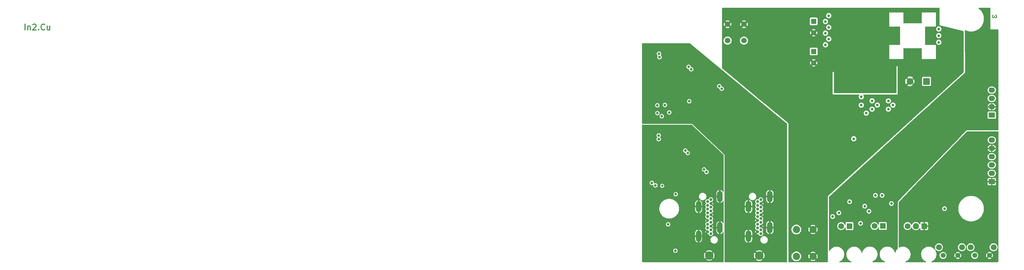
<source format=gbr>
%TF.GenerationSoftware,KiCad,Pcbnew,8.0.4-8.0.4-0~ubuntu22.04.1*%
%TF.CreationDate,2024-08-10T17:25:38-07:00*%
%TF.ProjectId,NX-J401-Adapter,4e582d4a-3430-4312-9d41-646170746572,3*%
%TF.SameCoordinates,Original*%
%TF.FileFunction,Copper,L3,Inr*%
%TF.FilePolarity,Positive*%
%FSLAX46Y46*%
G04 Gerber Fmt 4.6, Leading zero omitted, Abs format (unit mm)*
G04 Created by KiCad (PCBNEW 8.0.4-8.0.4-0~ubuntu22.04.1) date 2024-08-10 17:25:38*
%MOMM*%
%LPD*%
G01*
G04 APERTURE LIST*
%ADD10C,0.300000*%
%TA.AperFunction,NonConductor*%
%ADD11C,0.300000*%
%TD*%
%TA.AperFunction,ComponentPad*%
%ADD12R,1.600000X1.600000*%
%TD*%
%TA.AperFunction,ComponentPad*%
%ADD13C,1.600000*%
%TD*%
%TA.AperFunction,ComponentPad*%
%ADD14C,1.498600*%
%TD*%
%TA.AperFunction,ComponentPad*%
%ADD15C,1.803400*%
%TD*%
%TA.AperFunction,ComponentPad*%
%ADD16C,2.200000*%
%TD*%
%TA.AperFunction,ComponentPad*%
%ADD17R,1.778000X1.778000*%
%TD*%
%TA.AperFunction,ComponentPad*%
%ADD18C,1.905000*%
%TD*%
%TA.AperFunction,ComponentPad*%
%ADD19C,1.778000*%
%TD*%
%TA.AperFunction,ComponentPad*%
%ADD20R,2.000000X2.000000*%
%TD*%
%TA.AperFunction,ComponentPad*%
%ADD21C,2.000000*%
%TD*%
%TA.AperFunction,ComponentPad*%
%ADD22C,1.701800*%
%TD*%
%TA.AperFunction,ComponentPad*%
%ADD23R,1.905000X1.600200*%
%TD*%
%TA.AperFunction,ComponentPad*%
%ADD24O,1.905000X1.600200*%
%TD*%
%TA.AperFunction,ComponentPad*%
%ADD25C,0.889000*%
%TD*%
%TA.AperFunction,ComponentPad*%
%ADD26O,1.660000X3.460000*%
%TD*%
%TA.AperFunction,ComponentPad*%
%ADD27C,2.625000*%
%TD*%
%TA.AperFunction,ViaPad*%
%ADD28C,0.812800*%
%TD*%
%TA.AperFunction,ViaPad*%
%ADD29C,0.711200*%
%TD*%
G04 APERTURE END LIST*
D10*
D11*
G36*
X327827467Y-82782633D02*
G01*
X327750869Y-82786486D01*
X327674714Y-82799478D01*
X327622669Y-82815240D01*
X327552384Y-82846996D01*
X327489919Y-82891189D01*
X327483451Y-82897305D01*
X327435134Y-82955208D01*
X327402118Y-83014542D01*
X327375210Y-83084384D01*
X327361085Y-83142403D01*
X327352214Y-83215690D01*
X327350460Y-83268066D01*
X327354363Y-83346419D01*
X327368781Y-83429952D01*
X327393823Y-83505001D01*
X327429489Y-83571564D01*
X327461469Y-83613914D01*
X327521461Y-83670334D01*
X327590795Y-83710634D01*
X327669472Y-83734814D01*
X327745978Y-83742748D01*
X327757491Y-83742874D01*
X327831233Y-83736331D01*
X327902051Y-83714475D01*
X327936277Y-83696346D01*
X327995430Y-83649170D01*
X328047242Y-83588986D01*
X328076228Y-83546503D01*
X328112904Y-83612445D01*
X328158957Y-83673139D01*
X328216062Y-83724612D01*
X328227170Y-83732249D01*
X328293728Y-83765832D01*
X328369984Y-83785474D01*
X328447721Y-83791234D01*
X328526860Y-83786224D01*
X328599688Y-83771193D01*
X328676677Y-83740992D01*
X328745076Y-83697151D01*
X328796867Y-83648718D01*
X328847401Y-83581917D01*
X328885524Y-83505895D01*
X328908322Y-83433394D01*
X328922000Y-83354117D01*
X328926560Y-83268066D01*
X328921923Y-83185084D01*
X328908012Y-83108697D01*
X328884828Y-83038905D01*
X328846060Y-82965815D01*
X328794668Y-82901702D01*
X328732583Y-82848635D01*
X328661733Y-82808366D01*
X328582116Y-82780895D01*
X328506897Y-82767534D01*
X328439295Y-82763582D01*
X328439295Y-83050446D01*
X328518855Y-83062222D01*
X328590870Y-83093575D01*
X328645739Y-83152634D01*
X328669744Y-83224635D01*
X328673402Y-83274294D01*
X328663002Y-83347433D01*
X328628541Y-83413350D01*
X328610387Y-83433663D01*
X328548057Y-83476238D01*
X328471982Y-83494971D01*
X328447721Y-83495945D01*
X328370877Y-83484862D01*
X328305206Y-83451614D01*
X328252327Y-83396139D01*
X328223873Y-83333279D01*
X328212882Y-83260555D01*
X328209347Y-83181235D01*
X328209218Y-83160355D01*
X328011015Y-83160355D01*
X328011015Y-83185634D01*
X328005497Y-83260993D01*
X327984305Y-83334563D01*
X327939493Y-83397149D01*
X327873047Y-83434701D01*
X327798876Y-83446963D01*
X327784969Y-83447218D01*
X327711719Y-83437892D01*
X327643890Y-83401489D01*
X327640621Y-83398492D01*
X327600314Y-83335735D01*
X327588964Y-83261471D01*
X327598186Y-83184947D01*
X327635650Y-83118272D01*
X327654543Y-83103202D01*
X327724577Y-83073630D01*
X327797806Y-83060626D01*
X327852746Y-83057040D01*
X327852746Y-82782633D01*
X327827467Y-82782633D01*
G37*
D10*
D11*
X32624701Y-87396807D02*
X32624701Y-85618807D01*
X33471368Y-86211474D02*
X33471368Y-87396807D01*
X33471368Y-86380807D02*
X33556035Y-86296141D01*
X33556035Y-86296141D02*
X33725368Y-86211474D01*
X33725368Y-86211474D02*
X33979368Y-86211474D01*
X33979368Y-86211474D02*
X34148701Y-86296141D01*
X34148701Y-86296141D02*
X34233368Y-86465474D01*
X34233368Y-86465474D02*
X34233368Y-87396807D01*
X34995368Y-85788141D02*
X35080035Y-85703474D01*
X35080035Y-85703474D02*
X35249368Y-85618807D01*
X35249368Y-85618807D02*
X35672702Y-85618807D01*
X35672702Y-85618807D02*
X35842035Y-85703474D01*
X35842035Y-85703474D02*
X35926702Y-85788141D01*
X35926702Y-85788141D02*
X36011368Y-85957474D01*
X36011368Y-85957474D02*
X36011368Y-86126807D01*
X36011368Y-86126807D02*
X35926702Y-86380807D01*
X35926702Y-86380807D02*
X34910702Y-87396807D01*
X34910702Y-87396807D02*
X36011368Y-87396807D01*
X36773368Y-87227474D02*
X36858035Y-87312141D01*
X36858035Y-87312141D02*
X36773368Y-87396807D01*
X36773368Y-87396807D02*
X36688701Y-87312141D01*
X36688701Y-87312141D02*
X36773368Y-87227474D01*
X36773368Y-87227474D02*
X36773368Y-87396807D01*
X38636035Y-87227474D02*
X38551368Y-87312141D01*
X38551368Y-87312141D02*
X38297368Y-87396807D01*
X38297368Y-87396807D02*
X38128035Y-87396807D01*
X38128035Y-87396807D02*
X37874035Y-87312141D01*
X37874035Y-87312141D02*
X37704702Y-87142807D01*
X37704702Y-87142807D02*
X37620035Y-86973474D01*
X37620035Y-86973474D02*
X37535368Y-86634807D01*
X37535368Y-86634807D02*
X37535368Y-86380807D01*
X37535368Y-86380807D02*
X37620035Y-86042141D01*
X37620035Y-86042141D02*
X37704702Y-85872807D01*
X37704702Y-85872807D02*
X37874035Y-85703474D01*
X37874035Y-85703474D02*
X38128035Y-85618807D01*
X38128035Y-85618807D02*
X38297368Y-85618807D01*
X38297368Y-85618807D02*
X38551368Y-85703474D01*
X38551368Y-85703474D02*
X38636035Y-85788141D01*
X40160035Y-86211474D02*
X40160035Y-87396807D01*
X39398035Y-86211474D02*
X39398035Y-87142807D01*
X39398035Y-87142807D02*
X39482702Y-87312141D01*
X39482702Y-87312141D02*
X39652035Y-87396807D01*
X39652035Y-87396807D02*
X39906035Y-87396807D01*
X39906035Y-87396807D02*
X40075368Y-87312141D01*
X40075368Y-87312141D02*
X40160035Y-87227474D01*
D12*
%TO.N,/+18V_OUT*%
%TO.C,C2*%
X273050000Y-93980000D03*
D13*
%TO.N,GND*%
X273050000Y-97480000D03*
%TD*%
D14*
%TO.N,/~{REC}*%
%TO.C,SW2*%
X322108000Y-156285700D03*
%TO.N,/RTN*%
X326608001Y-156285700D03*
D15*
%TO.N,N/C*%
X320858001Y-153785824D03*
X327858000Y-153785824D03*
%TD*%
D12*
%TO.N,/+18V_OUT*%
%TO.C,C1*%
X273050000Y-84785200D03*
D13*
%TO.N,GND*%
X273050000Y-88285200D03*
%TD*%
D16*
%TO.N,/V_BAT*%
%TO.C,J9*%
X267741400Y-148365600D03*
X267741400Y-156565600D03*
%TO.N,GND*%
X272821400Y-148365600D03*
X272821400Y-156565600D03*
%TD*%
D17*
%TO.N,/RTN*%
%TO.C,J8*%
X306705000Y-147320000D03*
D18*
%TO.N,/UART2_RXD*%
X304165000Y-147320000D03*
D19*
%TO.N,/UART2_TXD*%
X301625000Y-147320000D03*
%TD*%
D17*
%TO.N,/CAN_L*%
%TO.C,J6*%
X294081200Y-147294600D03*
D19*
%TO.N,/CAN_H*%
X291541200Y-147294600D03*
%TD*%
D14*
%TO.N,/~{SYS_RESET}*%
%TO.C,SW1*%
X312456000Y-156285700D03*
%TO.N,/RTN*%
X316956001Y-156285700D03*
D15*
%TO.N,N/C*%
X311206001Y-153785824D03*
X318206000Y-153785824D03*
%TD*%
D20*
%TO.N,/Power Supply/V_IN*%
%TO.C,C5*%
X307421677Y-103124000D03*
D21*
%TO.N,GND*%
X302421677Y-103124000D03*
%TD*%
D22*
%TO.N,/+18V_OUT*%
%TO.C,J1*%
X246786400Y-90674200D03*
X251786400Y-90674200D03*
%TO.N,GND*%
X246786400Y-85674200D03*
X251786400Y-85674200D03*
%TD*%
D17*
%TO.N,/CAN_L*%
%TO.C,J7*%
X283946600Y-147320000D03*
D19*
%TO.N,/CAN_H*%
X281406600Y-147320000D03*
%TD*%
D23*
%TO.N,/RTN*%
%TO.C,J5*%
X327304400Y-133756400D03*
D24*
%TO.N,/UART2_RXD*%
X327304400Y-131216400D03*
%TO.N,/UART2_TXD*%
X327304400Y-128676400D03*
%TO.N,/~{SYS_RESET}*%
X327304400Y-126136400D03*
%TO.N,/RTN*%
X327304400Y-123596400D03*
%TO.N,/~{REC}*%
X327304400Y-121056400D03*
%TD*%
D23*
%TO.N,GNDD*%
%TO.C,J3*%
X327304400Y-113436400D03*
D24*
%TO.N,/3V3_CAN*%
X327304400Y-110896400D03*
%TO.N,/CAN_TX*%
X327304400Y-108356400D03*
%TO.N,/CAN_RX*%
X327304400Y-105816400D03*
%TD*%
D25*
%TO.N,/MIPI-HDMI-1/CAM_MCLK*%
%TO.C,J10*%
X241697000Y-149636400D03*
%TO.N,/MIPI-HDMI-1/GND_MIPI*%
X240697000Y-149058900D03*
%TO.N,/MIPI-HDMI-1/PWR_DN_LS*%
X241697000Y-148481400D03*
%TO.N,/MIPI-HDMI-1/CAM_CK_P*%
X240697000Y-147903900D03*
%TO.N,/MIPI-HDMI-1/GND_MIPI*%
X241697000Y-147326400D03*
%TO.N,/MIPI-HDMI-1/CAM_CK_N*%
X240697000Y-146748900D03*
%TO.N,/MIPI-HDMI-1/CAM_D1_P*%
X241697000Y-146171400D03*
%TO.N,/MIPI-HDMI-1/GND_MIPI*%
X240697000Y-145593900D03*
%TO.N,/MIPI-HDMI-1/CAM_D1_N*%
X241697000Y-145016400D03*
%TO.N,/MIPI-HDMI-1/CAM_D0_P*%
X240697000Y-144438900D03*
%TO.N,/MIPI-HDMI-1/GND_MIPI*%
X241697000Y-143861400D03*
%TO.N,/MIPI-HDMI-1/CAM_D0_N*%
X240697000Y-143283900D03*
%TO.N,unconnected-(J10-CEC-Pad13)*%
X241697000Y-142706400D03*
%TO.N,unconnected-(J10-UTILITY-Pad14)*%
X240697000Y-142128900D03*
%TO.N,/MIPI-HDMI-1/CAM_SCL*%
X241697000Y-141551400D03*
%TO.N,/MIPI-HDMI-1/CAM_SDA*%
X240697000Y-140973900D03*
%TO.N,/MIPI-HDMI-1/GND_MIPI*%
X241697000Y-140396400D03*
%TO.N,/MIPI-HDMI-1/CAM_3V3*%
X240697000Y-139818900D03*
%TO.N,unconnected-(J10-HPD-Pad19)*%
X241697000Y-139241400D03*
D26*
%TO.N,/MIPI-HDMI-1/GND_MIPI*%
X237947000Y-141386400D03*
X237947000Y-150386400D03*
D27*
X241197000Y-156316400D03*
D26*
X244447000Y-138286400D03*
X244447000Y-147786400D03*
%TD*%
D25*
%TO.N,/MIPI-HDMI-2/CAM_MCLK*%
%TO.C,J11*%
X256911600Y-149636400D03*
%TO.N,/MIPI-HDMI-2/GND_MIPI*%
X255911600Y-149058900D03*
%TO.N,/MIPI-HDMI-2/PWR_DN_LS*%
X256911600Y-148481400D03*
%TO.N,/MIPI-HDMI-2/CAM_CK_P*%
X255911600Y-147903900D03*
%TO.N,/MIPI-HDMI-2/GND_MIPI*%
X256911600Y-147326400D03*
%TO.N,/MIPI-HDMI-2/CAM_CK_N*%
X255911600Y-146748900D03*
%TO.N,/MIPI-HDMI-2/CAM_D1_P*%
X256911600Y-146171400D03*
%TO.N,/MIPI-HDMI-2/GND_MIPI*%
X255911600Y-145593900D03*
%TO.N,/MIPI-HDMI-2/CAM_D1_N*%
X256911600Y-145016400D03*
%TO.N,/MIPI-HDMI-2/CAM_D0_P*%
X255911600Y-144438900D03*
%TO.N,/MIPI-HDMI-2/GND_MIPI*%
X256911600Y-143861400D03*
%TO.N,/MIPI-HDMI-2/CAM_D0_N*%
X255911600Y-143283900D03*
%TO.N,unconnected-(J11-CEC-Pad13)*%
X256911600Y-142706400D03*
%TO.N,unconnected-(J11-UTILITY-Pad14)*%
X255911600Y-142128900D03*
%TO.N,/MIPI-HDMI-2/CAM_SCL*%
X256911600Y-141551400D03*
%TO.N,/MIPI-HDMI-2/CAM_SDA*%
X255911600Y-140973900D03*
%TO.N,/MIPI-HDMI-2/GND_MIPI*%
X256911600Y-140396400D03*
%TO.N,/MIPI-HDMI-2/CAM_3V3*%
X255911600Y-139818900D03*
%TO.N,unconnected-(J11-HPD-Pad19)*%
X256911600Y-139241400D03*
D26*
%TO.N,/MIPI-HDMI-2/GND_MIPI*%
X253161600Y-141386400D03*
X253161600Y-150386400D03*
D27*
X256411600Y-156316400D03*
D26*
X259661600Y-138286400D03*
X259661600Y-147786400D03*
%TD*%
D28*
%TO.N,GND*%
X289052000Y-117221010D03*
X282702000Y-96266000D03*
X282701982Y-94234000D03*
D29*
X280898600Y-105359200D03*
X286512000Y-104266998D03*
D28*
X303174400Y-83515200D03*
X289065822Y-100813988D03*
X285242000Y-128778000D03*
X230886000Y-154863800D03*
X282702000Y-95250000D03*
X303174400Y-94843600D03*
X292455600Y-105410000D03*
X291084000Y-117221000D03*
%TO.N,/+18V_OUT*%
X276606000Y-91948000D03*
X276606000Y-84836000D03*
X277622000Y-86614000D03*
X277622000Y-83058000D03*
X277622000Y-90170000D03*
X276606000Y-88392000D03*
%TO.N,/Power Supply/V_IN*%
X292430204Y-110362988D03*
X311150000Y-89154000D03*
X295783000Y-111633000D03*
X311150000Y-87122000D03*
X295783034Y-109093000D03*
X297180008Y-110388408D03*
X311150000Y-91186000D03*
%TO.N,/MIPI-HDMI-2/GND_MIPI*%
X229235000Y-98679000D03*
X229260400Y-104698800D03*
X229235000Y-107721400D03*
X229260400Y-101676200D03*
%TO.N,/MIPI-HDMI-2/CAM_D0_N*%
X245004571Y-105355371D03*
%TO.N,/MIPI-HDMI-2/CAM_D0_P*%
X244250229Y-104601029D03*
%TO.N,/MIPI-HDMI-2/CAM_CK_N*%
X235682771Y-99437171D03*
%TO.N,/MIPI-HDMI-2/CAM_CK_P*%
X234928429Y-98682829D03*
%TO.N,/MIPI-HDMI-2/PWR_DN_LS*%
X227685600Y-110337600D03*
X226745804Y-113766596D03*
%TO.N,/MIPI-HDMI-2/CAM_MCLK*%
X225386900Y-110439200D03*
X225399600Y-112826800D03*
%TO.N,/MIPI-HDMI-2/CAM_SCL*%
X235077000Y-109194600D03*
X226034600Y-95732600D03*
%TO.N,/MIPI-HDMI-2/CAM_SDA*%
X225880128Y-94677041D03*
X229006400Y-112623600D03*
D29*
%TO.N,/MIPI-HDMI-1/GND_MIPI*%
X229209600Y-132638800D03*
X229209600Y-126593600D03*
X229235000Y-129616200D03*
X229209600Y-123621800D03*
D28*
%TO.N,/MIPI-HDMI-1/CAM_D0_N*%
X240381771Y-130780771D03*
%TO.N,/MIPI-HDMI-1/CAM_D0_P*%
X239627429Y-130026429D03*
%TO.N,/MIPI-HDMI-1/CAM_CK_N*%
X234641371Y-125014971D03*
%TO.N,/MIPI-HDMI-1/CAM_CK_P*%
X233887029Y-124260629D03*
%TO.N,/MIPI-HDMI-1/PWR_DN_LS*%
X228676200Y-146786600D03*
X224802358Y-134899999D03*
%TO.N,/MIPI-HDMI-1/CAM_MCLK*%
X223697800Y-134137400D03*
D29*
%TO.N,/MIPI-HDMI-1/CAM_SCL*%
X226872800Y-135026400D03*
D28*
X225780600Y-120777000D03*
%TO.N,/MIPI-HDMI-1/CAM_SDA*%
X230987600Y-137566400D03*
X225806000Y-119634000D03*
%TO.N,/3V3_CAN*%
X292430200Y-134823200D03*
X283972000Y-144119600D03*
%TO.N,GNDD*%
X293878000Y-137947400D03*
X283972000Y-139877800D03*
X296738000Y-140434541D03*
X289864800Y-142824200D03*
X291846000Y-137947400D03*
X280695400Y-143281400D03*
X288594800Y-141249400D03*
%TO.N,/V_BAT*%
X287528000Y-107848400D03*
X285242000Y-120650000D03*
X290830000Y-111633000D03*
X289052000Y-112828307D03*
X287528000Y-110388400D03*
X290830000Y-109067600D03*
%TO.N,/CAN_L*%
X278792700Y-144425300D03*
X287324800Y-146481800D03*
%TO.N,/~{REC}*%
X312902600Y-142011400D03*
%TD*%
%TA.AperFunction,Conductor*%
%TO.N,/RTN*%
G36*
X329253539Y-118383685D02*
G01*
X329299294Y-118436489D01*
X329310500Y-118488000D01*
X329310500Y-153699131D01*
X329290815Y-153766170D01*
X329270782Y-153783528D01*
X329275561Y-153786237D01*
X329308069Y-153848084D01*
X329310500Y-153872516D01*
X329310500Y-157979874D01*
X329309439Y-157996061D01*
X329299665Y-158070296D01*
X329291287Y-158101562D01*
X329265769Y-158163168D01*
X329249584Y-158191201D01*
X329208992Y-158244102D01*
X329186102Y-158266992D01*
X329133201Y-158307584D01*
X329105168Y-158323769D01*
X329043562Y-158349287D01*
X329012296Y-158357665D01*
X328955384Y-158365158D01*
X328938057Y-158367439D01*
X328921874Y-158368500D01*
X309016713Y-158368500D01*
X308949674Y-158348815D01*
X308903919Y-158296011D01*
X308893975Y-158226853D01*
X308923000Y-158163297D01*
X308969261Y-158129939D01*
X309140172Y-158059145D01*
X309140182Y-158059141D01*
X309405318Y-157906064D01*
X309648206Y-157719689D01*
X309864689Y-157503206D01*
X310051064Y-157260318D01*
X310204141Y-156995182D01*
X310249078Y-156886695D01*
X310321297Y-156712340D01*
X310321296Y-156712340D01*
X310321300Y-156712333D01*
X310400539Y-156416611D01*
X310417774Y-156285700D01*
X311396297Y-156285700D01*
X311416658Y-156492436D01*
X311476963Y-156691235D01*
X311574885Y-156874433D01*
X311574889Y-156874440D01*
X311706676Y-157035023D01*
X311867259Y-157166810D01*
X311867266Y-157166814D01*
X312050464Y-157264736D01*
X312050466Y-157264736D01*
X312050469Y-157264738D01*
X312249262Y-157325041D01*
X312249261Y-157325041D01*
X312267797Y-157326866D01*
X312456000Y-157345403D01*
X312662738Y-157325041D01*
X312861531Y-157264738D01*
X313044739Y-157166811D01*
X313205323Y-157035023D01*
X313337111Y-156874439D01*
X313435038Y-156691231D01*
X313495341Y-156492438D01*
X313515703Y-156285700D01*
X315896801Y-156285700D01*
X315917153Y-156492342D01*
X315977428Y-156691039D01*
X316075306Y-156874158D01*
X316075308Y-156874160D01*
X316085596Y-156886696D01*
X316494805Y-156477486D01*
X316559662Y-156589821D01*
X316651880Y-156682039D01*
X316764213Y-156746894D01*
X316355004Y-157156103D01*
X316355004Y-157156104D01*
X316367539Y-157166392D01*
X316367546Y-157166396D01*
X316550661Y-157264272D01*
X316749358Y-157324547D01*
X316956001Y-157344899D01*
X317162643Y-157324547D01*
X317361340Y-157264272D01*
X317544456Y-157166395D01*
X317556996Y-157156103D01*
X317147788Y-156746894D01*
X317260122Y-156682039D01*
X317352340Y-156589821D01*
X317417195Y-156477486D01*
X317826404Y-156886695D01*
X317836696Y-156874155D01*
X317934573Y-156691039D01*
X317994848Y-156492342D01*
X318015200Y-156285700D01*
X321048297Y-156285700D01*
X321068658Y-156492436D01*
X321128963Y-156691235D01*
X321226885Y-156874433D01*
X321226889Y-156874440D01*
X321358676Y-157035023D01*
X321519259Y-157166810D01*
X321519266Y-157166814D01*
X321702464Y-157264736D01*
X321702466Y-157264736D01*
X321702469Y-157264738D01*
X321901262Y-157325041D01*
X321901261Y-157325041D01*
X321919797Y-157326866D01*
X322108000Y-157345403D01*
X322314738Y-157325041D01*
X322513531Y-157264738D01*
X322696739Y-157166811D01*
X322857323Y-157035023D01*
X322989111Y-156874439D01*
X323087038Y-156691231D01*
X323147341Y-156492438D01*
X323167703Y-156285700D01*
X325548801Y-156285700D01*
X325569153Y-156492342D01*
X325629428Y-156691039D01*
X325727306Y-156874158D01*
X325727308Y-156874160D01*
X325737596Y-156886696D01*
X326146805Y-156477486D01*
X326211662Y-156589821D01*
X326303880Y-156682039D01*
X326416213Y-156746894D01*
X326007004Y-157156103D01*
X326007004Y-157156104D01*
X326019539Y-157166392D01*
X326019546Y-157166396D01*
X326202661Y-157264272D01*
X326401358Y-157324547D01*
X326608001Y-157344899D01*
X326814643Y-157324547D01*
X327013340Y-157264272D01*
X327196456Y-157166395D01*
X327208996Y-157156103D01*
X326799788Y-156746894D01*
X326912122Y-156682039D01*
X327004340Y-156589821D01*
X327069195Y-156477486D01*
X327478404Y-156886695D01*
X327488696Y-156874155D01*
X327586573Y-156691039D01*
X327646848Y-156492342D01*
X327667200Y-156285700D01*
X327646848Y-156079057D01*
X327586573Y-155880360D01*
X327488697Y-155697245D01*
X327488693Y-155697238D01*
X327478405Y-155684703D01*
X327478404Y-155684703D01*
X327069195Y-156093912D01*
X327004340Y-155981579D01*
X326912122Y-155889361D01*
X326799788Y-155824505D01*
X327208997Y-155415295D01*
X327208997Y-155415294D01*
X327196461Y-155405007D01*
X327196459Y-155405005D01*
X327013340Y-155307127D01*
X326814643Y-155246852D01*
X326608001Y-155226500D01*
X326401358Y-155246852D01*
X326202661Y-155307127D01*
X326019543Y-155405005D01*
X326019534Y-155405012D01*
X326007003Y-155415294D01*
X326007003Y-155415295D01*
X326416213Y-155824505D01*
X326303880Y-155889361D01*
X326211662Y-155981579D01*
X326146806Y-156093912D01*
X325737596Y-155684702D01*
X325737595Y-155684702D01*
X325727313Y-155697233D01*
X325727306Y-155697242D01*
X325629428Y-155880360D01*
X325569153Y-156079057D01*
X325548801Y-156285700D01*
X323167703Y-156285700D01*
X323147341Y-156078962D01*
X323087038Y-155880169D01*
X323087036Y-155880166D01*
X323087036Y-155880164D01*
X322989114Y-155696966D01*
X322989110Y-155696959D01*
X322857323Y-155536376D01*
X322696740Y-155404589D01*
X322696733Y-155404585D01*
X322513535Y-155306663D01*
X322316363Y-155246852D01*
X322314738Y-155246359D01*
X322314736Y-155246358D01*
X322314738Y-155246358D01*
X322108000Y-155225997D01*
X321901263Y-155246358D01*
X321702464Y-155306663D01*
X321519266Y-155404585D01*
X321519259Y-155404589D01*
X321358676Y-155536376D01*
X321226889Y-155696959D01*
X321226885Y-155696966D01*
X321128963Y-155880164D01*
X321068658Y-156078963D01*
X321048297Y-156285700D01*
X318015200Y-156285700D01*
X317994848Y-156079057D01*
X317934573Y-155880360D01*
X317836697Y-155697245D01*
X317836693Y-155697238D01*
X317826405Y-155684703D01*
X317826404Y-155684703D01*
X317417195Y-156093912D01*
X317352340Y-155981579D01*
X317260122Y-155889361D01*
X317147788Y-155824505D01*
X317556997Y-155415295D01*
X317556997Y-155415294D01*
X317544461Y-155405007D01*
X317544459Y-155405005D01*
X317361340Y-155307127D01*
X317162643Y-155246852D01*
X316956001Y-155226500D01*
X316749358Y-155246852D01*
X316550661Y-155307127D01*
X316367543Y-155405005D01*
X316367534Y-155405012D01*
X316355003Y-155415294D01*
X316355003Y-155415295D01*
X316764213Y-155824505D01*
X316651880Y-155889361D01*
X316559662Y-155981579D01*
X316494806Y-156093912D01*
X316085596Y-155684702D01*
X316085595Y-155684702D01*
X316075313Y-155697233D01*
X316075306Y-155697242D01*
X315977428Y-155880360D01*
X315917153Y-156079057D01*
X315896801Y-156285700D01*
X313515703Y-156285700D01*
X313495341Y-156078962D01*
X313435038Y-155880169D01*
X313435036Y-155880166D01*
X313435036Y-155880164D01*
X313337114Y-155696966D01*
X313337110Y-155696959D01*
X313205323Y-155536376D01*
X313044740Y-155404589D01*
X313044733Y-155404585D01*
X312861535Y-155306663D01*
X312664363Y-155246852D01*
X312662738Y-155246359D01*
X312662736Y-155246358D01*
X312662738Y-155246358D01*
X312456000Y-155225997D01*
X312249263Y-155246358D01*
X312050464Y-155306663D01*
X311867266Y-155404585D01*
X311867259Y-155404589D01*
X311706676Y-155536376D01*
X311574889Y-155696959D01*
X311574885Y-155696966D01*
X311476963Y-155880164D01*
X311416658Y-156078963D01*
X311396297Y-156285700D01*
X310417774Y-156285700D01*
X310440500Y-156113077D01*
X310440500Y-155806923D01*
X310400539Y-155503389D01*
X310321300Y-155207667D01*
X310234220Y-154997435D01*
X310204145Y-154924826D01*
X310204137Y-154924810D01*
X310082361Y-154713890D01*
X310065888Y-154645990D01*
X310088740Y-154579963D01*
X310143661Y-154536773D01*
X310213215Y-154530131D01*
X310275317Y-154562147D01*
X310277429Y-154564209D01*
X310427190Y-154713970D01*
X310427196Y-154713975D01*
X310600190Y-154835107D01*
X310600192Y-154835108D01*
X310600195Y-154835110D01*
X310791606Y-154924366D01*
X310791612Y-154924367D01*
X310791613Y-154924368D01*
X310840710Y-154937523D01*
X310995607Y-154979028D01*
X311145888Y-154992175D01*
X311205999Y-154997435D01*
X311206001Y-154997435D01*
X311206003Y-154997435D01*
X311258599Y-154992833D01*
X311416395Y-154979028D01*
X311620396Y-154924366D01*
X311811807Y-154835110D01*
X311984810Y-154713972D01*
X312134149Y-154564633D01*
X312255287Y-154391630D01*
X312344543Y-154200219D01*
X312399205Y-153996218D01*
X312417612Y-153785824D01*
X312417612Y-153785822D01*
X316994389Y-153785822D01*
X316994389Y-153785825D01*
X317012795Y-153996212D01*
X317012797Y-153996223D01*
X317067455Y-154200211D01*
X317067457Y-154200215D01*
X317067458Y-154200219D01*
X317067501Y-154200311D01*
X317156714Y-154391630D01*
X317156716Y-154391634D01*
X317277848Y-154564628D01*
X317277853Y-154564634D01*
X317427189Y-154713970D01*
X317427195Y-154713975D01*
X317600189Y-154835107D01*
X317600191Y-154835108D01*
X317600194Y-154835110D01*
X317791605Y-154924366D01*
X317791611Y-154924367D01*
X317791612Y-154924368D01*
X317840709Y-154937523D01*
X317995606Y-154979028D01*
X318145887Y-154992175D01*
X318205998Y-154997435D01*
X318206000Y-154997435D01*
X318206002Y-154997435D01*
X318258598Y-154992833D01*
X318416394Y-154979028D01*
X318620395Y-154924366D01*
X318811806Y-154835110D01*
X318984809Y-154713972D01*
X319134148Y-154564633D01*
X319255286Y-154391630D01*
X319344542Y-154200219D01*
X319399204Y-153996218D01*
X319408472Y-153890276D01*
X319433924Y-153825209D01*
X319486064Y-153787454D01*
X319572807Y-153787454D01*
X319621061Y-153814806D01*
X319653569Y-153876652D01*
X319655528Y-153890277D01*
X319664796Y-153996213D01*
X319664798Y-153996223D01*
X319719456Y-154200211D01*
X319719458Y-154200215D01*
X319719459Y-154200219D01*
X319719502Y-154200311D01*
X319808715Y-154391630D01*
X319808717Y-154391634D01*
X319929849Y-154564628D01*
X319929854Y-154564634D01*
X320079190Y-154713970D01*
X320079196Y-154713975D01*
X320252190Y-154835107D01*
X320252192Y-154835108D01*
X320252195Y-154835110D01*
X320443606Y-154924366D01*
X320443612Y-154924367D01*
X320443613Y-154924368D01*
X320492710Y-154937523D01*
X320647607Y-154979028D01*
X320797888Y-154992175D01*
X320857999Y-154997435D01*
X320858001Y-154997435D01*
X320858003Y-154997435D01*
X320910599Y-154992833D01*
X321068395Y-154979028D01*
X321272396Y-154924366D01*
X321463807Y-154835110D01*
X321636810Y-154713972D01*
X321786149Y-154564633D01*
X321907287Y-154391630D01*
X321996543Y-154200219D01*
X322051205Y-153996218D01*
X322069612Y-153785824D01*
X322069612Y-153785822D01*
X326646389Y-153785822D01*
X326646389Y-153785825D01*
X326664795Y-153996212D01*
X326664797Y-153996223D01*
X326719455Y-154200211D01*
X326719457Y-154200215D01*
X326719458Y-154200219D01*
X326719501Y-154200311D01*
X326808714Y-154391630D01*
X326808716Y-154391634D01*
X326929848Y-154564628D01*
X326929853Y-154564634D01*
X327079189Y-154713970D01*
X327079195Y-154713975D01*
X327252189Y-154835107D01*
X327252191Y-154835108D01*
X327252194Y-154835110D01*
X327443605Y-154924366D01*
X327443611Y-154924367D01*
X327443612Y-154924368D01*
X327492709Y-154937523D01*
X327647606Y-154979028D01*
X327797887Y-154992175D01*
X327857998Y-154997435D01*
X327858000Y-154997435D01*
X327858002Y-154997435D01*
X327910598Y-154992833D01*
X328068394Y-154979028D01*
X328272395Y-154924366D01*
X328463806Y-154835110D01*
X328636809Y-154713972D01*
X328786148Y-154564633D01*
X328907286Y-154391630D01*
X328996542Y-154200219D01*
X329051204Y-153996218D01*
X329062972Y-153861709D01*
X329088424Y-153796640D01*
X329101603Y-153787096D01*
X329067523Y-153734066D01*
X329062972Y-153709938D01*
X329051204Y-153575435D01*
X329051204Y-153575434D01*
X329051204Y-153575430D01*
X328996542Y-153371429D01*
X328907286Y-153180019D01*
X328786148Y-153007015D01*
X328636809Y-152857676D01*
X328636805Y-152857673D01*
X328636804Y-152857672D01*
X328463810Y-152736540D01*
X328463806Y-152736538D01*
X328463804Y-152736537D01*
X328272395Y-152647282D01*
X328272391Y-152647281D01*
X328272387Y-152647279D01*
X328068399Y-152592621D01*
X328068395Y-152592620D01*
X328068394Y-152592620D01*
X328068393Y-152592619D01*
X328068388Y-152592619D01*
X327858002Y-152574213D01*
X327857998Y-152574213D01*
X327647611Y-152592619D01*
X327647600Y-152592621D01*
X327443612Y-152647279D01*
X327443603Y-152647283D01*
X327252196Y-152736537D01*
X327252194Y-152736538D01*
X327079188Y-152857677D01*
X326929853Y-153007012D01*
X326808714Y-153180018D01*
X326808713Y-153180020D01*
X326719459Y-153371427D01*
X326719455Y-153371436D01*
X326664797Y-153575424D01*
X326664795Y-153575435D01*
X326646389Y-153785822D01*
X322069612Y-153785822D01*
X322051205Y-153575430D01*
X321996543Y-153371429D01*
X321907287Y-153180019D01*
X321786149Y-153007015D01*
X321636810Y-152857676D01*
X321636806Y-152857673D01*
X321636805Y-152857672D01*
X321463811Y-152736540D01*
X321463807Y-152736538D01*
X321463805Y-152736537D01*
X321272396Y-152647282D01*
X321272392Y-152647281D01*
X321272388Y-152647279D01*
X321068400Y-152592621D01*
X321068396Y-152592620D01*
X321068395Y-152592620D01*
X321068394Y-152592619D01*
X321068389Y-152592619D01*
X320858003Y-152574213D01*
X320857999Y-152574213D01*
X320647612Y-152592619D01*
X320647601Y-152592621D01*
X320443613Y-152647279D01*
X320443604Y-152647283D01*
X320252197Y-152736537D01*
X320252195Y-152736538D01*
X320079189Y-152857677D01*
X319929854Y-153007012D01*
X319808715Y-153180018D01*
X319808714Y-153180020D01*
X319719460Y-153371427D01*
X319719456Y-153371436D01*
X319664798Y-153575424D01*
X319664796Y-153575434D01*
X319655528Y-153681370D01*
X319630075Y-153746439D01*
X319573484Y-153787417D01*
X319572807Y-153787454D01*
X319486064Y-153787454D01*
X319490515Y-153784231D01*
X319491193Y-153784193D01*
X319442938Y-153756841D01*
X319410431Y-153694994D01*
X319408473Y-153681376D01*
X319399204Y-153575430D01*
X319344542Y-153371429D01*
X319255286Y-153180019D01*
X319134148Y-153007015D01*
X318984809Y-152857676D01*
X318984805Y-152857673D01*
X318984804Y-152857672D01*
X318811810Y-152736540D01*
X318811806Y-152736538D01*
X318811804Y-152736537D01*
X318620395Y-152647282D01*
X318620391Y-152647281D01*
X318620387Y-152647279D01*
X318416399Y-152592621D01*
X318416395Y-152592620D01*
X318416394Y-152592620D01*
X318416393Y-152592619D01*
X318416388Y-152592619D01*
X318206002Y-152574213D01*
X318205998Y-152574213D01*
X317995611Y-152592619D01*
X317995600Y-152592621D01*
X317791612Y-152647279D01*
X317791603Y-152647283D01*
X317600196Y-152736537D01*
X317600194Y-152736538D01*
X317427188Y-152857677D01*
X317277853Y-153007012D01*
X317156714Y-153180018D01*
X317156713Y-153180020D01*
X317067459Y-153371427D01*
X317067455Y-153371436D01*
X317012797Y-153575424D01*
X317012795Y-153575435D01*
X316994389Y-153785822D01*
X312417612Y-153785822D01*
X312399205Y-153575430D01*
X312344543Y-153371429D01*
X312255287Y-153180019D01*
X312134149Y-153007015D01*
X311984810Y-152857676D01*
X311984806Y-152857673D01*
X311984805Y-152857672D01*
X311811811Y-152736540D01*
X311811807Y-152736538D01*
X311811805Y-152736537D01*
X311620396Y-152647282D01*
X311620392Y-152647281D01*
X311620388Y-152647279D01*
X311416400Y-152592621D01*
X311416396Y-152592620D01*
X311416395Y-152592620D01*
X311416394Y-152592619D01*
X311416389Y-152592619D01*
X311206003Y-152574213D01*
X311205999Y-152574213D01*
X310995612Y-152592619D01*
X310995601Y-152592621D01*
X310791613Y-152647279D01*
X310791604Y-152647283D01*
X310600197Y-152736537D01*
X310600195Y-152736538D01*
X310427189Y-152857677D01*
X310277854Y-153007012D01*
X310156715Y-153180018D01*
X310156714Y-153180020D01*
X310067460Y-153371427D01*
X310067456Y-153371436D01*
X310012798Y-153575424D01*
X310012796Y-153575435D01*
X309994390Y-153785822D01*
X309994390Y-153785825D01*
X310012796Y-153996212D01*
X310012798Y-153996223D01*
X310067456Y-154200211D01*
X310067458Y-154200215D01*
X310067459Y-154200219D01*
X310067502Y-154200311D01*
X310156719Y-154391638D01*
X310156951Y-154392040D01*
X310156999Y-154392238D01*
X310159003Y-154396536D01*
X310158138Y-154396939D01*
X310173413Y-154459943D01*
X310150550Y-154525966D01*
X310095622Y-154569148D01*
X310026067Y-154575778D01*
X309963970Y-154543752D01*
X309951178Y-154529509D01*
X309948459Y-154525966D01*
X309864689Y-154416794D01*
X309864684Y-154416788D01*
X309648211Y-154200315D01*
X309648204Y-154200309D01*
X309405326Y-154013942D01*
X309405324Y-154013940D01*
X309405318Y-154013936D01*
X309405313Y-154013933D01*
X309405310Y-154013931D01*
X309140189Y-153860862D01*
X309140173Y-153860854D01*
X308857340Y-153743702D01*
X308821378Y-153734066D01*
X308561611Y-153664461D01*
X308561610Y-153664460D01*
X308561607Y-153664460D01*
X308258086Y-153624501D01*
X308258083Y-153624500D01*
X308258077Y-153624500D01*
X307951923Y-153624500D01*
X307951917Y-153624500D01*
X307951913Y-153624501D01*
X307648392Y-153664460D01*
X307352659Y-153743702D01*
X307069826Y-153860854D01*
X307069810Y-153860862D01*
X306804689Y-154013931D01*
X306804673Y-154013942D01*
X306561795Y-154200309D01*
X306561788Y-154200315D01*
X306345315Y-154416788D01*
X306345309Y-154416795D01*
X306158942Y-154659673D01*
X306158931Y-154659689D01*
X306005862Y-154924810D01*
X306005854Y-154924826D01*
X305888702Y-155207659D01*
X305809460Y-155503392D01*
X305769501Y-155806913D01*
X305769500Y-155806929D01*
X305769500Y-156113070D01*
X305769501Y-156113086D01*
X305800810Y-156350907D01*
X305809461Y-156416611D01*
X305846571Y-156555108D01*
X305888702Y-156712340D01*
X306005854Y-156995173D01*
X306005862Y-156995189D01*
X306158931Y-157260310D01*
X306158942Y-157260326D01*
X306345309Y-157503204D01*
X306345315Y-157503211D01*
X306561788Y-157719684D01*
X306561794Y-157719689D01*
X306804682Y-157906064D01*
X306804689Y-157906068D01*
X307069810Y-158059137D01*
X307069815Y-158059139D01*
X307069818Y-158059141D01*
X307069822Y-158059142D01*
X307069827Y-158059145D01*
X307240739Y-158129939D01*
X307295143Y-158173780D01*
X307317208Y-158240074D01*
X307299929Y-158307773D01*
X307248792Y-158355384D01*
X307193287Y-158368500D01*
X301136713Y-158368500D01*
X301069674Y-158348815D01*
X301023919Y-158296011D01*
X301013975Y-158226853D01*
X301043000Y-158163297D01*
X301089261Y-158129939D01*
X301260172Y-158059145D01*
X301260182Y-158059141D01*
X301525318Y-157906064D01*
X301768206Y-157719689D01*
X301984689Y-157503206D01*
X302171064Y-157260318D01*
X302324141Y-156995182D01*
X302369078Y-156886695D01*
X302441297Y-156712340D01*
X302441296Y-156712340D01*
X302441300Y-156712333D01*
X302520539Y-156416611D01*
X302560500Y-156113077D01*
X302560500Y-155806923D01*
X302520539Y-155503389D01*
X302441300Y-155207667D01*
X302354220Y-154997435D01*
X302324145Y-154924826D01*
X302324137Y-154924810D01*
X302171068Y-154659689D01*
X302171064Y-154659682D01*
X302071656Y-154530131D01*
X301984690Y-154416795D01*
X301984684Y-154416788D01*
X301768211Y-154200315D01*
X301768204Y-154200309D01*
X301525326Y-154013942D01*
X301525324Y-154013940D01*
X301525318Y-154013936D01*
X301525313Y-154013933D01*
X301525310Y-154013931D01*
X301260189Y-153860862D01*
X301260173Y-153860854D01*
X300977340Y-153743702D01*
X300941378Y-153734066D01*
X300681611Y-153664461D01*
X300681610Y-153664460D01*
X300681607Y-153664460D01*
X300378086Y-153624501D01*
X300378083Y-153624500D01*
X300378077Y-153624500D01*
X300071923Y-153624500D01*
X300071917Y-153624500D01*
X300071913Y-153624501D01*
X299768392Y-153664460D01*
X299472659Y-153743702D01*
X299189829Y-153860853D01*
X299189812Y-153860861D01*
X299143998Y-153887312D01*
X299076098Y-153903783D01*
X299010071Y-153880930D01*
X298966882Y-153826008D01*
X298958000Y-153779924D01*
X298958000Y-147319999D01*
X300425584Y-147319999D01*
X300425584Y-147320000D01*
X300446005Y-147540391D01*
X300506577Y-147753276D01*
X300506582Y-147753289D01*
X300588591Y-147917983D01*
X300605236Y-147951411D01*
X300738621Y-148128041D01*
X300902190Y-148277155D01*
X300902192Y-148277156D01*
X300902193Y-148277157D01*
X301090370Y-148393671D01*
X301090372Y-148393672D01*
X301090374Y-148393673D01*
X301296764Y-148473629D01*
X301514332Y-148514300D01*
X301514334Y-148514300D01*
X301735666Y-148514300D01*
X301735668Y-148514300D01*
X301953236Y-148473629D01*
X302159626Y-148393673D01*
X302347810Y-148277155D01*
X302511379Y-148128041D01*
X302644764Y-147951411D01*
X302743422Y-147753279D01*
X302743425Y-147753268D01*
X302745488Y-147747943D01*
X302747933Y-147748890D01*
X302779224Y-147699220D01*
X302842514Y-147669622D01*
X302911760Y-147678940D01*
X302964975Y-147724215D01*
X302977789Y-147749776D01*
X302978538Y-147751833D01*
X302978539Y-147751836D01*
X303025899Y-147853400D01*
X303071552Y-147951303D01*
X303071554Y-147951307D01*
X303197788Y-148131588D01*
X303353411Y-148287211D01*
X303533692Y-148413445D01*
X303533694Y-148413446D01*
X303533697Y-148413448D01*
X303733164Y-148506461D01*
X303945751Y-148563423D01*
X304121150Y-148578768D01*
X304164999Y-148582605D01*
X304165000Y-148582605D01*
X304165001Y-148582605D01*
X304201541Y-148579408D01*
X304384249Y-148563423D01*
X304596836Y-148506461D01*
X304796303Y-148413448D01*
X304976587Y-148287212D01*
X305132212Y-148131587D01*
X305258448Y-147951303D01*
X305274819Y-147916194D01*
X305320988Y-147863757D01*
X305388182Y-147844604D01*
X305455063Y-147864819D01*
X305500399Y-147917983D01*
X305511200Y-147968600D01*
X305511200Y-148254504D01*
X305511201Y-148254513D01*
X305514156Y-148279993D01*
X305560185Y-148384238D01*
X305640761Y-148464814D01*
X305745005Y-148510843D01*
X305745003Y-148510843D01*
X305770486Y-148513799D01*
X306514499Y-148513799D01*
X306514500Y-148513798D01*
X306514500Y-147821172D01*
X306634777Y-147853400D01*
X306775223Y-147853400D01*
X306895500Y-147821172D01*
X306895500Y-148513799D01*
X307639504Y-148513799D01*
X307639513Y-148513798D01*
X307664993Y-148510843D01*
X307769238Y-148464814D01*
X307849814Y-148384238D01*
X307895843Y-148279995D01*
X307898799Y-148254516D01*
X307898800Y-148254510D01*
X307898800Y-147510500D01*
X307206172Y-147510500D01*
X307238400Y-147390223D01*
X307238400Y-147249777D01*
X307206172Y-147129500D01*
X307898799Y-147129500D01*
X307898799Y-146385495D01*
X307898798Y-146385486D01*
X307895843Y-146360006D01*
X307849814Y-146255761D01*
X307769238Y-146175185D01*
X307664994Y-146129156D01*
X307664996Y-146129156D01*
X307639516Y-146126200D01*
X306895500Y-146126200D01*
X306895500Y-146818827D01*
X306775223Y-146786600D01*
X306634777Y-146786600D01*
X306514500Y-146818827D01*
X306514500Y-146126200D01*
X305770495Y-146126200D01*
X305770486Y-146126201D01*
X305745006Y-146129156D01*
X305640761Y-146175185D01*
X305560185Y-146255761D01*
X305514156Y-146360004D01*
X305511200Y-146385483D01*
X305511200Y-146671399D01*
X305491515Y-146738438D01*
X305438711Y-146784193D01*
X305369553Y-146794137D01*
X305305997Y-146765112D01*
X305274818Y-146723804D01*
X305258448Y-146688699D01*
X305258447Y-146688697D01*
X305258371Y-146688589D01*
X305132212Y-146508413D01*
X305132210Y-146508410D01*
X304976588Y-146352788D01*
X304796307Y-146226554D01*
X304796303Y-146226552D01*
X304796301Y-146226551D01*
X304596836Y-146133539D01*
X304596832Y-146133538D01*
X304596828Y-146133536D01*
X304384254Y-146076578D01*
X304384244Y-146076576D01*
X304165001Y-146057395D01*
X304164999Y-146057395D01*
X303945755Y-146076576D01*
X303945745Y-146076578D01*
X303733171Y-146133536D01*
X303733162Y-146133540D01*
X303533699Y-146226551D01*
X303533697Y-146226552D01*
X303353410Y-146352789D01*
X303197789Y-146508410D01*
X303071552Y-146688697D01*
X303071551Y-146688699D01*
X302978537Y-146888166D01*
X302977787Y-146890229D01*
X302977212Y-146891009D01*
X302976251Y-146893071D01*
X302975836Y-146892877D01*
X302936354Y-146946488D01*
X302871082Y-146971415D01*
X302802695Y-146957097D01*
X302752905Y-146908079D01*
X302746166Y-146891794D01*
X302745488Y-146892057D01*
X302743424Y-146886728D01*
X302743422Y-146886721D01*
X302644764Y-146688589D01*
X302511379Y-146511959D01*
X302347810Y-146362845D01*
X302347807Y-146362843D01*
X302347806Y-146362842D01*
X302159629Y-146246328D01*
X302159620Y-146246324D01*
X302004833Y-146186360D01*
X301953236Y-146166371D01*
X301735668Y-146125700D01*
X301514332Y-146125700D01*
X301296764Y-146166371D01*
X301296761Y-146166371D01*
X301296761Y-146166372D01*
X301090379Y-146246324D01*
X301090370Y-146246328D01*
X300902193Y-146362842D01*
X300738620Y-146511959D01*
X300605236Y-146688588D01*
X300506582Y-146886710D01*
X300506577Y-146886723D01*
X300446005Y-147099608D01*
X300425584Y-147319999D01*
X298958000Y-147319999D01*
X298958000Y-142011400D01*
X312185673Y-142011400D01*
X312206505Y-142182970D01*
X312206506Y-142182975D01*
X312267793Y-142344573D01*
X312365972Y-142486811D01*
X312495339Y-142601419D01*
X312648374Y-142681738D01*
X312816184Y-142723100D01*
X312989016Y-142723100D01*
X313156826Y-142681738D01*
X313309861Y-142601419D01*
X313439228Y-142486811D01*
X313537407Y-142344573D01*
X313598694Y-142182972D01*
X313619527Y-142011400D01*
X313598694Y-141839828D01*
X313598693Y-141839826D01*
X313598693Y-141839824D01*
X313586955Y-141808875D01*
X317108980Y-141808875D01*
X317108980Y-142191124D01*
X317146446Y-142571532D01*
X317146449Y-142571549D01*
X317221016Y-142946433D01*
X317221019Y-142946444D01*
X317331985Y-143312252D01*
X317478269Y-143665411D01*
X317478271Y-143665416D01*
X317658455Y-144002517D01*
X317658466Y-144002535D01*
X317870826Y-144320354D01*
X317870836Y-144320368D01*
X318113337Y-144615856D01*
X318383623Y-144886142D01*
X318383628Y-144886146D01*
X318383629Y-144886147D01*
X318679117Y-145128648D01*
X318996951Y-145341018D01*
X318996960Y-145341023D01*
X318996962Y-145341024D01*
X319334063Y-145521208D01*
X319334065Y-145521208D01*
X319334071Y-145521212D01*
X319687229Y-145667495D01*
X320053026Y-145778458D01*
X320053032Y-145778459D01*
X320053035Y-145778460D01*
X320053046Y-145778463D01*
X320288131Y-145825223D01*
X320427937Y-145853032D01*
X320808352Y-145890500D01*
X320808355Y-145890500D01*
X321190605Y-145890500D01*
X321190608Y-145890500D01*
X321571023Y-145853032D01*
X321756592Y-145816120D01*
X321945913Y-145778463D01*
X321945924Y-145778460D01*
X321945924Y-145778459D01*
X321945934Y-145778458D01*
X322311731Y-145667495D01*
X322664889Y-145521212D01*
X323002009Y-145341018D01*
X323319843Y-145128648D01*
X323615331Y-144886147D01*
X323885627Y-144615851D01*
X324128128Y-144320363D01*
X324340498Y-144002529D01*
X324520692Y-143665409D01*
X324666975Y-143312251D01*
X324777938Y-142946454D01*
X324777940Y-142946444D01*
X324777943Y-142946433D01*
X324815600Y-142757112D01*
X324852512Y-142571543D01*
X324889980Y-142191128D01*
X324889980Y-141808872D01*
X324852512Y-141428457D01*
X324824703Y-141288651D01*
X324777943Y-141053566D01*
X324777940Y-141053555D01*
X324777939Y-141053552D01*
X324777938Y-141053546D01*
X324666975Y-140687749D01*
X324520692Y-140334591D01*
X324482409Y-140262969D01*
X324340504Y-139997482D01*
X324340503Y-139997480D01*
X324340498Y-139997471D01*
X324128128Y-139679637D01*
X323885627Y-139384149D01*
X323885626Y-139384148D01*
X323885622Y-139384143D01*
X323615336Y-139113857D01*
X323319848Y-138871356D01*
X323319847Y-138871355D01*
X323319843Y-138871352D01*
X323002009Y-138658982D01*
X323002004Y-138658979D01*
X323001997Y-138658975D01*
X322664896Y-138478791D01*
X322664891Y-138478789D01*
X322311732Y-138332505D01*
X321945924Y-138221539D01*
X321945913Y-138221536D01*
X321571029Y-138146969D01*
X321571012Y-138146966D01*
X321283340Y-138118633D01*
X321190608Y-138109500D01*
X320808352Y-138109500D01*
X320722588Y-138117947D01*
X320427947Y-138146966D01*
X320427930Y-138146969D01*
X320053046Y-138221536D01*
X320053035Y-138221539D01*
X319687227Y-138332505D01*
X319334068Y-138478789D01*
X319334063Y-138478791D01*
X318996962Y-138658975D01*
X318996944Y-138658986D01*
X318679125Y-138871346D01*
X318679111Y-138871356D01*
X318383623Y-139113857D01*
X318113337Y-139384143D01*
X317870836Y-139679631D01*
X317870826Y-139679645D01*
X317658466Y-139997464D01*
X317658455Y-139997482D01*
X317478271Y-140334583D01*
X317478269Y-140334588D01*
X317331985Y-140687747D01*
X317221019Y-141053555D01*
X317221016Y-141053566D01*
X317146449Y-141428450D01*
X317146446Y-141428467D01*
X317108980Y-141808875D01*
X313586955Y-141808875D01*
X313570844Y-141766393D01*
X313537407Y-141678227D01*
X313439228Y-141535989D01*
X313309861Y-141421381D01*
X313156826Y-141341062D01*
X313156825Y-141341061D01*
X313156824Y-141341061D01*
X312989016Y-141299700D01*
X312816184Y-141299700D01*
X312648375Y-141341061D01*
X312495340Y-141421380D01*
X312365971Y-141535989D01*
X312267794Y-141678225D01*
X312267793Y-141678226D01*
X312206506Y-141839824D01*
X312206505Y-141839829D01*
X312185673Y-142011400D01*
X298958000Y-142011400D01*
X298958000Y-140004062D01*
X298977685Y-139937023D01*
X298992758Y-139917970D01*
X300002443Y-138871346D01*
X305752633Y-132910783D01*
X326047100Y-132910783D01*
X326047100Y-133565900D01*
X326790080Y-133565900D01*
X326758300Y-133684505D01*
X326758300Y-133828295D01*
X326790080Y-133946900D01*
X326047101Y-133946900D01*
X326047101Y-134602013D01*
X326050056Y-134627493D01*
X326096085Y-134731738D01*
X326176661Y-134812314D01*
X326280905Y-134858343D01*
X326280903Y-134858343D01*
X326306386Y-134861299D01*
X327113899Y-134861299D01*
X327113900Y-134861298D01*
X327113900Y-134270719D01*
X327232505Y-134302500D01*
X327376295Y-134302500D01*
X327494900Y-134270719D01*
X327494900Y-134861299D01*
X328302404Y-134861299D01*
X328302413Y-134861298D01*
X328327893Y-134858343D01*
X328432138Y-134812314D01*
X328512714Y-134731738D01*
X328558743Y-134627495D01*
X328561699Y-134602016D01*
X328561700Y-134602010D01*
X328561700Y-133946900D01*
X327818720Y-133946900D01*
X327850500Y-133828295D01*
X327850500Y-133684505D01*
X327818720Y-133565900D01*
X328561699Y-133565900D01*
X328561699Y-132910795D01*
X328561698Y-132910786D01*
X328558743Y-132885306D01*
X328512714Y-132781061D01*
X328432138Y-132700485D01*
X328327894Y-132654456D01*
X328327896Y-132654456D01*
X328302416Y-132651500D01*
X327494900Y-132651500D01*
X327494900Y-133242080D01*
X327376295Y-133210300D01*
X327232505Y-133210300D01*
X327113900Y-133242080D01*
X327113900Y-132651500D01*
X326306395Y-132651500D01*
X326306386Y-132651501D01*
X326280906Y-132654456D01*
X326176661Y-132700485D01*
X326096085Y-132781061D01*
X326050056Y-132885304D01*
X326047100Y-132910783D01*
X305752633Y-132910783D01*
X307471141Y-131129403D01*
X326046600Y-131129403D01*
X326046600Y-131303396D01*
X326073819Y-131475249D01*
X326073819Y-131475252D01*
X326127584Y-131640723D01*
X326127585Y-131640726D01*
X326180583Y-131744740D01*
X326206577Y-131795756D01*
X326308848Y-131936520D01*
X326431880Y-132059552D01*
X326572644Y-132161823D01*
X326674675Y-132213810D01*
X326727673Y-132240814D01*
X326727676Y-132240815D01*
X326882022Y-132290964D01*
X326893152Y-132294581D01*
X327065003Y-132321800D01*
X327065004Y-132321800D01*
X327543796Y-132321800D01*
X327543797Y-132321800D01*
X327715648Y-132294581D01*
X327715651Y-132294580D01*
X327715652Y-132294580D01*
X327881123Y-132240815D01*
X327881126Y-132240814D01*
X328036156Y-132161823D01*
X328176920Y-132059552D01*
X328299952Y-131936520D01*
X328402223Y-131795756D01*
X328481214Y-131640726D01*
X328534981Y-131475248D01*
X328562200Y-131303397D01*
X328562200Y-131129403D01*
X328534981Y-130957552D01*
X328534980Y-130957548D01*
X328534980Y-130957547D01*
X328481215Y-130792076D01*
X328481214Y-130792073D01*
X328454210Y-130739075D01*
X328402223Y-130637044D01*
X328299952Y-130496280D01*
X328176920Y-130373248D01*
X328036156Y-130270977D01*
X327985140Y-130244983D01*
X327881126Y-130191985D01*
X327881123Y-130191984D01*
X327715650Y-130138219D01*
X327601080Y-130120073D01*
X327543797Y-130111000D01*
X327065003Y-130111000D01*
X327007719Y-130120073D01*
X326893150Y-130138219D01*
X326893147Y-130138219D01*
X326727676Y-130191984D01*
X326727673Y-130191985D01*
X326572642Y-130270978D01*
X326572639Y-130270980D01*
X326497139Y-130325834D01*
X326431880Y-130373248D01*
X326431878Y-130373250D01*
X326431877Y-130373250D01*
X326308850Y-130496277D01*
X326308850Y-130496278D01*
X326308848Y-130496280D01*
X326261434Y-130561539D01*
X326206580Y-130637039D01*
X326206578Y-130637042D01*
X326127585Y-130792073D01*
X326127584Y-130792076D01*
X326073819Y-130957547D01*
X326073819Y-130957550D01*
X326046600Y-131129403D01*
X307471141Y-131129403D01*
X309921494Y-128589403D01*
X326046600Y-128589403D01*
X326046600Y-128763396D01*
X326073819Y-128935249D01*
X326073819Y-128935252D01*
X326127584Y-129100723D01*
X326127585Y-129100726D01*
X326180583Y-129204740D01*
X326206577Y-129255756D01*
X326308848Y-129396520D01*
X326431880Y-129519552D01*
X326572644Y-129621823D01*
X326674675Y-129673810D01*
X326727673Y-129700814D01*
X326727676Y-129700815D01*
X326882022Y-129750964D01*
X326893152Y-129754581D01*
X327065003Y-129781800D01*
X327065004Y-129781800D01*
X327543796Y-129781800D01*
X327543797Y-129781800D01*
X327715648Y-129754581D01*
X327715651Y-129754580D01*
X327715652Y-129754580D01*
X327881123Y-129700815D01*
X327881126Y-129700814D01*
X328036156Y-129621823D01*
X328176920Y-129519552D01*
X328299952Y-129396520D01*
X328402223Y-129255756D01*
X328481214Y-129100726D01*
X328534981Y-128935248D01*
X328562200Y-128763397D01*
X328562200Y-128589403D01*
X328534981Y-128417552D01*
X328534980Y-128417548D01*
X328534980Y-128417547D01*
X328481215Y-128252076D01*
X328481214Y-128252073D01*
X328454210Y-128199075D01*
X328402223Y-128097044D01*
X328299952Y-127956280D01*
X328176920Y-127833248D01*
X328036156Y-127730977D01*
X327985140Y-127704983D01*
X327881126Y-127651985D01*
X327881123Y-127651984D01*
X327715650Y-127598219D01*
X327601080Y-127580073D01*
X327543797Y-127571000D01*
X327065003Y-127571000D01*
X327007719Y-127580073D01*
X326893150Y-127598219D01*
X326893147Y-127598219D01*
X326727676Y-127651984D01*
X326727673Y-127651985D01*
X326572642Y-127730978D01*
X326572639Y-127730980D01*
X326497139Y-127785834D01*
X326431880Y-127833248D01*
X326431878Y-127833250D01*
X326431877Y-127833250D01*
X326308850Y-127956277D01*
X326308850Y-127956278D01*
X326308848Y-127956280D01*
X326261434Y-128021539D01*
X326206580Y-128097039D01*
X326206578Y-128097042D01*
X326127585Y-128252073D01*
X326127584Y-128252076D01*
X326073819Y-128417547D01*
X326073819Y-128417550D01*
X326046600Y-128589403D01*
X309921494Y-128589403D01*
X312371847Y-126049403D01*
X326046600Y-126049403D01*
X326046600Y-126223396D01*
X326073819Y-126395249D01*
X326073819Y-126395252D01*
X326127584Y-126560723D01*
X326127585Y-126560726D01*
X326180583Y-126664740D01*
X326206577Y-126715756D01*
X326308848Y-126856520D01*
X326431880Y-126979552D01*
X326572644Y-127081823D01*
X326674675Y-127133810D01*
X326727673Y-127160814D01*
X326727676Y-127160815D01*
X326882022Y-127210964D01*
X326893152Y-127214581D01*
X327065003Y-127241800D01*
X327065004Y-127241800D01*
X327543796Y-127241800D01*
X327543797Y-127241800D01*
X327715648Y-127214581D01*
X327715651Y-127214580D01*
X327715652Y-127214580D01*
X327881123Y-127160815D01*
X327881126Y-127160814D01*
X328036156Y-127081823D01*
X328176920Y-126979552D01*
X328299952Y-126856520D01*
X328402223Y-126715756D01*
X328481214Y-126560726D01*
X328534981Y-126395248D01*
X328562200Y-126223397D01*
X328562200Y-126049403D01*
X328534981Y-125877552D01*
X328534980Y-125877548D01*
X328534980Y-125877547D01*
X328481215Y-125712076D01*
X328481214Y-125712073D01*
X328454210Y-125659075D01*
X328402223Y-125557044D01*
X328299952Y-125416280D01*
X328176920Y-125293248D01*
X328036156Y-125190977D01*
X327985140Y-125164983D01*
X327881126Y-125111985D01*
X327881123Y-125111984D01*
X327715650Y-125058219D01*
X327601080Y-125040073D01*
X327543797Y-125031000D01*
X327065003Y-125031000D01*
X327007719Y-125040073D01*
X326893150Y-125058219D01*
X326893147Y-125058219D01*
X326727676Y-125111984D01*
X326727673Y-125111985D01*
X326572642Y-125190978D01*
X326572639Y-125190980D01*
X326497139Y-125245834D01*
X326431880Y-125293248D01*
X326431878Y-125293250D01*
X326431877Y-125293250D01*
X326308850Y-125416277D01*
X326308850Y-125416278D01*
X326308848Y-125416280D01*
X326261434Y-125481539D01*
X326206580Y-125557039D01*
X326206578Y-125557042D01*
X326127585Y-125712073D01*
X326127584Y-125712076D01*
X326073819Y-125877547D01*
X326073819Y-125877550D01*
X326046600Y-126049403D01*
X312371847Y-126049403D01*
X314922050Y-123405900D01*
X326063499Y-123405900D01*
X326790080Y-123405900D01*
X326758300Y-123524505D01*
X326758300Y-123668295D01*
X326790080Y-123786900D01*
X326063499Y-123786900D01*
X326074305Y-123855127D01*
X326074306Y-123855132D01*
X326128046Y-124020530D01*
X326207004Y-124175494D01*
X326309231Y-124316195D01*
X326309231Y-124316196D01*
X326432203Y-124439168D01*
X326572905Y-124541395D01*
X326727867Y-124620352D01*
X326893266Y-124674093D01*
X327065037Y-124701300D01*
X327113900Y-124701300D01*
X327113900Y-124110719D01*
X327232505Y-124142500D01*
X327376295Y-124142500D01*
X327494900Y-124110719D01*
X327494900Y-124701300D01*
X327543763Y-124701300D01*
X327715532Y-124674093D01*
X327715535Y-124674093D01*
X327880932Y-124620352D01*
X328035894Y-124541395D01*
X328176595Y-124439168D01*
X328176596Y-124439168D01*
X328299568Y-124316196D01*
X328299568Y-124316195D01*
X328401795Y-124175494D01*
X328480753Y-124020530D01*
X328534493Y-123855132D01*
X328534494Y-123855127D01*
X328545301Y-123786900D01*
X327818720Y-123786900D01*
X327850500Y-123668295D01*
X327850500Y-123524505D01*
X327818720Y-123405900D01*
X328545301Y-123405900D01*
X328534494Y-123337672D01*
X328534493Y-123337667D01*
X328480753Y-123172269D01*
X328401795Y-123017305D01*
X328299568Y-122876604D01*
X328299568Y-122876603D01*
X328176596Y-122753631D01*
X328035894Y-122651404D01*
X327880932Y-122572447D01*
X327715533Y-122518706D01*
X327543763Y-122491500D01*
X327494900Y-122491500D01*
X327494900Y-123082080D01*
X327376295Y-123050300D01*
X327232505Y-123050300D01*
X327113900Y-123082080D01*
X327113900Y-122491500D01*
X327065037Y-122491500D01*
X326893267Y-122518706D01*
X326893264Y-122518706D01*
X326727867Y-122572447D01*
X326572905Y-122651404D01*
X326432204Y-122753631D01*
X326432203Y-122753631D01*
X326309231Y-122876603D01*
X326309231Y-122876604D01*
X326207004Y-123017305D01*
X326128046Y-123172269D01*
X326074306Y-123337667D01*
X326074305Y-123337672D01*
X326063499Y-123405900D01*
X314922050Y-123405900D01*
X317272553Y-120969403D01*
X326046600Y-120969403D01*
X326046600Y-121143396D01*
X326073819Y-121315249D01*
X326073819Y-121315252D01*
X326127584Y-121480723D01*
X326127585Y-121480726D01*
X326180583Y-121584740D01*
X326206577Y-121635756D01*
X326308848Y-121776520D01*
X326431880Y-121899552D01*
X326572644Y-122001823D01*
X326674675Y-122053810D01*
X326727673Y-122080814D01*
X326727676Y-122080815D01*
X326882022Y-122130964D01*
X326893152Y-122134581D01*
X327065003Y-122161800D01*
X327065004Y-122161800D01*
X327543796Y-122161800D01*
X327543797Y-122161800D01*
X327715648Y-122134581D01*
X327715651Y-122134580D01*
X327715652Y-122134580D01*
X327881123Y-122080815D01*
X327881126Y-122080814D01*
X328036156Y-122001823D01*
X328176920Y-121899552D01*
X328299952Y-121776520D01*
X328402223Y-121635756D01*
X328481214Y-121480726D01*
X328534981Y-121315248D01*
X328562200Y-121143397D01*
X328562200Y-120969403D01*
X328534981Y-120797552D01*
X328534980Y-120797548D01*
X328534980Y-120797547D01*
X328481215Y-120632076D01*
X328481214Y-120632073D01*
X328454210Y-120579075D01*
X328402223Y-120477044D01*
X328299952Y-120336280D01*
X328176920Y-120213248D01*
X328036156Y-120110977D01*
X327985140Y-120084983D01*
X327881126Y-120031985D01*
X327881123Y-120031984D01*
X327715650Y-119978219D01*
X327601080Y-119960073D01*
X327543797Y-119951000D01*
X327065003Y-119951000D01*
X327007719Y-119960073D01*
X326893150Y-119978219D01*
X326893147Y-119978219D01*
X326727676Y-120031984D01*
X326727673Y-120031985D01*
X326572642Y-120110978D01*
X326572639Y-120110980D01*
X326497139Y-120165834D01*
X326431880Y-120213248D01*
X326431878Y-120213250D01*
X326431877Y-120213250D01*
X326308850Y-120336277D01*
X326308850Y-120336278D01*
X326308848Y-120336280D01*
X326261434Y-120401539D01*
X326206580Y-120477039D01*
X326206578Y-120477042D01*
X326127585Y-120632073D01*
X326127584Y-120632076D01*
X326073819Y-120797547D01*
X326073819Y-120797550D01*
X326046600Y-120969403D01*
X317272553Y-120969403D01*
X318255012Y-119951000D01*
X319749430Y-118401908D01*
X319810142Y-118367327D01*
X319838672Y-118364000D01*
X329186500Y-118364000D01*
X329253539Y-118383685D01*
G37*
%TD.AperFunction*%
%TD*%
%TA.AperFunction,Conductor*%
%TO.N,GND*%
G36*
X311347039Y-80665185D02*
G01*
X311392794Y-80717989D01*
X311404000Y-80769500D01*
X311404000Y-85979000D01*
X318638697Y-87787673D01*
X318698960Y-87823030D01*
X318730542Y-87885354D01*
X318732622Y-87907657D01*
X318763927Y-100257529D01*
X318744412Y-100324618D01*
X318723564Y-100349390D01*
X313147110Y-105444058D01*
X312801489Y-105759818D01*
X310366909Y-107984058D01*
X310021288Y-108299818D01*
X307810720Y-110319400D01*
X307699999Y-110420555D01*
X307202156Y-110875386D01*
X306547589Y-111473400D01*
X305636937Y-112305374D01*
X303612069Y-114155299D01*
X278070136Y-137490484D01*
X277882340Y-137662055D01*
X277570012Y-137947399D01*
X277477869Y-138031580D01*
X277443171Y-138067673D01*
X277422469Y-138092210D01*
X277398842Y-138123271D01*
X277347043Y-138232536D01*
X277327358Y-138299574D01*
X277311700Y-138408473D01*
X277311700Y-154824500D01*
X277317051Y-154888582D01*
X277317052Y-154888585D01*
X277323872Y-154929141D01*
X277323874Y-154929148D01*
X277336315Y-154980973D01*
X277336316Y-154980975D01*
X277355016Y-155018557D01*
X277368000Y-155073796D01*
X277368000Y-156847464D01*
X277356047Y-156900581D01*
X277347044Y-156919571D01*
X277347042Y-156919575D01*
X277347042Y-156919577D01*
X277327357Y-156986616D01*
X277314201Y-157078118D01*
X277311700Y-157095511D01*
X277311700Y-158244500D01*
X277292015Y-158311539D01*
X277239211Y-158357294D01*
X277187700Y-158368500D01*
X265432500Y-158368500D01*
X265365461Y-158348815D01*
X265319706Y-158296011D01*
X265308500Y-158244500D01*
X265308500Y-156565594D01*
X266254823Y-156565594D01*
X266254823Y-156565605D01*
X266275096Y-156810274D01*
X266275098Y-156810286D01*
X266335369Y-157048291D01*
X266433994Y-157273131D01*
X266568279Y-157478671D01*
X266568282Y-157478674D01*
X266734569Y-157659310D01*
X266928319Y-157810112D01*
X267144249Y-157926968D01*
X267376467Y-158006688D01*
X267618639Y-158047100D01*
X267618640Y-158047100D01*
X267864160Y-158047100D01*
X267864161Y-158047100D01*
X268106333Y-158006688D01*
X268338551Y-157926968D01*
X268554481Y-157810112D01*
X268748231Y-157659310D01*
X268914518Y-157478674D01*
X269048805Y-157273132D01*
X269147430Y-157048291D01*
X269207702Y-156810283D01*
X269208752Y-156797615D01*
X269227977Y-156565605D01*
X269227977Y-156565594D01*
X269227977Y-156565593D01*
X271411785Y-156565593D01*
X271411785Y-156565606D01*
X271431008Y-156797607D01*
X271431010Y-156797615D01*
X271488162Y-157023302D01*
X271581680Y-157236502D01*
X271629021Y-157308963D01*
X272277439Y-156660547D01*
X272308882Y-156777892D01*
X272381290Y-156903308D01*
X272483692Y-157005710D01*
X272609108Y-157078118D01*
X272726452Y-157109560D01*
X272076314Y-157759697D01*
X272076314Y-157759699D01*
X272255153Y-157856483D01*
X272255171Y-157856490D01*
X272475357Y-157932080D01*
X272704995Y-157970400D01*
X272937805Y-157970400D01*
X273167442Y-157932080D01*
X273387634Y-157856488D01*
X273387636Y-157856487D01*
X273566484Y-157759699D01*
X273566484Y-157759697D01*
X272916347Y-157109560D01*
X273033692Y-157078118D01*
X273159108Y-157005710D01*
X273261510Y-156903308D01*
X273333918Y-156777892D01*
X273365360Y-156660548D01*
X274013776Y-157308964D01*
X274061116Y-157236506D01*
X274061121Y-157236498D01*
X274154637Y-157023302D01*
X274211789Y-156797615D01*
X274211791Y-156797607D01*
X274231015Y-156565606D01*
X274231015Y-156565593D01*
X274211791Y-156333592D01*
X274211789Y-156333584D01*
X274154637Y-156107897D01*
X274061120Y-155894700D01*
X274013776Y-155822234D01*
X273365360Y-156470651D01*
X273333918Y-156353308D01*
X273261510Y-156227892D01*
X273159108Y-156125490D01*
X273033692Y-156053082D01*
X272916348Y-156021639D01*
X273566484Y-155371501D01*
X273387637Y-155274712D01*
X273387631Y-155274710D01*
X273167442Y-155199119D01*
X272937805Y-155160800D01*
X272704995Y-155160800D01*
X272475357Y-155199119D01*
X272255168Y-155274710D01*
X272255162Y-155274712D01*
X272076314Y-155371501D01*
X272726452Y-156021639D01*
X272609108Y-156053082D01*
X272483692Y-156125490D01*
X272381290Y-156227892D01*
X272308882Y-156353308D01*
X272277439Y-156470652D01*
X271629022Y-155822235D01*
X271581680Y-155894698D01*
X271581678Y-155894702D01*
X271488162Y-156107897D01*
X271431010Y-156333584D01*
X271431008Y-156333592D01*
X271411785Y-156565593D01*
X269227977Y-156565593D01*
X269207703Y-156320925D01*
X269207701Y-156320913D01*
X269147430Y-156082908D01*
X269048805Y-155858068D01*
X268914520Y-155652528D01*
X268895610Y-155631987D01*
X268748231Y-155471890D01*
X268748226Y-155471886D01*
X268748224Y-155471884D01*
X268619251Y-155371501D01*
X268554481Y-155321088D01*
X268554480Y-155321087D01*
X268338552Y-155204232D01*
X268338547Y-155204230D01*
X268106335Y-155124512D01*
X267944885Y-155097570D01*
X267864161Y-155084100D01*
X267618639Y-155084100D01*
X267558096Y-155094203D01*
X267376464Y-155124512D01*
X267144252Y-155204230D01*
X267144247Y-155204232D01*
X266928319Y-155321087D01*
X266928315Y-155321091D01*
X266734575Y-155471884D01*
X266734572Y-155471887D01*
X266568279Y-155652528D01*
X266433994Y-155858068D01*
X266335369Y-156082908D01*
X266275098Y-156320913D01*
X266275096Y-156320925D01*
X266254823Y-156565594D01*
X265308500Y-156565594D01*
X265308500Y-148365594D01*
X266254823Y-148365594D01*
X266254823Y-148365605D01*
X266275096Y-148610274D01*
X266275098Y-148610286D01*
X266335369Y-148848291D01*
X266433994Y-149073131D01*
X266568279Y-149278671D01*
X266568282Y-149278674D01*
X266734569Y-149459310D01*
X266928319Y-149610112D01*
X267136118Y-149722568D01*
X267144249Y-149726968D01*
X267376467Y-149806688D01*
X267618639Y-149847100D01*
X267618640Y-149847100D01*
X267864160Y-149847100D01*
X267864161Y-149847100D01*
X268106333Y-149806688D01*
X268338551Y-149726968D01*
X268554481Y-149610112D01*
X268748231Y-149459310D01*
X268914518Y-149278674D01*
X269048805Y-149073132D01*
X269147430Y-148848291D01*
X269207702Y-148610283D01*
X269208752Y-148597615D01*
X269227977Y-148365605D01*
X269227977Y-148365594D01*
X269227977Y-148365593D01*
X271411785Y-148365593D01*
X271411785Y-148365606D01*
X271431008Y-148597607D01*
X271431010Y-148597615D01*
X271488162Y-148823302D01*
X271581680Y-149036502D01*
X271629021Y-149108963D01*
X272277439Y-148460547D01*
X272308882Y-148577892D01*
X272381290Y-148703308D01*
X272483692Y-148805710D01*
X272609108Y-148878118D01*
X272726452Y-148909560D01*
X272076314Y-149559697D01*
X272076314Y-149559699D01*
X272255153Y-149656483D01*
X272255171Y-149656490D01*
X272475357Y-149732080D01*
X272704995Y-149770400D01*
X272937805Y-149770400D01*
X273167442Y-149732080D01*
X273387634Y-149656488D01*
X273387636Y-149656487D01*
X273566484Y-149559699D01*
X273566484Y-149559697D01*
X272916347Y-148909560D01*
X273033692Y-148878118D01*
X273159108Y-148805710D01*
X273261510Y-148703308D01*
X273333918Y-148577892D01*
X273365360Y-148460548D01*
X274013776Y-149108964D01*
X274061116Y-149036506D01*
X274061121Y-149036498D01*
X274154637Y-148823302D01*
X274211789Y-148597615D01*
X274211791Y-148597607D01*
X274231015Y-148365606D01*
X274231015Y-148365593D01*
X274211791Y-148133592D01*
X274211789Y-148133584D01*
X274154637Y-147907897D01*
X274061120Y-147694700D01*
X274013776Y-147622234D01*
X273365360Y-148270651D01*
X273333918Y-148153308D01*
X273261510Y-148027892D01*
X273159108Y-147925490D01*
X273033692Y-147853082D01*
X272916348Y-147821639D01*
X273566484Y-147171501D01*
X273387637Y-147074712D01*
X273387631Y-147074710D01*
X273167442Y-146999119D01*
X272937805Y-146960800D01*
X272704995Y-146960800D01*
X272475357Y-146999119D01*
X272255168Y-147074710D01*
X272255162Y-147074712D01*
X272076314Y-147171501D01*
X272726452Y-147821639D01*
X272609108Y-147853082D01*
X272483692Y-147925490D01*
X272381290Y-148027892D01*
X272308882Y-148153308D01*
X272277439Y-148270652D01*
X271629022Y-147622235D01*
X271581680Y-147694698D01*
X271581678Y-147694702D01*
X271488162Y-147907897D01*
X271431010Y-148133584D01*
X271431008Y-148133592D01*
X271411785Y-148365593D01*
X269227977Y-148365593D01*
X269207703Y-148120925D01*
X269207701Y-148120913D01*
X269147430Y-147882908D01*
X269048805Y-147658068D01*
X268914520Y-147452528D01*
X268792518Y-147319999D01*
X268748231Y-147271890D01*
X268748226Y-147271886D01*
X268748224Y-147271884D01*
X268619251Y-147171501D01*
X268554481Y-147121088D01*
X268554480Y-147121087D01*
X268338552Y-147004232D01*
X268338547Y-147004230D01*
X268106335Y-146924512D01*
X267944885Y-146897570D01*
X267864161Y-146884100D01*
X267618639Y-146884100D01*
X267558096Y-146894203D01*
X267376464Y-146924512D01*
X267144252Y-147004230D01*
X267144247Y-147004232D01*
X266928319Y-147121087D01*
X266928315Y-147121091D01*
X266734575Y-147271884D01*
X266734572Y-147271887D01*
X266568279Y-147452528D01*
X266433994Y-147658068D01*
X266335369Y-147882908D01*
X266275098Y-148120913D01*
X266275096Y-148120925D01*
X266254823Y-148365594D01*
X265308500Y-148365594D01*
X265308500Y-120649996D01*
X284449115Y-120649996D01*
X284449115Y-120650003D01*
X284468992Y-120826425D01*
X284468993Y-120826431D01*
X284527634Y-120994019D01*
X284531279Y-120999819D01*
X284622098Y-121144356D01*
X284747644Y-121269902D01*
X284897980Y-121364365D01*
X285065566Y-121423006D01*
X285065572Y-121423006D01*
X285065574Y-121423007D01*
X285241996Y-121442885D01*
X285242000Y-121442885D01*
X285242004Y-121442885D01*
X285418425Y-121423007D01*
X285418424Y-121423007D01*
X285418434Y-121423006D01*
X285586020Y-121364365D01*
X285736356Y-121269902D01*
X285861902Y-121144356D01*
X285956365Y-120994020D01*
X286015006Y-120826434D01*
X286034885Y-120650000D01*
X286032487Y-120628720D01*
X286015007Y-120473574D01*
X286015006Y-120473568D01*
X286015006Y-120473566D01*
X285956365Y-120305980D01*
X285861902Y-120155644D01*
X285736356Y-120030098D01*
X285736355Y-120030097D01*
X285586019Y-119935634D01*
X285418431Y-119876993D01*
X285418425Y-119876992D01*
X285242004Y-119857115D01*
X285241996Y-119857115D01*
X285065574Y-119876992D01*
X285065568Y-119876993D01*
X284897980Y-119935634D01*
X284747644Y-120030097D01*
X284622097Y-120155644D01*
X284527634Y-120305980D01*
X284468993Y-120473568D01*
X284468992Y-120473574D01*
X284449115Y-120649996D01*
X265308500Y-120649996D01*
X265308500Y-116136281D01*
X265308499Y-116136258D01*
X265303944Y-116077104D01*
X265298132Y-116039585D01*
X265295853Y-116029215D01*
X265287762Y-115992376D01*
X265269886Y-115954000D01*
X265236703Y-115882759D01*
X265197657Y-115824818D01*
X265197654Y-115824815D01*
X265197653Y-115824813D01*
X265123826Y-115743272D01*
X265123824Y-115743270D01*
X265123822Y-115743268D01*
X262007514Y-113159662D01*
X261607834Y-112828303D01*
X288259115Y-112828303D01*
X288259115Y-112828310D01*
X288278992Y-113004732D01*
X288278993Y-113004738D01*
X288278993Y-113004740D01*
X288278994Y-113004741D01*
X288283161Y-113016651D01*
X288337634Y-113172326D01*
X288337635Y-113172327D01*
X288432098Y-113322663D01*
X288557644Y-113448209D01*
X288707980Y-113542672D01*
X288875566Y-113601313D01*
X288875572Y-113601313D01*
X288875574Y-113601314D01*
X289051996Y-113621192D01*
X289052000Y-113621192D01*
X289052004Y-113621192D01*
X289228425Y-113601314D01*
X289228424Y-113601314D01*
X289228434Y-113601313D01*
X289396020Y-113542672D01*
X289546356Y-113448209D01*
X289671902Y-113322663D01*
X289766365Y-113172327D01*
X289825006Y-113004741D01*
X289837602Y-112892950D01*
X289844885Y-112828310D01*
X289844885Y-112828303D01*
X289825007Y-112651881D01*
X289825006Y-112651875D01*
X289825006Y-112651873D01*
X289766365Y-112484287D01*
X289671902Y-112333951D01*
X289546356Y-112208405D01*
X289546355Y-112208404D01*
X289396019Y-112113941D01*
X289228431Y-112055300D01*
X289228425Y-112055299D01*
X289052004Y-112035422D01*
X289051996Y-112035422D01*
X288875574Y-112055299D01*
X288875568Y-112055300D01*
X288707980Y-112113941D01*
X288557644Y-112208404D01*
X288432097Y-112333951D01*
X288337634Y-112484287D01*
X288278993Y-112651875D01*
X288278992Y-112651881D01*
X288259115Y-112828303D01*
X261607834Y-112828303D01*
X261451078Y-112698343D01*
X260166072Y-111632996D01*
X290037115Y-111632996D01*
X290037115Y-111633003D01*
X290056992Y-111809425D01*
X290056993Y-111809431D01*
X290115634Y-111977019D01*
X290201669Y-112113941D01*
X290210098Y-112127356D01*
X290335644Y-112252902D01*
X290485980Y-112347365D01*
X290653566Y-112406006D01*
X290653572Y-112406006D01*
X290653574Y-112406007D01*
X290829996Y-112425885D01*
X290830000Y-112425885D01*
X290830004Y-112425885D01*
X291006425Y-112406007D01*
X291006424Y-112406007D01*
X291006434Y-112406006D01*
X291174020Y-112347365D01*
X291324356Y-112252902D01*
X291449902Y-112127356D01*
X291544365Y-111977020D01*
X291603006Y-111809434D01*
X291622885Y-111633000D01*
X291622885Y-111632996D01*
X294990115Y-111632996D01*
X294990115Y-111633003D01*
X295009992Y-111809425D01*
X295009993Y-111809431D01*
X295068634Y-111977019D01*
X295154669Y-112113941D01*
X295163098Y-112127356D01*
X295288644Y-112252902D01*
X295438980Y-112347365D01*
X295606566Y-112406006D01*
X295606572Y-112406006D01*
X295606574Y-112406007D01*
X295782996Y-112425885D01*
X295783000Y-112425885D01*
X295783004Y-112425885D01*
X295959425Y-112406007D01*
X295959424Y-112406007D01*
X295959434Y-112406006D01*
X296127020Y-112347365D01*
X296277356Y-112252902D01*
X296402902Y-112127356D01*
X296497365Y-111977020D01*
X296556006Y-111809434D01*
X296575885Y-111633000D01*
X296558184Y-111475901D01*
X296556007Y-111456574D01*
X296556006Y-111456568D01*
X296556006Y-111456566D01*
X296497365Y-111288980D01*
X296402902Y-111138644D01*
X296277356Y-111013098D01*
X296277355Y-111013097D01*
X296127019Y-110918634D01*
X295959431Y-110859993D01*
X295959425Y-110859992D01*
X295783004Y-110840115D01*
X295782996Y-110840115D01*
X295606574Y-110859992D01*
X295606568Y-110859993D01*
X295438980Y-110918634D01*
X295288644Y-111013097D01*
X295163097Y-111138644D01*
X295068634Y-111288980D01*
X295009993Y-111456568D01*
X295009992Y-111456574D01*
X294990115Y-111632996D01*
X291622885Y-111632996D01*
X291605184Y-111475901D01*
X291603007Y-111456574D01*
X291603006Y-111456568D01*
X291603006Y-111456566D01*
X291544365Y-111288980D01*
X291449902Y-111138644D01*
X291324356Y-111013098D01*
X291324355Y-111013097D01*
X291174019Y-110918634D01*
X291006431Y-110859993D01*
X291006425Y-110859992D01*
X290830004Y-110840115D01*
X290829996Y-110840115D01*
X290653574Y-110859992D01*
X290653568Y-110859993D01*
X290485980Y-110918634D01*
X290335644Y-111013097D01*
X290210097Y-111138644D01*
X290115634Y-111288980D01*
X290056993Y-111456568D01*
X290056992Y-111456574D01*
X290037115Y-111632996D01*
X260166072Y-111632996D01*
X258664853Y-110388396D01*
X286735115Y-110388396D01*
X286735115Y-110388403D01*
X286754992Y-110564825D01*
X286754993Y-110564831D01*
X286754993Y-110564833D01*
X286754994Y-110564834D01*
X286759161Y-110576744D01*
X286813634Y-110732419D01*
X286893796Y-110859994D01*
X286908098Y-110882756D01*
X287033644Y-111008302D01*
X287183980Y-111102765D01*
X287351566Y-111161406D01*
X287351572Y-111161406D01*
X287351574Y-111161407D01*
X287527996Y-111181285D01*
X287528000Y-111181285D01*
X287528004Y-111181285D01*
X287704425Y-111161407D01*
X287704424Y-111161407D01*
X287704434Y-111161406D01*
X287872020Y-111102765D01*
X288022356Y-111008302D01*
X288147902Y-110882756D01*
X288242365Y-110732420D01*
X288301006Y-110564834D01*
X288307708Y-110505350D01*
X288320885Y-110388403D01*
X288320885Y-110388396D01*
X288318022Y-110362984D01*
X291637319Y-110362984D01*
X291637319Y-110362991D01*
X291657196Y-110539413D01*
X291657197Y-110539419D01*
X291715838Y-110707007D01*
X291749190Y-110760085D01*
X291810302Y-110857344D01*
X291935848Y-110982890D01*
X292086184Y-111077353D01*
X292253770Y-111135994D01*
X292253776Y-111135994D01*
X292253778Y-111135995D01*
X292430200Y-111155873D01*
X292430204Y-111155873D01*
X292430208Y-111155873D01*
X292606629Y-111135995D01*
X292606628Y-111135995D01*
X292606638Y-111135994D01*
X292774224Y-111077353D01*
X292924560Y-110982890D01*
X293050106Y-110857344D01*
X293144569Y-110707008D01*
X293203210Y-110539422D01*
X293211476Y-110466056D01*
X293220226Y-110388404D01*
X296387123Y-110388404D01*
X296387123Y-110388411D01*
X296407000Y-110564833D01*
X296407001Y-110564839D01*
X296465642Y-110732427D01*
X296545799Y-110859994D01*
X296560106Y-110882764D01*
X296685652Y-111008310D01*
X296835988Y-111102773D01*
X297003574Y-111161414D01*
X297003580Y-111161414D01*
X297003582Y-111161415D01*
X297180004Y-111181293D01*
X297180008Y-111181293D01*
X297180012Y-111181293D01*
X297356433Y-111161415D01*
X297356432Y-111161415D01*
X297356442Y-111161414D01*
X297524028Y-111102773D01*
X297674364Y-111008310D01*
X297799910Y-110882764D01*
X297894373Y-110732428D01*
X297953014Y-110564842D01*
X297959717Y-110505350D01*
X297972893Y-110388411D01*
X297972893Y-110388404D01*
X297953015Y-110211982D01*
X297953014Y-110211976D01*
X297953014Y-110211974D01*
X297894373Y-110044388D01*
X297799910Y-109894052D01*
X297674364Y-109768506D01*
X297674363Y-109768505D01*
X297524027Y-109674042D01*
X297356439Y-109615401D01*
X297356433Y-109615400D01*
X297180012Y-109595523D01*
X297180004Y-109595523D01*
X297003582Y-109615400D01*
X297003576Y-109615401D01*
X296835988Y-109674042D01*
X296685652Y-109768505D01*
X296560105Y-109894052D01*
X296465642Y-110044388D01*
X296407001Y-110211976D01*
X296407000Y-110211982D01*
X296387123Y-110388404D01*
X293220226Y-110388404D01*
X293223089Y-110362991D01*
X293223089Y-110362984D01*
X293203211Y-110186562D01*
X293203210Y-110186556D01*
X293203210Y-110186554D01*
X293144569Y-110018968D01*
X293050106Y-109868632D01*
X292924560Y-109743086D01*
X292924559Y-109743085D01*
X292774223Y-109648622D01*
X292606635Y-109589981D01*
X292606629Y-109589980D01*
X292430208Y-109570103D01*
X292430200Y-109570103D01*
X292253778Y-109589980D01*
X292253772Y-109589981D01*
X292086184Y-109648622D01*
X291935848Y-109743085D01*
X291810301Y-109868632D01*
X291715838Y-110018968D01*
X291657197Y-110186556D01*
X291657196Y-110186562D01*
X291637319Y-110362984D01*
X288318022Y-110362984D01*
X288301007Y-110211974D01*
X288301006Y-110211968D01*
X288301006Y-110211966D01*
X288242365Y-110044380D01*
X288147902Y-109894044D01*
X288022356Y-109768498D01*
X288022355Y-109768497D01*
X287872019Y-109674034D01*
X287704431Y-109615393D01*
X287704425Y-109615392D01*
X287528004Y-109595515D01*
X287527996Y-109595515D01*
X287351574Y-109615392D01*
X287351568Y-109615393D01*
X287183980Y-109674034D01*
X287033644Y-109768497D01*
X286908097Y-109894044D01*
X286813634Y-110044380D01*
X286754993Y-110211968D01*
X286754992Y-110211974D01*
X286735115Y-110388396D01*
X258664853Y-110388396D01*
X257071723Y-109067596D01*
X290037115Y-109067596D01*
X290037115Y-109067603D01*
X290056992Y-109244025D01*
X290056993Y-109244031D01*
X290115634Y-109411619D01*
X290141669Y-109453052D01*
X290210098Y-109561956D01*
X290335644Y-109687502D01*
X290485980Y-109781965D01*
X290653566Y-109840606D01*
X290653572Y-109840606D01*
X290653574Y-109840607D01*
X290829996Y-109860485D01*
X290830000Y-109860485D01*
X290830004Y-109860485D01*
X291006425Y-109840607D01*
X291006424Y-109840607D01*
X291006434Y-109840606D01*
X291174020Y-109781965D01*
X291324356Y-109687502D01*
X291449902Y-109561956D01*
X291544365Y-109411620D01*
X291603006Y-109244034D01*
X291608576Y-109194599D01*
X291620024Y-109092996D01*
X294990149Y-109092996D01*
X294990149Y-109093003D01*
X295010026Y-109269425D01*
X295010027Y-109269431D01*
X295068668Y-109437019D01*
X295078743Y-109453052D01*
X295163132Y-109587356D01*
X295288678Y-109712902D01*
X295439014Y-109807365D01*
X295606600Y-109866006D01*
X295606606Y-109866006D01*
X295606608Y-109866007D01*
X295783030Y-109885885D01*
X295783034Y-109885885D01*
X295783038Y-109885885D01*
X295959459Y-109866007D01*
X295959458Y-109866007D01*
X295959468Y-109866006D01*
X296127054Y-109807365D01*
X296277390Y-109712902D01*
X296402936Y-109587356D01*
X296497399Y-109437020D01*
X296556040Y-109269434D01*
X296571925Y-109128447D01*
X296575919Y-109093003D01*
X296575919Y-109092996D01*
X296556041Y-108916574D01*
X296556040Y-108916568D01*
X296556040Y-108916566D01*
X296497399Y-108748980D01*
X296402936Y-108598644D01*
X296277390Y-108473098D01*
X296277389Y-108473097D01*
X296127053Y-108378634D01*
X295959465Y-108319993D01*
X295959459Y-108319992D01*
X295783038Y-108300115D01*
X295783030Y-108300115D01*
X295606608Y-108319992D01*
X295606602Y-108319993D01*
X295439014Y-108378634D01*
X295288678Y-108473097D01*
X295163131Y-108598644D01*
X295068668Y-108748980D01*
X295010027Y-108916568D01*
X295010026Y-108916574D01*
X294990149Y-109092996D01*
X291620024Y-109092996D01*
X291622885Y-109067603D01*
X291622885Y-109067596D01*
X291603007Y-108891174D01*
X291603006Y-108891168D01*
X291603006Y-108891166D01*
X291544365Y-108723580D01*
X291449902Y-108573244D01*
X291324356Y-108447698D01*
X291324355Y-108447697D01*
X291174019Y-108353234D01*
X291006431Y-108294593D01*
X291006425Y-108294592D01*
X290830004Y-108274715D01*
X290829996Y-108274715D01*
X290653574Y-108294592D01*
X290653568Y-108294593D01*
X290485980Y-108353234D01*
X290335644Y-108447697D01*
X290210097Y-108573244D01*
X290115634Y-108723580D01*
X290056993Y-108891168D01*
X290056992Y-108891174D01*
X290037115Y-109067596D01*
X257071723Y-109067596D01*
X246593836Y-100380800D01*
X278828500Y-100380800D01*
X278828500Y-106933999D01*
X278832158Y-106971158D01*
X278832160Y-106971164D01*
X278860605Y-107039837D01*
X278913162Y-107092394D01*
X278913163Y-107092394D01*
X278913164Y-107092395D01*
X278981835Y-107120840D01*
X278981839Y-107120840D01*
X278981841Y-107120841D01*
X279011791Y-107123790D01*
X279019000Y-107124500D01*
X286838280Y-107124500D01*
X286905319Y-107144185D01*
X286951074Y-107196989D01*
X286961018Y-107266147D01*
X286931993Y-107329703D01*
X286925961Y-107336181D01*
X286908097Y-107354044D01*
X286813634Y-107504380D01*
X286754993Y-107671968D01*
X286754992Y-107671974D01*
X286735115Y-107848396D01*
X286735115Y-107848403D01*
X286754992Y-108024825D01*
X286754993Y-108024831D01*
X286813634Y-108192419D01*
X286893796Y-108319994D01*
X286908098Y-108342756D01*
X287033644Y-108468302D01*
X287183980Y-108562765D01*
X287351566Y-108621406D01*
X287351572Y-108621406D01*
X287351574Y-108621407D01*
X287527996Y-108641285D01*
X287528000Y-108641285D01*
X287528004Y-108641285D01*
X287704425Y-108621407D01*
X287704424Y-108621407D01*
X287704434Y-108621406D01*
X287872020Y-108562765D01*
X288022356Y-108468302D01*
X288147902Y-108342756D01*
X288242365Y-108192420D01*
X288301006Y-108024834D01*
X288314620Y-107904008D01*
X288320885Y-107848403D01*
X288320885Y-107848396D01*
X288301007Y-107671974D01*
X288301006Y-107671968D01*
X288301006Y-107671966D01*
X288242365Y-107504380D01*
X288147902Y-107354044D01*
X288130039Y-107336181D01*
X288096554Y-107274858D01*
X288101538Y-107205166D01*
X288143410Y-107149233D01*
X288208874Y-107124816D01*
X288217720Y-107124500D01*
X298446522Y-107124500D01*
X298446523Y-107124500D01*
X298455466Y-107123619D01*
X298483681Y-107120841D01*
X298483682Y-107120840D01*
X298483688Y-107120840D01*
X298552359Y-107092395D01*
X298604918Y-107039836D01*
X298633363Y-106971165D01*
X298637023Y-106934000D01*
X298636828Y-106756176D01*
X298653200Y-106756200D01*
X303174400Y-104241600D01*
X303188312Y-103441622D01*
X303543462Y-103796772D01*
X303543462Y-103796771D01*
X303555980Y-103778897D01*
X303555981Y-103778894D01*
X303652469Y-103571974D01*
X303652473Y-103571965D01*
X303711560Y-103351447D01*
X303711562Y-103351437D01*
X303731461Y-103124000D01*
X303731461Y-103123999D01*
X303711562Y-102896562D01*
X303711560Y-102896552D01*
X303652473Y-102676034D01*
X303652469Y-102676025D01*
X303555984Y-102469109D01*
X303543461Y-102451227D01*
X303199555Y-102795132D01*
X303211857Y-102087794D01*
X306040177Y-102087794D01*
X306040177Y-104160206D01*
X306050981Y-104234361D01*
X306050981Y-104234362D01*
X306050982Y-104234364D01*
X306106898Y-104348743D01*
X306106900Y-104348746D01*
X306196930Y-104438776D01*
X306196933Y-104438778D01*
X306306540Y-104492361D01*
X306311316Y-104494696D01*
X306385471Y-104505500D01*
X306385477Y-104505500D01*
X308457877Y-104505500D01*
X308457883Y-104505500D01*
X308532038Y-104494696D01*
X308589230Y-104466736D01*
X308646420Y-104438778D01*
X308646423Y-104438776D01*
X308736453Y-104348746D01*
X308736455Y-104348743D01*
X308786788Y-104245785D01*
X308792373Y-104234361D01*
X308803177Y-104160206D01*
X308803177Y-102087794D01*
X308792373Y-102013639D01*
X308780667Y-101989694D01*
X308736455Y-101899256D01*
X308736453Y-101899253D01*
X308646423Y-101809223D01*
X308646420Y-101809221D01*
X308532041Y-101753305D01*
X308532039Y-101753304D01*
X308532038Y-101753304D01*
X308457883Y-101742500D01*
X306385471Y-101742500D01*
X306311316Y-101753304D01*
X306311314Y-101753304D01*
X306311312Y-101753305D01*
X306196933Y-101809221D01*
X306196930Y-101809223D01*
X306106900Y-101899253D01*
X306106898Y-101899256D01*
X306050982Y-102013635D01*
X306050981Y-102013637D01*
X306050981Y-102013639D01*
X306040177Y-102087794D01*
X303211857Y-102087794D01*
X303276000Y-98399600D01*
X283311600Y-98348800D01*
X283311600Y-93167200D01*
X281076400Y-93218000D01*
X281076400Y-106730800D01*
X289864800Y-106743500D01*
X279333500Y-106743500D01*
X279266461Y-106723815D01*
X279220706Y-106671011D01*
X279209500Y-106619500D01*
X279209500Y-100380800D01*
X279205841Y-100343641D01*
X279205840Y-100343639D01*
X279205840Y-100343635D01*
X279177395Y-100274964D01*
X279177394Y-100274963D01*
X279177394Y-100274962D01*
X279124838Y-100222406D01*
X279056165Y-100193960D01*
X278981835Y-100193960D01*
X278981834Y-100193960D01*
X278913161Y-100222406D01*
X278860605Y-100274962D01*
X278832160Y-100343635D01*
X278832158Y-100343641D01*
X278828500Y-100380800D01*
X246593836Y-100380800D01*
X245154858Y-99187801D01*
X245115812Y-99129860D01*
X245110000Y-99092341D01*
X245110000Y-98454229D01*
X272524781Y-98454229D01*
X272555437Y-98473211D01*
X272746364Y-98547176D01*
X272947627Y-98584800D01*
X273152373Y-98584800D01*
X273353635Y-98547176D01*
X273353636Y-98547176D01*
X273544561Y-98473212D01*
X273544567Y-98473209D01*
X273575217Y-98454229D01*
X273050001Y-97929013D01*
X273050000Y-97929013D01*
X272524781Y-98454229D01*
X245110000Y-98454229D01*
X245110000Y-97479999D01*
X271940467Y-97479999D01*
X271940467Y-97480000D01*
X271959358Y-97683871D01*
X272015392Y-97880813D01*
X272076816Y-98004169D01*
X272076817Y-98004169D01*
X272600987Y-97480000D01*
X272600987Y-97479999D01*
X272548327Y-97427339D01*
X272650000Y-97427339D01*
X272650000Y-97532661D01*
X272677259Y-97634394D01*
X272729920Y-97725606D01*
X272804394Y-97800080D01*
X272895606Y-97852741D01*
X272997339Y-97880000D01*
X273102661Y-97880000D01*
X273204394Y-97852741D01*
X273295606Y-97800080D01*
X273370080Y-97725606D01*
X273422741Y-97634394D01*
X273450000Y-97532661D01*
X273450000Y-97479999D01*
X273499013Y-97479999D01*
X273499013Y-97480000D01*
X274023181Y-98004168D01*
X274023182Y-98004168D01*
X274084609Y-97880808D01*
X274140641Y-97683871D01*
X274159533Y-97480000D01*
X274159533Y-97479999D01*
X274140641Y-97276128D01*
X274084609Y-97079191D01*
X274023181Y-96955830D01*
X273499013Y-97479999D01*
X273450000Y-97479999D01*
X273450000Y-97427339D01*
X273422741Y-97325606D01*
X273370080Y-97234394D01*
X273295606Y-97159920D01*
X273204394Y-97107259D01*
X273102661Y-97080000D01*
X272997339Y-97080000D01*
X272895606Y-97107259D01*
X272804394Y-97159920D01*
X272729920Y-97234394D01*
X272677259Y-97325606D01*
X272650000Y-97427339D01*
X272548327Y-97427339D01*
X272076816Y-96955829D01*
X272015392Y-97079186D01*
X271959358Y-97276128D01*
X271940467Y-97479999D01*
X245110000Y-97479999D01*
X245110000Y-96505769D01*
X272524781Y-96505769D01*
X273050000Y-97030987D01*
X273050001Y-97030987D01*
X273575217Y-96505769D01*
X273575217Y-96505768D01*
X273544565Y-96486789D01*
X273353635Y-96412823D01*
X273152373Y-96375200D01*
X272947627Y-96375200D01*
X272746364Y-96412823D01*
X272746359Y-96412824D01*
X272555444Y-96486784D01*
X272555440Y-96486786D01*
X272524781Y-96505769D01*
X245110000Y-96505769D01*
X245110000Y-93143794D01*
X271868500Y-93143794D01*
X271868500Y-94816206D01*
X271879304Y-94890361D01*
X271879304Y-94890362D01*
X271879305Y-94890364D01*
X271935221Y-95004743D01*
X271935223Y-95004746D01*
X272025253Y-95094776D01*
X272025256Y-95094778D01*
X272134863Y-95148361D01*
X272139639Y-95150696D01*
X272213794Y-95161500D01*
X272213800Y-95161500D01*
X273886200Y-95161500D01*
X273886206Y-95161500D01*
X273960361Y-95150696D01*
X274017553Y-95122736D01*
X274074743Y-95094778D01*
X274074746Y-95094776D01*
X274164776Y-95004746D01*
X274164778Y-95004743D01*
X274192736Y-94947553D01*
X274220696Y-94890361D01*
X274231500Y-94816206D01*
X274231500Y-93143794D01*
X274220696Y-93069639D01*
X274196899Y-93020961D01*
X274164778Y-92955256D01*
X274164776Y-92955253D01*
X274074746Y-92865223D01*
X274074743Y-92865221D01*
X273960364Y-92809305D01*
X273960362Y-92809304D01*
X273960361Y-92809304D01*
X273886206Y-92798500D01*
X272213794Y-92798500D01*
X272139639Y-92809304D01*
X272139637Y-92809304D01*
X272139635Y-92809305D01*
X272025256Y-92865221D01*
X272025253Y-92865223D01*
X271935223Y-92955253D01*
X271935221Y-92955256D01*
X271879305Y-93069635D01*
X271879304Y-93069637D01*
X271879304Y-93069639D01*
X271868500Y-93143794D01*
X245110000Y-93143794D01*
X245110000Y-91947996D01*
X275813115Y-91947996D01*
X275813115Y-91948000D01*
X275832992Y-92124425D01*
X275832993Y-92124431D01*
X275891634Y-92292019D01*
X275891635Y-92292020D01*
X275986098Y-92442356D01*
X276111644Y-92567902D01*
X276261980Y-92662365D01*
X276429566Y-92721006D01*
X276429572Y-92721006D01*
X276429574Y-92721007D01*
X276605996Y-92740885D01*
X276606000Y-92740885D01*
X276606004Y-92740885D01*
X276782425Y-92721007D01*
X276782424Y-92721007D01*
X276782434Y-92721006D01*
X276950020Y-92662365D01*
X277100356Y-92567902D01*
X277225902Y-92442356D01*
X277320365Y-92292020D01*
X277379006Y-92124434D01*
X277398885Y-91948000D01*
X277397622Y-91936794D01*
X277379007Y-91771574D01*
X277379006Y-91771568D01*
X277379006Y-91771566D01*
X277320365Y-91603980D01*
X277225902Y-91453644D01*
X277100356Y-91328098D01*
X277100355Y-91328097D01*
X276950019Y-91233634D01*
X276782431Y-91174993D01*
X276782425Y-91174992D01*
X276606004Y-91155115D01*
X276605996Y-91155115D01*
X276429574Y-91174992D01*
X276429568Y-91174993D01*
X276261980Y-91233634D01*
X276111644Y-91328097D01*
X275986097Y-91453644D01*
X275891634Y-91603980D01*
X275832993Y-91771568D01*
X275832992Y-91771574D01*
X275813115Y-91947996D01*
X245110000Y-91947996D01*
X245110000Y-90674197D01*
X245549292Y-90674197D01*
X245549292Y-90674202D01*
X245567678Y-90884365D01*
X245568086Y-90889022D01*
X245621628Y-91088842D01*
X245623900Y-91097319D01*
X245715032Y-91292752D01*
X245715033Y-91292754D01*
X245838721Y-91469400D01*
X245991199Y-91621878D01*
X245991202Y-91621880D01*
X246167846Y-91745567D01*
X246363284Y-91836701D01*
X246571578Y-91892514D01*
X246725022Y-91905938D01*
X246786398Y-91911308D01*
X246786400Y-91911308D01*
X246786402Y-91911308D01*
X246840105Y-91906609D01*
X247001222Y-91892514D01*
X247209516Y-91836701D01*
X247404954Y-91745567D01*
X247581598Y-91621880D01*
X247734080Y-91469398D01*
X247857767Y-91292754D01*
X247948901Y-91097316D01*
X248004714Y-90889022D01*
X248023508Y-90674200D01*
X248023508Y-90674197D01*
X250549292Y-90674197D01*
X250549292Y-90674202D01*
X250567678Y-90884365D01*
X250568086Y-90889022D01*
X250621628Y-91088842D01*
X250623900Y-91097319D01*
X250715032Y-91292752D01*
X250715033Y-91292754D01*
X250838721Y-91469400D01*
X250991199Y-91621878D01*
X250991202Y-91621880D01*
X251167846Y-91745567D01*
X251363284Y-91836701D01*
X251571578Y-91892514D01*
X251725022Y-91905938D01*
X251786398Y-91911308D01*
X251786400Y-91911308D01*
X251786402Y-91911308D01*
X251840105Y-91906609D01*
X252001222Y-91892514D01*
X252209516Y-91836701D01*
X252404954Y-91745567D01*
X252581598Y-91621880D01*
X252734080Y-91469398D01*
X252857767Y-91292754D01*
X252948901Y-91097316D01*
X253004714Y-90889022D01*
X253023508Y-90674200D01*
X253004714Y-90459378D01*
X252948901Y-90251084D01*
X252911089Y-90169996D01*
X276829115Y-90169996D01*
X276829115Y-90170003D01*
X276848992Y-90346425D01*
X276848993Y-90346431D01*
X276907634Y-90514019D01*
X276907635Y-90514020D01*
X277002098Y-90664356D01*
X277127644Y-90789902D01*
X277277980Y-90884365D01*
X277445566Y-90943006D01*
X277445572Y-90943006D01*
X277445574Y-90943007D01*
X277621996Y-90962885D01*
X277622000Y-90962885D01*
X277622004Y-90962885D01*
X277798425Y-90943007D01*
X277798424Y-90943007D01*
X277798434Y-90943006D01*
X277966020Y-90884365D01*
X278116356Y-90789902D01*
X278241902Y-90664356D01*
X278336365Y-90514020D01*
X278395006Y-90346434D01*
X278414885Y-90170000D01*
X278395006Y-89993566D01*
X278336365Y-89825980D01*
X278241902Y-89675644D01*
X278116356Y-89550098D01*
X278116355Y-89550097D01*
X277966019Y-89455634D01*
X277798431Y-89396993D01*
X277798425Y-89396992D01*
X277622004Y-89377115D01*
X277621996Y-89377115D01*
X277445574Y-89396992D01*
X277445568Y-89396993D01*
X277277980Y-89455634D01*
X277127644Y-89550097D01*
X277002097Y-89675644D01*
X276907634Y-89825980D01*
X276848993Y-89993568D01*
X276848992Y-89993574D01*
X276829115Y-90169996D01*
X252911089Y-90169996D01*
X252857767Y-90055646D01*
X252734080Y-89879002D01*
X252734078Y-89878999D01*
X252581600Y-89726521D01*
X252404954Y-89602833D01*
X252404952Y-89602832D01*
X252209519Y-89511700D01*
X252209516Y-89511699D01*
X252121486Y-89488111D01*
X252001223Y-89455886D01*
X252001216Y-89455885D01*
X251786402Y-89437092D01*
X251786398Y-89437092D01*
X251571583Y-89455885D01*
X251571576Y-89455886D01*
X251363280Y-89511700D01*
X251167847Y-89602832D01*
X251167845Y-89602833D01*
X250991199Y-89726521D01*
X250838721Y-89878999D01*
X250715033Y-90055645D01*
X250715032Y-90055647D01*
X250623900Y-90251080D01*
X250568086Y-90459376D01*
X250568085Y-90459383D01*
X250549292Y-90674197D01*
X248023508Y-90674197D01*
X248004714Y-90459378D01*
X247948901Y-90251084D01*
X247857767Y-90055646D01*
X247734080Y-89879002D01*
X247734078Y-89878999D01*
X247581600Y-89726521D01*
X247404954Y-89602833D01*
X247404952Y-89602832D01*
X247209519Y-89511700D01*
X247209516Y-89511699D01*
X247121486Y-89488111D01*
X247001223Y-89455886D01*
X247001216Y-89455885D01*
X246786402Y-89437092D01*
X246786398Y-89437092D01*
X246571583Y-89455885D01*
X246571576Y-89455886D01*
X246363280Y-89511700D01*
X246167847Y-89602832D01*
X246167845Y-89602833D01*
X245991199Y-89726521D01*
X245838721Y-89878999D01*
X245715033Y-90055645D01*
X245715032Y-90055647D01*
X245623900Y-90251080D01*
X245568086Y-90459376D01*
X245568085Y-90459383D01*
X245549292Y-90674197D01*
X245110000Y-90674197D01*
X245110000Y-89259429D01*
X272524781Y-89259429D01*
X272555437Y-89278411D01*
X272746364Y-89352376D01*
X272947627Y-89390000D01*
X273152373Y-89390000D01*
X273353635Y-89352376D01*
X273353636Y-89352376D01*
X273544561Y-89278412D01*
X273544567Y-89278409D01*
X273575217Y-89259429D01*
X273050001Y-88734213D01*
X273050000Y-88734213D01*
X272524781Y-89259429D01*
X245110000Y-89259429D01*
X245110000Y-88285199D01*
X271940467Y-88285199D01*
X271940467Y-88285200D01*
X271959358Y-88489071D01*
X272015392Y-88686013D01*
X272076816Y-88809369D01*
X272076817Y-88809369D01*
X272600987Y-88285200D01*
X272600987Y-88285199D01*
X272548327Y-88232539D01*
X272650000Y-88232539D01*
X272650000Y-88337861D01*
X272677259Y-88439594D01*
X272729920Y-88530806D01*
X272804394Y-88605280D01*
X272895606Y-88657941D01*
X272997339Y-88685200D01*
X273102661Y-88685200D01*
X273204394Y-88657941D01*
X273295606Y-88605280D01*
X273370080Y-88530806D01*
X273422741Y-88439594D01*
X273450000Y-88337861D01*
X273450000Y-88285199D01*
X273499013Y-88285199D01*
X273499013Y-88285200D01*
X274023181Y-88809368D01*
X274023182Y-88809368D01*
X274084609Y-88686008D01*
X274140641Y-88489071D01*
X274149637Y-88391996D01*
X275813115Y-88391996D01*
X275813115Y-88392003D01*
X275832992Y-88568425D01*
X275832993Y-88568431D01*
X275891634Y-88736019D01*
X275937724Y-88809369D01*
X275986098Y-88886356D01*
X276111644Y-89011902D01*
X276261980Y-89106365D01*
X276429566Y-89165006D01*
X276429572Y-89165006D01*
X276429574Y-89165007D01*
X276605996Y-89184885D01*
X276606000Y-89184885D01*
X276606004Y-89184885D01*
X276782425Y-89165007D01*
X276782424Y-89165007D01*
X276782434Y-89165006D01*
X276950020Y-89106365D01*
X277100356Y-89011902D01*
X277225902Y-88886356D01*
X277320365Y-88736020D01*
X277379006Y-88568434D01*
X277398885Y-88392000D01*
X277395405Y-88361115D01*
X277379007Y-88215574D01*
X277379006Y-88215568D01*
X277379006Y-88215566D01*
X277320365Y-88047980D01*
X277225902Y-87897644D01*
X277100356Y-87772098D01*
X277100355Y-87772097D01*
X276950019Y-87677634D01*
X276782431Y-87618993D01*
X276782425Y-87618992D01*
X276606004Y-87599115D01*
X276605996Y-87599115D01*
X276429574Y-87618992D01*
X276429568Y-87618993D01*
X276261980Y-87677634D01*
X276111644Y-87772097D01*
X275986097Y-87897644D01*
X275891634Y-88047980D01*
X275832993Y-88215568D01*
X275832992Y-88215574D01*
X275813115Y-88391996D01*
X274149637Y-88391996D01*
X274159533Y-88285200D01*
X274159533Y-88285199D01*
X274140641Y-88081328D01*
X274084609Y-87884391D01*
X274023181Y-87761030D01*
X273499013Y-88285199D01*
X273450000Y-88285199D01*
X273450000Y-88232539D01*
X273422741Y-88130806D01*
X273370080Y-88039594D01*
X273295606Y-87965120D01*
X273204394Y-87912459D01*
X273102661Y-87885200D01*
X272997339Y-87885200D01*
X272895606Y-87912459D01*
X272804394Y-87965120D01*
X272729920Y-88039594D01*
X272677259Y-88130806D01*
X272650000Y-88232539D01*
X272548327Y-88232539D01*
X272076816Y-87761029D01*
X272015392Y-87884386D01*
X271959358Y-88081328D01*
X271940467Y-88285199D01*
X245110000Y-88285199D01*
X245110000Y-87310969D01*
X272524781Y-87310969D01*
X273050000Y-87836187D01*
X273050001Y-87836187D01*
X273575217Y-87310969D01*
X273575217Y-87310968D01*
X273544565Y-87291989D01*
X273353635Y-87218023D01*
X273152373Y-87180400D01*
X272947627Y-87180400D01*
X272746364Y-87218023D01*
X272746359Y-87218024D01*
X272555444Y-87291984D01*
X272555440Y-87291986D01*
X272524781Y-87310969D01*
X245110000Y-87310969D01*
X245110000Y-85674199D01*
X245625749Y-85674199D01*
X245625749Y-85674200D01*
X245645510Y-85887468D01*
X245645511Y-85887471D01*
X245704122Y-86093471D01*
X245704125Y-86093477D01*
X245775257Y-86236329D01*
X246204145Y-85807441D01*
X246230177Y-85904595D01*
X246308761Y-86040705D01*
X246419895Y-86151839D01*
X246556005Y-86230423D01*
X246653158Y-86256454D01*
X246224208Y-86685403D01*
X246269051Y-86713170D01*
X246468775Y-86790543D01*
X246679311Y-86829900D01*
X246893489Y-86829900D01*
X247104024Y-86790543D01*
X247104025Y-86790543D01*
X247303750Y-86713169D01*
X247348590Y-86685403D01*
X247348591Y-86685403D01*
X246919642Y-86256454D01*
X247016795Y-86230423D01*
X247152905Y-86151839D01*
X247264039Y-86040705D01*
X247342623Y-85904595D01*
X247368654Y-85807441D01*
X247797541Y-86236328D01*
X247797543Y-86236328D01*
X247868671Y-86093482D01*
X247868676Y-86093471D01*
X247927288Y-85887470D01*
X247927289Y-85887468D01*
X247947051Y-85674200D01*
X247947051Y-85674199D01*
X250625749Y-85674199D01*
X250625749Y-85674200D01*
X250645510Y-85887468D01*
X250645511Y-85887471D01*
X250704122Y-86093471D01*
X250704125Y-86093477D01*
X250775257Y-86236329D01*
X251204145Y-85807441D01*
X251230177Y-85904595D01*
X251308761Y-86040705D01*
X251419895Y-86151839D01*
X251556005Y-86230423D01*
X251653158Y-86256454D01*
X251224208Y-86685403D01*
X251269051Y-86713170D01*
X251468775Y-86790543D01*
X251679311Y-86829900D01*
X251893489Y-86829900D01*
X252104024Y-86790543D01*
X252104025Y-86790543D01*
X252303750Y-86713169D01*
X252348590Y-86685403D01*
X252348591Y-86685403D01*
X252277184Y-86613996D01*
X276829115Y-86613996D01*
X276829115Y-86614003D01*
X276848992Y-86790425D01*
X276848993Y-86790431D01*
X276907634Y-86958019D01*
X276942022Y-87012746D01*
X277002098Y-87108356D01*
X277127644Y-87233902D01*
X277277980Y-87328365D01*
X277445566Y-87387006D01*
X277445572Y-87387006D01*
X277445574Y-87387007D01*
X277621996Y-87406885D01*
X277622000Y-87406885D01*
X277622004Y-87406885D01*
X277798425Y-87387007D01*
X277798424Y-87387007D01*
X277798434Y-87387006D01*
X277966020Y-87328365D01*
X278116356Y-87233902D01*
X278241902Y-87108356D01*
X278336365Y-86958020D01*
X278395006Y-86790434D01*
X278396409Y-86777980D01*
X278414885Y-86614003D01*
X278414885Y-86613996D01*
X278395007Y-86437574D01*
X278395006Y-86437568D01*
X278395006Y-86437566D01*
X278367864Y-86360000D01*
X296043000Y-86360000D01*
X299221000Y-86360000D01*
X299288039Y-86379685D01*
X299333794Y-86432489D01*
X299345000Y-86484000D01*
X299345000Y-91824000D01*
X299325315Y-91891039D01*
X299272511Y-91936794D01*
X299221000Y-91948000D01*
X296043000Y-91948000D01*
X296043000Y-96266000D01*
X300361000Y-96266000D01*
X300361000Y-93088000D01*
X300380685Y-93020961D01*
X300433489Y-92975206D01*
X300485000Y-92964000D01*
X305825000Y-92964000D01*
X305892039Y-92983685D01*
X305937794Y-93036489D01*
X305949000Y-93088000D01*
X305949000Y-96266000D01*
X310267000Y-96266000D01*
X310267000Y-91948000D01*
X307089000Y-91948000D01*
X307021961Y-91928315D01*
X306976206Y-91875511D01*
X306965000Y-91824000D01*
X306965000Y-91185996D01*
X310357115Y-91185996D01*
X310357115Y-91186003D01*
X310376992Y-91362425D01*
X310376993Y-91362431D01*
X310435634Y-91530019D01*
X310493355Y-91621880D01*
X310530098Y-91680356D01*
X310655644Y-91805902D01*
X310805980Y-91900365D01*
X310973566Y-91959006D01*
X310973572Y-91959006D01*
X310973574Y-91959007D01*
X311149996Y-91978885D01*
X311150000Y-91978885D01*
X311150004Y-91978885D01*
X311326425Y-91959007D01*
X311326424Y-91959007D01*
X311326434Y-91959006D01*
X311494020Y-91900365D01*
X311644356Y-91805902D01*
X311769902Y-91680356D01*
X311864365Y-91530020D01*
X311923006Y-91362434D01*
X311942885Y-91186000D01*
X311941194Y-91170995D01*
X311923007Y-91009574D01*
X311923006Y-91009568D01*
X311923006Y-91009566D01*
X311864365Y-90841980D01*
X311769902Y-90691644D01*
X311644356Y-90566098D01*
X311644355Y-90566097D01*
X311494019Y-90471634D01*
X311326431Y-90412993D01*
X311326425Y-90412992D01*
X311150004Y-90393115D01*
X311149996Y-90393115D01*
X310973574Y-90412992D01*
X310973568Y-90412993D01*
X310805980Y-90471634D01*
X310655644Y-90566097D01*
X310530097Y-90691644D01*
X310435634Y-90841980D01*
X310376993Y-91009568D01*
X310376992Y-91009574D01*
X310357115Y-91185996D01*
X306965000Y-91185996D01*
X306965000Y-89153996D01*
X310357115Y-89153996D01*
X310357115Y-89154003D01*
X310376992Y-89330425D01*
X310376993Y-89330431D01*
X310435634Y-89498019D01*
X310501494Y-89602833D01*
X310530098Y-89648356D01*
X310655644Y-89773902D01*
X310805980Y-89868365D01*
X310973566Y-89927006D01*
X310973572Y-89927006D01*
X310973574Y-89927007D01*
X311149996Y-89946885D01*
X311150000Y-89946885D01*
X311150004Y-89946885D01*
X311326425Y-89927007D01*
X311326424Y-89927007D01*
X311326434Y-89927006D01*
X311494020Y-89868365D01*
X311644356Y-89773902D01*
X311769902Y-89648356D01*
X311864365Y-89498020D01*
X311923006Y-89330434D01*
X311928867Y-89278412D01*
X311942885Y-89154003D01*
X311942885Y-89153996D01*
X311923007Y-88977574D01*
X311923006Y-88977568D01*
X311923006Y-88977566D01*
X311864365Y-88809980D01*
X311769902Y-88659644D01*
X311644356Y-88534098D01*
X311644355Y-88534097D01*
X311494019Y-88439634D01*
X311326431Y-88380993D01*
X311326425Y-88380992D01*
X311150004Y-88361115D01*
X311149996Y-88361115D01*
X310973574Y-88380992D01*
X310973568Y-88380993D01*
X310805980Y-88439634D01*
X310655644Y-88534097D01*
X310530097Y-88659644D01*
X310435634Y-88809980D01*
X310376993Y-88977568D01*
X310376992Y-88977574D01*
X310357115Y-89153996D01*
X306965000Y-89153996D01*
X306965000Y-87121996D01*
X310357115Y-87121996D01*
X310357115Y-87122003D01*
X310376992Y-87298425D01*
X310376993Y-87298431D01*
X310435634Y-87466019D01*
X310519265Y-87599115D01*
X310530098Y-87616356D01*
X310655644Y-87741902D01*
X310805980Y-87836365D01*
X310973566Y-87895006D01*
X310973572Y-87895006D01*
X310973574Y-87895007D01*
X311149996Y-87914885D01*
X311150000Y-87914885D01*
X311150004Y-87914885D01*
X311326425Y-87895007D01*
X311326424Y-87895007D01*
X311326434Y-87895006D01*
X311494020Y-87836365D01*
X311644356Y-87741902D01*
X311769902Y-87616356D01*
X311864365Y-87466020D01*
X311923006Y-87298434D01*
X311942885Y-87122000D01*
X311925857Y-86970874D01*
X311923007Y-86945574D01*
X311923006Y-86945568D01*
X311923006Y-86945566D01*
X311864365Y-86777980D01*
X311769902Y-86627644D01*
X311644356Y-86502098D01*
X311644355Y-86502097D01*
X311494019Y-86407634D01*
X311326431Y-86348993D01*
X311326425Y-86348992D01*
X311150004Y-86329115D01*
X311149996Y-86329115D01*
X310973574Y-86348992D01*
X310973568Y-86348993D01*
X310805980Y-86407634D01*
X310655644Y-86502097D01*
X310530097Y-86627644D01*
X310435634Y-86777980D01*
X310376993Y-86945568D01*
X310376992Y-86945574D01*
X310357115Y-87121996D01*
X306965000Y-87121996D01*
X306965000Y-86484000D01*
X306984685Y-86416961D01*
X307037489Y-86371206D01*
X307089000Y-86360000D01*
X310267000Y-86360000D01*
X310267000Y-82042000D01*
X305949000Y-82042000D01*
X305949000Y-85220000D01*
X305929315Y-85287039D01*
X305876511Y-85332794D01*
X305825000Y-85344000D01*
X300485000Y-85344000D01*
X300417961Y-85324315D01*
X300372206Y-85271511D01*
X300361000Y-85220000D01*
X300361000Y-82042000D01*
X296043000Y-82042000D01*
X296043000Y-86360000D01*
X278367864Y-86360000D01*
X278336365Y-86269980D01*
X278241902Y-86119644D01*
X278116356Y-85994098D01*
X278116355Y-85994097D01*
X277966019Y-85899634D01*
X277798431Y-85840993D01*
X277798425Y-85840992D01*
X277622004Y-85821115D01*
X277621996Y-85821115D01*
X277445574Y-85840992D01*
X277445568Y-85840993D01*
X277277980Y-85899634D01*
X277127644Y-85994097D01*
X277002097Y-86119644D01*
X276907634Y-86269980D01*
X276848993Y-86437568D01*
X276848992Y-86437574D01*
X276829115Y-86613996D01*
X252277184Y-86613996D01*
X251919642Y-86256454D01*
X252016795Y-86230423D01*
X252152905Y-86151839D01*
X252264039Y-86040705D01*
X252342623Y-85904595D01*
X252368654Y-85807441D01*
X252797541Y-86236328D01*
X252797543Y-86236328D01*
X252868671Y-86093482D01*
X252868676Y-86093471D01*
X252927288Y-85887470D01*
X252927289Y-85887468D01*
X252947051Y-85674200D01*
X252947051Y-85674199D01*
X252927289Y-85460931D01*
X252927288Y-85460928D01*
X252868677Y-85254928D01*
X252868674Y-85254922D01*
X252797542Y-85112069D01*
X252368654Y-85540957D01*
X252342623Y-85443805D01*
X252264039Y-85307695D01*
X252152905Y-85196561D01*
X252016795Y-85117977D01*
X251919641Y-85091945D01*
X252348590Y-84662995D01*
X252303750Y-84635230D01*
X252303746Y-84635228D01*
X252104024Y-84557856D01*
X251893489Y-84518500D01*
X251679311Y-84518500D01*
X251468775Y-84557856D01*
X251468770Y-84557857D01*
X251269056Y-84635226D01*
X251269052Y-84635228D01*
X251224207Y-84662995D01*
X251653158Y-85091945D01*
X251556005Y-85117977D01*
X251419895Y-85196561D01*
X251308761Y-85307695D01*
X251230177Y-85443805D01*
X251204145Y-85540957D01*
X250775257Y-85112069D01*
X250704128Y-85254915D01*
X250704120Y-85254935D01*
X250645511Y-85460928D01*
X250645510Y-85460931D01*
X250625749Y-85674199D01*
X247947051Y-85674199D01*
X247927289Y-85460931D01*
X247927288Y-85460928D01*
X247868677Y-85254928D01*
X247868674Y-85254922D01*
X247797542Y-85112069D01*
X247368654Y-85540957D01*
X247342623Y-85443805D01*
X247264039Y-85307695D01*
X247152905Y-85196561D01*
X247016795Y-85117977D01*
X246919641Y-85091945D01*
X247348590Y-84662995D01*
X247303750Y-84635230D01*
X247303746Y-84635228D01*
X247104024Y-84557856D01*
X246893489Y-84518500D01*
X246679311Y-84518500D01*
X246468775Y-84557856D01*
X246468770Y-84557857D01*
X246269056Y-84635226D01*
X246269052Y-84635228D01*
X246224207Y-84662995D01*
X246653158Y-85091945D01*
X246556005Y-85117977D01*
X246419895Y-85196561D01*
X246308761Y-85307695D01*
X246230177Y-85443805D01*
X246204145Y-85540957D01*
X245775257Y-85112069D01*
X245704128Y-85254915D01*
X245704120Y-85254935D01*
X245645511Y-85460928D01*
X245645510Y-85460931D01*
X245625749Y-85674199D01*
X245110000Y-85674199D01*
X245110000Y-83948994D01*
X271868500Y-83948994D01*
X271868500Y-85621406D01*
X271879304Y-85695561D01*
X271879304Y-85695562D01*
X271879305Y-85695564D01*
X271935221Y-85809943D01*
X271935223Y-85809946D01*
X272025253Y-85899976D01*
X272025256Y-85899978D01*
X272134863Y-85953561D01*
X272139639Y-85955896D01*
X272213794Y-85966700D01*
X272213800Y-85966700D01*
X273886200Y-85966700D01*
X273886206Y-85966700D01*
X273960361Y-85955896D01*
X274017553Y-85927936D01*
X274074743Y-85899978D01*
X274074746Y-85899976D01*
X274164776Y-85809946D01*
X274164778Y-85809943D01*
X274192736Y-85752753D01*
X274220696Y-85695561D01*
X274231500Y-85621406D01*
X274231500Y-84835996D01*
X275813115Y-84835996D01*
X275813115Y-84836003D01*
X275832992Y-85012425D01*
X275832993Y-85012431D01*
X275891634Y-85180019D01*
X275938708Y-85254935D01*
X275986098Y-85330356D01*
X276111644Y-85455902D01*
X276261980Y-85550365D01*
X276429566Y-85609006D01*
X276429572Y-85609006D01*
X276429574Y-85609007D01*
X276605996Y-85628885D01*
X276606000Y-85628885D01*
X276606004Y-85628885D01*
X276782425Y-85609007D01*
X276782424Y-85609007D01*
X276782434Y-85609006D01*
X276950020Y-85550365D01*
X277100356Y-85455902D01*
X277225902Y-85330356D01*
X277320365Y-85180020D01*
X277379006Y-85012434D01*
X277398885Y-84836000D01*
X277379006Y-84659566D01*
X277320365Y-84491980D01*
X277225902Y-84341644D01*
X277100356Y-84216098D01*
X277100355Y-84216097D01*
X276950019Y-84121634D01*
X276782431Y-84062993D01*
X276782425Y-84062992D01*
X276606004Y-84043115D01*
X276605996Y-84043115D01*
X276429574Y-84062992D01*
X276429568Y-84062993D01*
X276261980Y-84121634D01*
X276111644Y-84216097D01*
X275986097Y-84341644D01*
X275891634Y-84491980D01*
X275832993Y-84659568D01*
X275832992Y-84659574D01*
X275813115Y-84835996D01*
X274231500Y-84835996D01*
X274231500Y-83948994D01*
X274220696Y-83874839D01*
X274218361Y-83870063D01*
X274164778Y-83760456D01*
X274164776Y-83760453D01*
X274074746Y-83670423D01*
X274074743Y-83670421D01*
X273960364Y-83614505D01*
X273960362Y-83614504D01*
X273960361Y-83614504D01*
X273886206Y-83603700D01*
X272213794Y-83603700D01*
X272139639Y-83614504D01*
X272139637Y-83614504D01*
X272139635Y-83614505D01*
X272025256Y-83670421D01*
X272025253Y-83670423D01*
X271935223Y-83760453D01*
X271935221Y-83760456D01*
X271879305Y-83874835D01*
X271879304Y-83874837D01*
X271879304Y-83874839D01*
X271868500Y-83948994D01*
X245110000Y-83948994D01*
X245110000Y-83057996D01*
X276829115Y-83057996D01*
X276829115Y-83058003D01*
X276848992Y-83234425D01*
X276848993Y-83234431D01*
X276907634Y-83402019D01*
X276907635Y-83402020D01*
X277002098Y-83552356D01*
X277127644Y-83677902D01*
X277277980Y-83772365D01*
X277445566Y-83831006D01*
X277445572Y-83831006D01*
X277445574Y-83831007D01*
X277621996Y-83850885D01*
X277622000Y-83850885D01*
X277622004Y-83850885D01*
X277798425Y-83831007D01*
X277798424Y-83831007D01*
X277798434Y-83831006D01*
X277966020Y-83772365D01*
X278116356Y-83677902D01*
X278241902Y-83552356D01*
X278336365Y-83402020D01*
X278395006Y-83234434D01*
X278414885Y-83058000D01*
X278395006Y-82881566D01*
X278336365Y-82713980D01*
X278241902Y-82563644D01*
X278116356Y-82438098D01*
X278116355Y-82438097D01*
X277966019Y-82343634D01*
X277798431Y-82284993D01*
X277798425Y-82284992D01*
X277622004Y-82265115D01*
X277621996Y-82265115D01*
X277445574Y-82284992D01*
X277445568Y-82284993D01*
X277277980Y-82343634D01*
X277127644Y-82438097D01*
X277002097Y-82563644D01*
X276907634Y-82713980D01*
X276848993Y-82881568D01*
X276848992Y-82881574D01*
X276829115Y-83057996D01*
X245110000Y-83057996D01*
X245110000Y-80904497D01*
X245111055Y-80888354D01*
X245128780Y-80753356D01*
X245157025Y-80689451D01*
X245215336Y-80650960D01*
X245251725Y-80645500D01*
X311280000Y-80645500D01*
X311347039Y-80665185D01*
G37*
%TD.AperFunction*%
%TD*%
%TA.AperFunction,Conductor*%
%TO.N,/MIPI-HDMI-1/GND_MIPI*%
G36*
X235880067Y-116357185D02*
G01*
X235898372Y-116371542D01*
X245176954Y-125174299D01*
X245573844Y-125550835D01*
X245608931Y-125611257D01*
X245612500Y-125640793D01*
X245612500Y-136769609D01*
X245592815Y-136836648D01*
X245540011Y-136882403D01*
X245470853Y-136892347D01*
X245407297Y-136863322D01*
X245378016Y-136825906D01*
X245374119Y-136818259D01*
X245273826Y-136680218D01*
X245153181Y-136559573D01*
X245015140Y-136459280D01*
X244863112Y-136381817D01*
X244863109Y-136381816D01*
X244700838Y-136329092D01*
X244697000Y-136328483D01*
X244697000Y-136982254D01*
X244630343Y-136943770D01*
X244509535Y-136911400D01*
X244384465Y-136911400D01*
X244263657Y-136943770D01*
X244197000Y-136982254D01*
X244197000Y-136328484D01*
X244196999Y-136328483D01*
X244193161Y-136329092D01*
X244030890Y-136381816D01*
X244030887Y-136381817D01*
X243878859Y-136459280D01*
X243740818Y-136559573D01*
X243620173Y-136680218D01*
X243519880Y-136818259D01*
X243442417Y-136970287D01*
X243442416Y-136970290D01*
X243389692Y-137132561D01*
X243363000Y-137301087D01*
X243363000Y-138036400D01*
X243972000Y-138036400D01*
X243972000Y-138536400D01*
X243363000Y-138536400D01*
X243363000Y-139271712D01*
X243389692Y-139440238D01*
X243442416Y-139602509D01*
X243442417Y-139602512D01*
X243519880Y-139754540D01*
X243620173Y-139892581D01*
X243740818Y-140013226D01*
X243878859Y-140113519D01*
X244030887Y-140190982D01*
X244030893Y-140190984D01*
X244193160Y-140243707D01*
X244193167Y-140243708D01*
X244197000Y-140244315D01*
X244197000Y-139590545D01*
X244263657Y-139629030D01*
X244384465Y-139661400D01*
X244509535Y-139661400D01*
X244630343Y-139629030D01*
X244697000Y-139590545D01*
X244697000Y-140244315D01*
X244700832Y-140243708D01*
X244700839Y-140243707D01*
X244863106Y-140190984D01*
X244863112Y-140190982D01*
X245015140Y-140113519D01*
X245153181Y-140013226D01*
X245273826Y-139892581D01*
X245374121Y-139754538D01*
X245378015Y-139746896D01*
X245425988Y-139696100D01*
X245493809Y-139679304D01*
X245559944Y-139701841D01*
X245603396Y-139756555D01*
X245612500Y-139803190D01*
X245612500Y-146269609D01*
X245592815Y-146336648D01*
X245540011Y-146382403D01*
X245470853Y-146392347D01*
X245407297Y-146363322D01*
X245378016Y-146325906D01*
X245374119Y-146318259D01*
X245273826Y-146180218D01*
X245153181Y-146059573D01*
X245015140Y-145959280D01*
X244863112Y-145881817D01*
X244863109Y-145881816D01*
X244700838Y-145829092D01*
X244697000Y-145828483D01*
X244697000Y-146482254D01*
X244630343Y-146443770D01*
X244509535Y-146411400D01*
X244384465Y-146411400D01*
X244263657Y-146443770D01*
X244197000Y-146482254D01*
X244197000Y-145828484D01*
X244196999Y-145828483D01*
X244193161Y-145829092D01*
X244030890Y-145881816D01*
X244030887Y-145881817D01*
X243878859Y-145959280D01*
X243740818Y-146059573D01*
X243620173Y-146180218D01*
X243519880Y-146318259D01*
X243442417Y-146470287D01*
X243442416Y-146470290D01*
X243389692Y-146632561D01*
X243363000Y-146801087D01*
X243363000Y-147536400D01*
X243972000Y-147536400D01*
X243972000Y-148036400D01*
X243363000Y-148036400D01*
X243363000Y-148771712D01*
X243389692Y-148940238D01*
X243442416Y-149102509D01*
X243442417Y-149102512D01*
X243519880Y-149254540D01*
X243620173Y-149392581D01*
X243740818Y-149513226D01*
X243878859Y-149613519D01*
X244030887Y-149690982D01*
X244030893Y-149690984D01*
X244193160Y-149743707D01*
X244193167Y-149743708D01*
X244197000Y-149744315D01*
X244197000Y-149090545D01*
X244263657Y-149129030D01*
X244384465Y-149161400D01*
X244509535Y-149161400D01*
X244630343Y-149129030D01*
X244697000Y-149090545D01*
X244697000Y-149744315D01*
X244700832Y-149743708D01*
X244700839Y-149743707D01*
X244863106Y-149690984D01*
X244863112Y-149690982D01*
X245015140Y-149613519D01*
X245153181Y-149513226D01*
X245273826Y-149392581D01*
X245374121Y-149254538D01*
X245378015Y-149246896D01*
X245425988Y-149196100D01*
X245493809Y-149179304D01*
X245559944Y-149201841D01*
X245603396Y-149256555D01*
X245612500Y-149303190D01*
X245612500Y-158244500D01*
X245592815Y-158311539D01*
X245540011Y-158357294D01*
X245488500Y-158368500D01*
X221115126Y-158368500D01*
X221098941Y-158367439D01*
X221090447Y-158366320D01*
X221024704Y-158357665D01*
X220993437Y-158349287D01*
X220931831Y-158323769D01*
X220903798Y-158307584D01*
X220850897Y-158266992D01*
X220828007Y-158244102D01*
X220787415Y-158191201D01*
X220771230Y-158163168D01*
X220745712Y-158101562D01*
X220737334Y-158070294D01*
X220727561Y-157996059D01*
X220726500Y-157979874D01*
X220726500Y-156316400D01*
X239625656Y-156316400D01*
X239645002Y-156562215D01*
X239702563Y-156801974D01*
X239796921Y-157029775D01*
X239923505Y-157236341D01*
X240424546Y-156735300D01*
X240517343Y-156874180D01*
X240639220Y-156996057D01*
X240778098Y-157088852D01*
X240277057Y-157589893D01*
X240483624Y-157716478D01*
X240711425Y-157810836D01*
X240951184Y-157868397D01*
X241197000Y-157887743D01*
X241442815Y-157868397D01*
X241682574Y-157810836D01*
X241910375Y-157716478D01*
X242116941Y-157589893D01*
X241615900Y-157088853D01*
X241754780Y-156996057D01*
X241876657Y-156874180D01*
X241969453Y-156735300D01*
X242470493Y-157236341D01*
X242597078Y-157029775D01*
X242691436Y-156801974D01*
X242748997Y-156562215D01*
X242768343Y-156316400D01*
X242748997Y-156070584D01*
X242691436Y-155830825D01*
X242597078Y-155603024D01*
X242470493Y-155396457D01*
X241969452Y-155897498D01*
X241876657Y-155758620D01*
X241754780Y-155636743D01*
X241615900Y-155543946D01*
X242116941Y-155042905D01*
X241910375Y-154916321D01*
X241682574Y-154821963D01*
X241442815Y-154764402D01*
X241197000Y-154745056D01*
X240951184Y-154764402D01*
X240711425Y-154821963D01*
X240483632Y-154916318D01*
X240483626Y-154916321D01*
X240277057Y-155042905D01*
X240778099Y-155543946D01*
X240639220Y-155636743D01*
X240517343Y-155758620D01*
X240424547Y-155897499D01*
X239923505Y-155396457D01*
X239796921Y-155603026D01*
X239796918Y-155603032D01*
X239702563Y-155830825D01*
X239645002Y-156070584D01*
X239625656Y-156316400D01*
X220726500Y-156316400D01*
X220726500Y-154863800D01*
X230220246Y-154863800D01*
X230239591Y-155023123D01*
X230239592Y-155023128D01*
X230296504Y-155173191D01*
X230387676Y-155305277D01*
X230507809Y-155411705D01*
X230649920Y-155486291D01*
X230649922Y-155486291D01*
X230649923Y-155486292D01*
X230805752Y-155524700D01*
X230966248Y-155524700D01*
X231122076Y-155486292D01*
X231122076Y-155486291D01*
X231122080Y-155486291D01*
X231264191Y-155411705D01*
X231384324Y-155305277D01*
X231475496Y-155173191D01*
X231532408Y-155023125D01*
X231551754Y-154863800D01*
X231532408Y-154704475D01*
X231532407Y-154704473D01*
X231532407Y-154704471D01*
X231506546Y-154636282D01*
X231475496Y-154554409D01*
X231384324Y-154422323D01*
X231264191Y-154315895D01*
X231122080Y-154241309D01*
X231122079Y-154241308D01*
X231122076Y-154241307D01*
X230966248Y-154202900D01*
X230805752Y-154202900D01*
X230649923Y-154241307D01*
X230507809Y-154315895D01*
X230387675Y-154422323D01*
X230296505Y-154554407D01*
X230296504Y-154554408D01*
X230239592Y-154704471D01*
X230239591Y-154704476D01*
X230220246Y-154863800D01*
X220726500Y-154863800D01*
X220726500Y-149401087D01*
X236863000Y-149401087D01*
X236863000Y-150136400D01*
X237472000Y-150136400D01*
X237472000Y-150636400D01*
X236863000Y-150636400D01*
X236863000Y-151371712D01*
X236889692Y-151540238D01*
X236942416Y-151702509D01*
X236942417Y-151702512D01*
X237019880Y-151854540D01*
X237120173Y-151992581D01*
X237240818Y-152113226D01*
X237378859Y-152213519D01*
X237530887Y-152290982D01*
X237530893Y-152290984D01*
X237693160Y-152343707D01*
X237693167Y-152343708D01*
X237696999Y-152344315D01*
X237697000Y-152344315D01*
X237697000Y-151690545D01*
X237763657Y-151729030D01*
X237884465Y-151761400D01*
X238009535Y-151761400D01*
X238130343Y-151729030D01*
X238197000Y-151690545D01*
X238197000Y-152344315D01*
X238200832Y-152343708D01*
X238200839Y-152343707D01*
X238363106Y-152290984D01*
X238363112Y-152290982D01*
X238515140Y-152213519D01*
X238653181Y-152113226D01*
X238773826Y-151992581D01*
X238874119Y-151854540D01*
X238951582Y-151702512D01*
X238951583Y-151702509D01*
X239004307Y-151540238D01*
X239018995Y-151447506D01*
X241567500Y-151447506D01*
X241567500Y-151625293D01*
X241595312Y-151800893D01*
X241650249Y-151969975D01*
X241730967Y-152128390D01*
X241835459Y-152272214D01*
X241961185Y-152397940D01*
X242095771Y-152495720D01*
X242105013Y-152502435D01*
X242263422Y-152583149D01*
X242263424Y-152583150D01*
X242347965Y-152610618D01*
X242432508Y-152638088D01*
X242608106Y-152665900D01*
X242608107Y-152665900D01*
X242785893Y-152665900D01*
X242785894Y-152665900D01*
X242961492Y-152638088D01*
X243130578Y-152583149D01*
X243288987Y-152502435D01*
X243369741Y-152443763D01*
X243432814Y-152397940D01*
X243432816Y-152397937D01*
X243432820Y-152397935D01*
X243558535Y-152272220D01*
X243558537Y-152272216D01*
X243558540Y-152272214D01*
X243611005Y-152200001D01*
X243663035Y-152128387D01*
X243743749Y-151969978D01*
X243798688Y-151800892D01*
X243826500Y-151625294D01*
X243826500Y-151447506D01*
X243798688Y-151271908D01*
X243743749Y-151102822D01*
X243663035Y-150944413D01*
X243627789Y-150895900D01*
X243558540Y-150800585D01*
X243432814Y-150674859D01*
X243288990Y-150570367D01*
X243288989Y-150570366D01*
X243288987Y-150570365D01*
X243209782Y-150530008D01*
X243130575Y-150489649D01*
X242961493Y-150434712D01*
X242873693Y-150420806D01*
X242785894Y-150406900D01*
X242608106Y-150406900D01*
X242549573Y-150416170D01*
X242432506Y-150434712D01*
X242263424Y-150489649D01*
X242105009Y-150570367D01*
X241961185Y-150674859D01*
X241835459Y-150800585D01*
X241730967Y-150944409D01*
X241650249Y-151102824D01*
X241595312Y-151271906D01*
X241567500Y-151447506D01*
X239018995Y-151447506D01*
X239031000Y-151371712D01*
X239031000Y-150636400D01*
X238422000Y-150636400D01*
X238422000Y-150136400D01*
X239031000Y-150136400D01*
X239031000Y-149401087D01*
X239004307Y-149232561D01*
X238951583Y-149070290D01*
X238951582Y-149070287D01*
X238945779Y-149058899D01*
X239993370Y-149058899D01*
X239993370Y-149058900D01*
X240013816Y-149227290D01*
X240058152Y-149344194D01*
X240343447Y-149058900D01*
X240343447Y-149058899D01*
X240058152Y-148773604D01*
X240013816Y-148890509D01*
X239993370Y-149058899D01*
X238945779Y-149058899D01*
X238874119Y-148918259D01*
X238773826Y-148780218D01*
X238653181Y-148659573D01*
X238515140Y-148559280D01*
X238363112Y-148481817D01*
X238363109Y-148481816D01*
X238200838Y-148429092D01*
X238197000Y-148428483D01*
X238197000Y-149082254D01*
X238130343Y-149043770D01*
X238009535Y-149011400D01*
X237884465Y-149011400D01*
X237763657Y-149043770D01*
X237697000Y-149082254D01*
X237697000Y-148428484D01*
X237696999Y-148428483D01*
X237693161Y-148429092D01*
X237530890Y-148481816D01*
X237530887Y-148481817D01*
X237378859Y-148559280D01*
X237240818Y-148659573D01*
X237120173Y-148780218D01*
X237019880Y-148918259D01*
X236942417Y-149070287D01*
X236942416Y-149070290D01*
X236889692Y-149232561D01*
X236863000Y-149401087D01*
X220726500Y-149401087D01*
X220726500Y-146786600D01*
X228010446Y-146786600D01*
X228029791Y-146945923D01*
X228029792Y-146945928D01*
X228086704Y-147095991D01*
X228086705Y-147095992D01*
X228151256Y-147189512D01*
X228177876Y-147228077D01*
X228298009Y-147334505D01*
X228440120Y-147409091D01*
X228440122Y-147409091D01*
X228440123Y-147409092D01*
X228595952Y-147447500D01*
X228756448Y-147447500D01*
X228912276Y-147409092D01*
X228912276Y-147409091D01*
X228912280Y-147409091D01*
X229054391Y-147334505D01*
X229174524Y-147228077D01*
X229265696Y-147095991D01*
X229322608Y-146945925D01*
X229341954Y-146786600D01*
X229322608Y-146627275D01*
X229322607Y-146627273D01*
X229322607Y-146627271D01*
X229280454Y-146516124D01*
X229265696Y-146477209D01*
X229174524Y-146345123D01*
X229054391Y-146238695D01*
X228912280Y-146164109D01*
X228912279Y-146164108D01*
X228912276Y-146164107D01*
X228756448Y-146125700D01*
X228595952Y-146125700D01*
X228440123Y-146164107D01*
X228298009Y-146238695D01*
X228177875Y-146345123D01*
X228086705Y-146477207D01*
X228086704Y-146477208D01*
X228029792Y-146627271D01*
X228029791Y-146627276D01*
X228010446Y-146786600D01*
X220726500Y-146786600D01*
X220726500Y-145593899D01*
X239993370Y-145593899D01*
X239993370Y-145593900D01*
X240013816Y-145762290D01*
X240058152Y-145879194D01*
X240343447Y-145593900D01*
X240343447Y-145593899D01*
X240058152Y-145308604D01*
X240013816Y-145425509D01*
X239993370Y-145593899D01*
X220726500Y-145593899D01*
X220726500Y-141831434D01*
X225998500Y-141831434D01*
X225998500Y-142168565D01*
X226036244Y-142503549D01*
X226036246Y-142503565D01*
X226111261Y-142832230D01*
X226111265Y-142832242D01*
X226222604Y-143150427D01*
X226222613Y-143150449D01*
X226368874Y-143454164D01*
X226418200Y-143532665D01*
X226548237Y-143739618D01*
X226758429Y-144003190D01*
X226996810Y-144241571D01*
X227260382Y-144451763D01*
X227545830Y-144631122D01*
X227545835Y-144631125D01*
X227849550Y-144777386D01*
X227849559Y-144777389D01*
X227849566Y-144777393D01*
X227944611Y-144810651D01*
X228167757Y-144888734D01*
X228167769Y-144888738D01*
X228496438Y-144963754D01*
X228831435Y-145001499D01*
X228831436Y-145001500D01*
X228831439Y-145001500D01*
X229168564Y-145001500D01*
X229168564Y-145001499D01*
X229503562Y-144963754D01*
X229832231Y-144888738D01*
X230150434Y-144777393D01*
X230173827Y-144766128D01*
X230454164Y-144631125D01*
X230454164Y-144631124D01*
X230454170Y-144631122D01*
X230739618Y-144451763D01*
X231003190Y-144241571D01*
X231241571Y-144003190D01*
X231451763Y-143739618D01*
X231631122Y-143454170D01*
X231684025Y-143344315D01*
X231777386Y-143150449D01*
X231777387Y-143150445D01*
X231777393Y-143150434D01*
X231888738Y-142832231D01*
X231963754Y-142503562D01*
X232001500Y-142168561D01*
X232001500Y-141831439D01*
X231963754Y-141496438D01*
X231888738Y-141167769D01*
X231879865Y-141142413D01*
X231783824Y-140867945D01*
X231777393Y-140849566D01*
X231777389Y-140849559D01*
X231777386Y-140849550D01*
X231631125Y-140545835D01*
X231606708Y-140506975D01*
X231540174Y-140401087D01*
X236863000Y-140401087D01*
X236863000Y-141136400D01*
X237472000Y-141136400D01*
X237472000Y-141636400D01*
X236863000Y-141636400D01*
X236863000Y-142371712D01*
X236889692Y-142540238D01*
X236942416Y-142702509D01*
X236942417Y-142702512D01*
X237019880Y-142854540D01*
X237120173Y-142992581D01*
X237240818Y-143113226D01*
X237378859Y-143213519D01*
X237530887Y-143290982D01*
X237530893Y-143290984D01*
X237693160Y-143343707D01*
X237693167Y-143343708D01*
X237697000Y-143344315D01*
X237697000Y-142690545D01*
X237763657Y-142729030D01*
X237884465Y-142761400D01*
X238009535Y-142761400D01*
X238130343Y-142729030D01*
X238197000Y-142690545D01*
X238197000Y-143344315D01*
X238200832Y-143343708D01*
X238200839Y-143343707D01*
X238363106Y-143290984D01*
X238363112Y-143290982D01*
X238515140Y-143213519D01*
X238653181Y-143113226D01*
X238773826Y-142992581D01*
X238874119Y-142854540D01*
X238951582Y-142702512D01*
X238951583Y-142702509D01*
X239004307Y-142540238D01*
X239031000Y-142371712D01*
X239031000Y-141636400D01*
X238422000Y-141636400D01*
X238422000Y-141136400D01*
X239031000Y-141136400D01*
X239031000Y-140401087D01*
X239004307Y-140232561D01*
X238951583Y-140070290D01*
X238951582Y-140070287D01*
X238874119Y-139918259D01*
X238801930Y-139818900D01*
X239992866Y-139818900D01*
X240013326Y-139987408D01*
X240013327Y-139987413D01*
X240062891Y-140118100D01*
X240073520Y-140146127D01*
X240159645Y-140270900D01*
X240169946Y-140285824D01*
X240169949Y-140285828D01*
X240189993Y-140303586D01*
X240227118Y-140362777D01*
X240226349Y-140432642D01*
X240189993Y-140489214D01*
X240169949Y-140506971D01*
X240169946Y-140506975D01*
X240073521Y-140646671D01*
X240073520Y-140646672D01*
X240013327Y-140805386D01*
X240013326Y-140805391D01*
X239992866Y-140973900D01*
X240013326Y-141142408D01*
X240013327Y-141142413D01*
X240073520Y-141301127D01*
X240104253Y-141345651D01*
X240169946Y-141440824D01*
X240169949Y-141440828D01*
X240189993Y-141458586D01*
X240227118Y-141517777D01*
X240226349Y-141587642D01*
X240189993Y-141644214D01*
X240169949Y-141661971D01*
X240169946Y-141661975D01*
X240073521Y-141801671D01*
X240073520Y-141801672D01*
X240013327Y-141960386D01*
X240013326Y-141960391D01*
X239992866Y-142128900D01*
X240013326Y-142297408D01*
X240013327Y-142297413D01*
X240067361Y-142439887D01*
X240073520Y-142456127D01*
X240157682Y-142578057D01*
X240169946Y-142595824D01*
X240169949Y-142595828D01*
X240189993Y-142613586D01*
X240227118Y-142672777D01*
X240226349Y-142742642D01*
X240189993Y-142799214D01*
X240169949Y-142816971D01*
X240169946Y-142816975D01*
X240073521Y-142956671D01*
X240073520Y-142956672D01*
X240013327Y-143115386D01*
X240013326Y-143115391D01*
X239992866Y-143283900D01*
X240013326Y-143452408D01*
X240013327Y-143452413D01*
X240062889Y-143583096D01*
X240073520Y-143611127D01*
X240127889Y-143689894D01*
X240169946Y-143750824D01*
X240169949Y-143750828D01*
X240189993Y-143768586D01*
X240227118Y-143827777D01*
X240226349Y-143897642D01*
X240189993Y-143954214D01*
X240169949Y-143971971D01*
X240169946Y-143971975D01*
X240073521Y-144111671D01*
X240073520Y-144111672D01*
X240013327Y-144270386D01*
X240013326Y-144270391D01*
X239992866Y-144438900D01*
X240013326Y-144607408D01*
X240013327Y-144607413D01*
X240073520Y-144766127D01*
X240169948Y-144905827D01*
X240169950Y-144905829D01*
X240169952Y-144905831D01*
X240297004Y-145018390D01*
X240297006Y-145018391D01*
X240447311Y-145097277D01*
X240555242Y-145123879D01*
X240613247Y-145156594D01*
X240755698Y-145299045D01*
X240736496Y-145293900D01*
X240657504Y-145293900D01*
X240581204Y-145314344D01*
X240512795Y-145353840D01*
X240456940Y-145409695D01*
X240417444Y-145478104D01*
X240397000Y-145554404D01*
X240397000Y-145633396D01*
X240417444Y-145709696D01*
X240456940Y-145778105D01*
X240512795Y-145833960D01*
X240581204Y-145873456D01*
X240657504Y-145893900D01*
X240736496Y-145893900D01*
X240755695Y-145888755D01*
X240613247Y-146031204D01*
X240555242Y-146063920D01*
X240447312Y-146090522D01*
X240297004Y-146169409D01*
X240169952Y-146281968D01*
X240169946Y-146281975D01*
X240073521Y-146421671D01*
X240073520Y-146421672D01*
X240013327Y-146580386D01*
X240013326Y-146580391D01*
X239992866Y-146748900D01*
X240013326Y-146917408D01*
X240013327Y-146917413D01*
X240073520Y-147076127D01*
X240127889Y-147154894D01*
X240169946Y-147215824D01*
X240169949Y-147215828D01*
X240189993Y-147233586D01*
X240227118Y-147292777D01*
X240226349Y-147362642D01*
X240189993Y-147419214D01*
X240169949Y-147436971D01*
X240169946Y-147436975D01*
X240073521Y-147576671D01*
X240073520Y-147576672D01*
X240013327Y-147735386D01*
X240013326Y-147735391D01*
X239992866Y-147903900D01*
X240013326Y-148072408D01*
X240013327Y-148072413D01*
X240069260Y-148219894D01*
X240073520Y-148231127D01*
X240169948Y-148370827D01*
X240169950Y-148370829D01*
X240169952Y-148370831D01*
X240297004Y-148483390D01*
X240297006Y-148483391D01*
X240447311Y-148562277D01*
X240555242Y-148588879D01*
X240613247Y-148621594D01*
X240755698Y-148764045D01*
X240736496Y-148758900D01*
X240657504Y-148758900D01*
X240581204Y-148779344D01*
X240512795Y-148818840D01*
X240456940Y-148874695D01*
X240417444Y-148943104D01*
X240397000Y-149019404D01*
X240397000Y-149098396D01*
X240417444Y-149174696D01*
X240456940Y-149243105D01*
X240512795Y-149298960D01*
X240581204Y-149338456D01*
X240657504Y-149358900D01*
X240736496Y-149358900D01*
X240755695Y-149353755D01*
X240411522Y-149697929D01*
X240447486Y-149716804D01*
X240612188Y-149757400D01*
X240781812Y-149757400D01*
X240870394Y-149735566D01*
X240940196Y-149738635D01*
X240997259Y-149778954D01*
X241016012Y-149811992D01*
X241069454Y-149952906D01*
X241073520Y-149963627D01*
X241169948Y-150103327D01*
X241169950Y-150103329D01*
X241169952Y-150103331D01*
X241297004Y-150215890D01*
X241297006Y-150215891D01*
X241447311Y-150294777D01*
X241612126Y-150335400D01*
X241781874Y-150335400D01*
X241946689Y-150294777D01*
X242096994Y-150215891D01*
X242224052Y-150103327D01*
X242320480Y-149963627D01*
X242380673Y-149804910D01*
X242401134Y-149636400D01*
X242380673Y-149467890D01*
X242380672Y-149467888D01*
X242380672Y-149467886D01*
X242339339Y-149358900D01*
X242320480Y-149309173D01*
X242224052Y-149169473D01*
X242204005Y-149151713D01*
X242166881Y-149092528D01*
X242167647Y-149022662D01*
X242204005Y-148966086D01*
X242224052Y-148948327D01*
X242320480Y-148808627D01*
X242380673Y-148649910D01*
X242401134Y-148481400D01*
X242380673Y-148312890D01*
X242380672Y-148312888D01*
X242380672Y-148312886D01*
X242349665Y-148231127D01*
X242320480Y-148154173D01*
X242224052Y-148014473D01*
X242224049Y-148014470D01*
X242224047Y-148014468D01*
X242096995Y-147901909D01*
X241946687Y-147823022D01*
X241838757Y-147796420D01*
X241780751Y-147763704D01*
X241638301Y-147621254D01*
X241657504Y-147626400D01*
X241736496Y-147626400D01*
X241812796Y-147605956D01*
X241881205Y-147566460D01*
X241937060Y-147510605D01*
X241976556Y-147442196D01*
X241997000Y-147365896D01*
X241997000Y-147326399D01*
X242050553Y-147326399D01*
X242050553Y-147326400D01*
X242335847Y-147611694D01*
X242380184Y-147494790D01*
X242400630Y-147326400D01*
X242400630Y-147326399D01*
X242380184Y-147158012D01*
X242380183Y-147158009D01*
X242335846Y-147041105D01*
X242050553Y-147326399D01*
X241997000Y-147326399D01*
X241997000Y-147286904D01*
X241976556Y-147210604D01*
X241937060Y-147142195D01*
X241881205Y-147086340D01*
X241812796Y-147046844D01*
X241736496Y-147026400D01*
X241657504Y-147026400D01*
X241638300Y-147031545D01*
X241696999Y-146972847D01*
X241780751Y-146889094D01*
X241838755Y-146856380D01*
X241946689Y-146829777D01*
X242096994Y-146750891D01*
X242224052Y-146638327D01*
X242320480Y-146498627D01*
X242380673Y-146339910D01*
X242401134Y-146171400D01*
X242380673Y-146002890D01*
X242380672Y-146002888D01*
X242380672Y-146002886D01*
X242334756Y-145881816D01*
X242320480Y-145844173D01*
X242224052Y-145704473D01*
X242204005Y-145686713D01*
X242166881Y-145627528D01*
X242167647Y-145557662D01*
X242204005Y-145501086D01*
X242224052Y-145483327D01*
X242320480Y-145343627D01*
X242380673Y-145184910D01*
X242401134Y-145016400D01*
X242380673Y-144847890D01*
X242380672Y-144847888D01*
X242380672Y-144847886D01*
X242336905Y-144732483D01*
X242320480Y-144689173D01*
X242224052Y-144549473D01*
X242224049Y-144549470D01*
X242224047Y-144549468D01*
X242096995Y-144436909D01*
X241946687Y-144358022D01*
X241838757Y-144331420D01*
X241780751Y-144298704D01*
X241638301Y-144156254D01*
X241657504Y-144161400D01*
X241736496Y-144161400D01*
X241812796Y-144140956D01*
X241881205Y-144101460D01*
X241937060Y-144045605D01*
X241976556Y-143977196D01*
X241997000Y-143900896D01*
X241997000Y-143861399D01*
X242050553Y-143861399D01*
X242050553Y-143861400D01*
X242335847Y-144146694D01*
X242380184Y-144029790D01*
X242400630Y-143861400D01*
X242400630Y-143861399D01*
X242380184Y-143693012D01*
X242380183Y-143693009D01*
X242335846Y-143576105D01*
X242050553Y-143861399D01*
X241997000Y-143861399D01*
X241997000Y-143821904D01*
X241976556Y-143745604D01*
X241937060Y-143677195D01*
X241881205Y-143621340D01*
X241812796Y-143581844D01*
X241736496Y-143561400D01*
X241657504Y-143561400D01*
X241638300Y-143566545D01*
X241696999Y-143507847D01*
X241780751Y-143424094D01*
X241838755Y-143391380D01*
X241946689Y-143364777D01*
X242096994Y-143285891D01*
X242224052Y-143173327D01*
X242320480Y-143033627D01*
X242380673Y-142874910D01*
X242401134Y-142706400D01*
X242380673Y-142537890D01*
X242380672Y-142537888D01*
X242380672Y-142537886D01*
X242349665Y-142456127D01*
X242320480Y-142379173D01*
X242224052Y-142239473D01*
X242204005Y-142221713D01*
X242166881Y-142162528D01*
X242167647Y-142092662D01*
X242204005Y-142036086D01*
X242224052Y-142018327D01*
X242320480Y-141878627D01*
X242380673Y-141719910D01*
X242401134Y-141551400D01*
X242380673Y-141382890D01*
X242380672Y-141382888D01*
X242380672Y-141382886D01*
X242339034Y-141273097D01*
X242320480Y-141224173D01*
X242224052Y-141084473D01*
X242224049Y-141084470D01*
X242224047Y-141084468D01*
X242096995Y-140971909D01*
X241946687Y-140893022D01*
X241838757Y-140866420D01*
X241780751Y-140833704D01*
X241638301Y-140691254D01*
X241657504Y-140696400D01*
X241736496Y-140696400D01*
X241812796Y-140675956D01*
X241881205Y-140636460D01*
X241937060Y-140580605D01*
X241976556Y-140512196D01*
X241997000Y-140435896D01*
X241997000Y-140396399D01*
X242050553Y-140396399D01*
X242050553Y-140396400D01*
X242335847Y-140681694D01*
X242380184Y-140564790D01*
X242400630Y-140396400D01*
X242400630Y-140396399D01*
X242380184Y-140228012D01*
X242380183Y-140228009D01*
X242335846Y-140111105D01*
X242050553Y-140396399D01*
X241997000Y-140396399D01*
X241997000Y-140356904D01*
X241976556Y-140280604D01*
X241937060Y-140212195D01*
X241881205Y-140156340D01*
X241812796Y-140116844D01*
X241736496Y-140096400D01*
X241657504Y-140096400D01*
X241638300Y-140101545D01*
X241696999Y-140042847D01*
X241780751Y-139959094D01*
X241838755Y-139926380D01*
X241946689Y-139899777D01*
X242096994Y-139820891D01*
X242224052Y-139708327D01*
X242320480Y-139568627D01*
X242380673Y-139409910D01*
X242401134Y-139241400D01*
X242380673Y-139072890D01*
X242380672Y-139072888D01*
X242380672Y-139072886D01*
X242334067Y-138950000D01*
X242320480Y-138914173D01*
X242224052Y-138774473D01*
X242224049Y-138774470D01*
X242224047Y-138774468D01*
X242096995Y-138661909D01*
X241946687Y-138583022D01*
X241781874Y-138542400D01*
X241612126Y-138542400D01*
X241447312Y-138583022D01*
X241297004Y-138661909D01*
X241169952Y-138774468D01*
X241169946Y-138774475D01*
X241073521Y-138914171D01*
X241073520Y-138914172D01*
X241016191Y-139065336D01*
X240974013Y-139121039D01*
X240908415Y-139145096D01*
X240870575Y-139141762D01*
X240781875Y-139119900D01*
X240781874Y-139119900D01*
X240612126Y-139119900D01*
X240447312Y-139160522D01*
X240297004Y-139239409D01*
X240169952Y-139351968D01*
X240169946Y-139351975D01*
X240073521Y-139491671D01*
X240073520Y-139491672D01*
X240013327Y-139650386D01*
X240013326Y-139650391D01*
X239992866Y-139818900D01*
X238801930Y-139818900D01*
X238773826Y-139780218D01*
X238653181Y-139659573D01*
X238515140Y-139559280D01*
X238363112Y-139481817D01*
X238363109Y-139481816D01*
X238200838Y-139429092D01*
X238197000Y-139428483D01*
X238197000Y-140082254D01*
X238130343Y-140043770D01*
X238009535Y-140011400D01*
X237884465Y-140011400D01*
X237763657Y-140043770D01*
X237697000Y-140082254D01*
X237697000Y-139428484D01*
X237696999Y-139428483D01*
X237693161Y-139429092D01*
X237530890Y-139481816D01*
X237530887Y-139481817D01*
X237378859Y-139559280D01*
X237240818Y-139659573D01*
X237120173Y-139780218D01*
X237019880Y-139918259D01*
X236942417Y-140070287D01*
X236942416Y-140070290D01*
X236889692Y-140232561D01*
X236863000Y-140401087D01*
X231540174Y-140401087D01*
X231451763Y-140260382D01*
X231241571Y-139996810D01*
X231003190Y-139758429D01*
X230998313Y-139754540D01*
X230925032Y-139696100D01*
X230739618Y-139548237D01*
X230483352Y-139387214D01*
X230454164Y-139368874D01*
X230150449Y-139222613D01*
X230150427Y-139222604D01*
X229832242Y-139111265D01*
X229832230Y-139111261D01*
X229503565Y-139036246D01*
X229503549Y-139036244D01*
X229168565Y-138998500D01*
X229168561Y-138998500D01*
X228831439Y-138998500D01*
X228831434Y-138998500D01*
X228496450Y-139036244D01*
X228496434Y-139036246D01*
X228167769Y-139111261D01*
X228167757Y-139111265D01*
X227849572Y-139222604D01*
X227849550Y-139222613D01*
X227545835Y-139368874D01*
X227260383Y-139548236D01*
X226996810Y-139758428D01*
X226758428Y-139996810D01*
X226548236Y-140260383D01*
X226368874Y-140545835D01*
X226222613Y-140849550D01*
X226222604Y-140849572D01*
X226111265Y-141167757D01*
X226111261Y-141167769D01*
X226036246Y-141496434D01*
X226036244Y-141496450D01*
X225998500Y-141831434D01*
X220726500Y-141831434D01*
X220726500Y-137566400D01*
X230321846Y-137566400D01*
X230341191Y-137725723D01*
X230341192Y-137725728D01*
X230368091Y-137796653D01*
X230398104Y-137875791D01*
X230489276Y-138007877D01*
X230609409Y-138114305D01*
X230751520Y-138188891D01*
X230751522Y-138188891D01*
X230751523Y-138188892D01*
X230907352Y-138227300D01*
X231067848Y-138227300D01*
X231188727Y-138197506D01*
X238067500Y-138197506D01*
X238067500Y-138375293D01*
X238095312Y-138550893D01*
X238150249Y-138719975D01*
X238171481Y-138761644D01*
X238230279Y-138877041D01*
X238230967Y-138878390D01*
X238335459Y-139022214D01*
X238461185Y-139147940D01*
X238595771Y-139245720D01*
X238605013Y-139252435D01*
X238759293Y-139331045D01*
X238763424Y-139333150D01*
X238821363Y-139351975D01*
X238932508Y-139388088D01*
X239108106Y-139415900D01*
X239108107Y-139415900D01*
X239285893Y-139415900D01*
X239285894Y-139415900D01*
X239461492Y-139388088D01*
X239630578Y-139333149D01*
X239788987Y-139252435D01*
X239877467Y-139188151D01*
X239932814Y-139147940D01*
X239932816Y-139147937D01*
X239932820Y-139147935D01*
X240058535Y-139022220D01*
X240058537Y-139022216D01*
X240058540Y-139022214D01*
X240104363Y-138959141D01*
X240163035Y-138878387D01*
X240243749Y-138719978D01*
X240298688Y-138550892D01*
X240326500Y-138375294D01*
X240326500Y-138197506D01*
X240298688Y-138021908D01*
X240271130Y-137937094D01*
X240243750Y-137852824D01*
X240215129Y-137796653D01*
X240163035Y-137694413D01*
X240156320Y-137685171D01*
X240058540Y-137550585D01*
X239932814Y-137424859D01*
X239788990Y-137320367D01*
X239788989Y-137320366D01*
X239788987Y-137320365D01*
X239664641Y-137257007D01*
X239630575Y-137239649D01*
X239461493Y-137184712D01*
X239341758Y-137165748D01*
X239285894Y-137156900D01*
X239108106Y-137156900D01*
X239052242Y-137165748D01*
X238932506Y-137184712D01*
X238763424Y-137239649D01*
X238605009Y-137320367D01*
X238461185Y-137424859D01*
X238335459Y-137550585D01*
X238230967Y-137694409D01*
X238150249Y-137852824D01*
X238095312Y-138021906D01*
X238067500Y-138197506D01*
X231188727Y-138197506D01*
X231223676Y-138188892D01*
X231223676Y-138188891D01*
X231223680Y-138188891D01*
X231365791Y-138114305D01*
X231485924Y-138007877D01*
X231577096Y-137875791D01*
X231634008Y-137725725D01*
X231653354Y-137566400D01*
X231634008Y-137407075D01*
X231634007Y-137407073D01*
X231634007Y-137407071D01*
X231601124Y-137320367D01*
X231577096Y-137257009D01*
X231485924Y-137124923D01*
X231365791Y-137018495D01*
X231223680Y-136943909D01*
X231223679Y-136943908D01*
X231223676Y-136943907D01*
X231067848Y-136905500D01*
X230907352Y-136905500D01*
X230751523Y-136943907D01*
X230609409Y-137018495D01*
X230489275Y-137124923D01*
X230398105Y-137257007D01*
X230398104Y-137257008D01*
X230341192Y-137407071D01*
X230341191Y-137407076D01*
X230321846Y-137566400D01*
X220726500Y-137566400D01*
X220726500Y-134137400D01*
X223032046Y-134137400D01*
X223051391Y-134296723D01*
X223051392Y-134296728D01*
X223072390Y-134352094D01*
X223108304Y-134446791D01*
X223199476Y-134578877D01*
X223319609Y-134685305D01*
X223461720Y-134759891D01*
X223461722Y-134759891D01*
X223461723Y-134759892D01*
X223617552Y-134798300D01*
X223778048Y-134798300D01*
X223933880Y-134759891D01*
X223959372Y-134746511D01*
X224027878Y-134732785D01*
X224092932Y-134758276D01*
X224133877Y-134814891D01*
X224140094Y-134871252D01*
X224136604Y-134899997D01*
X224136604Y-134899998D01*
X224155949Y-135059322D01*
X224155950Y-135059327D01*
X224212862Y-135209390D01*
X224212863Y-135209391D01*
X224283696Y-135312012D01*
X224304034Y-135341476D01*
X224424167Y-135447904D01*
X224566278Y-135522490D01*
X224566280Y-135522490D01*
X224566281Y-135522491D01*
X224722110Y-135560899D01*
X224882606Y-135560899D01*
X225038434Y-135522491D01*
X225038434Y-135522490D01*
X225038438Y-135522490D01*
X225180549Y-135447904D01*
X225300682Y-135341476D01*
X225391854Y-135209390D01*
X225448766Y-135059324D01*
X225452764Y-135026400D01*
X226258219Y-135026400D01*
X226276077Y-135173477D01*
X226276078Y-135173479D01*
X226328616Y-135312010D01*
X226412780Y-135433943D01*
X226412782Y-135433945D01*
X226412784Y-135433947D01*
X226523676Y-135532189D01*
X226523678Y-135532190D01*
X226654867Y-135601043D01*
X226726793Y-135618771D01*
X226798719Y-135636500D01*
X226798720Y-135636500D01*
X226946881Y-135636500D01*
X226994831Y-135624681D01*
X227090733Y-135601043D01*
X227221922Y-135532190D01*
X227332820Y-135433943D01*
X227416984Y-135312010D01*
X227469522Y-135173479D01*
X227487381Y-135026400D01*
X227469522Y-134879321D01*
X227416984Y-134740790D01*
X227332820Y-134618857D01*
X227332817Y-134618854D01*
X227332815Y-134618852D01*
X227221923Y-134520610D01*
X227090731Y-134451756D01*
X226946881Y-134416300D01*
X226946880Y-134416300D01*
X226798720Y-134416300D01*
X226798719Y-134416300D01*
X226654868Y-134451756D01*
X226523676Y-134520610D01*
X226412784Y-134618852D01*
X226412778Y-134618859D01*
X226328617Y-134740787D01*
X226276078Y-134879320D01*
X226276077Y-134879322D01*
X226258219Y-135026400D01*
X225452764Y-135026400D01*
X225468112Y-134899999D01*
X225448766Y-134740674D01*
X225448765Y-134740672D01*
X225448765Y-134740670D01*
X225402565Y-134618852D01*
X225391854Y-134590608D01*
X225300682Y-134458522D01*
X225180549Y-134352094D01*
X225038438Y-134277508D01*
X225038437Y-134277507D01*
X225038434Y-134277506D01*
X224882606Y-134239099D01*
X224722110Y-134239099D01*
X224566281Y-134277507D01*
X224566280Y-134277507D01*
X224566278Y-134277508D01*
X224540783Y-134290889D01*
X224472274Y-134304612D01*
X224407221Y-134279119D01*
X224366278Y-134222502D01*
X224360063Y-134166146D01*
X224363554Y-134137400D01*
X224344208Y-133978075D01*
X224344207Y-133978073D01*
X224344207Y-133978071D01*
X224318346Y-133909882D01*
X224287296Y-133828009D01*
X224196124Y-133695923D01*
X224075991Y-133589495D01*
X223933880Y-133514909D01*
X223933879Y-133514908D01*
X223933876Y-133514907D01*
X223778048Y-133476500D01*
X223617552Y-133476500D01*
X223461723Y-133514907D01*
X223319609Y-133589495D01*
X223199475Y-133695923D01*
X223108305Y-133828007D01*
X223108304Y-133828008D01*
X223051392Y-133978071D01*
X223051391Y-133978076D01*
X223032046Y-134137400D01*
X220726500Y-134137400D01*
X220726500Y-130026429D01*
X238961675Y-130026429D01*
X238981020Y-130185752D01*
X238981021Y-130185757D01*
X239037933Y-130335820D01*
X239129105Y-130467906D01*
X239249238Y-130574334D01*
X239391349Y-130648920D01*
X239391351Y-130648920D01*
X239391352Y-130648921D01*
X239547181Y-130687329D01*
X239594817Y-130687329D01*
X239661856Y-130707014D01*
X239707611Y-130759818D01*
X239717913Y-130796383D01*
X239735362Y-130940093D01*
X239735363Y-130940099D01*
X239792275Y-131090162D01*
X239883447Y-131222248D01*
X240003580Y-131328676D01*
X240145691Y-131403262D01*
X240145693Y-131403262D01*
X240145694Y-131403263D01*
X240301523Y-131441671D01*
X240462019Y-131441671D01*
X240617847Y-131403263D01*
X240617847Y-131403262D01*
X240617851Y-131403262D01*
X240759962Y-131328676D01*
X240880095Y-131222248D01*
X240971267Y-131090162D01*
X241028179Y-130940096D01*
X241047525Y-130780771D01*
X241028179Y-130621446D01*
X241028178Y-130621444D01*
X241028178Y-130621442D01*
X241002317Y-130553253D01*
X240971267Y-130471380D01*
X240880095Y-130339294D01*
X240759962Y-130232866D01*
X240617851Y-130158280D01*
X240617850Y-130158279D01*
X240617847Y-130158278D01*
X240462019Y-130119871D01*
X240414383Y-130119871D01*
X240347344Y-130100186D01*
X240301589Y-130047382D01*
X240291287Y-130010817D01*
X240273837Y-129867106D01*
X240273836Y-129867100D01*
X240247975Y-129798911D01*
X240216925Y-129717038D01*
X240125753Y-129584952D01*
X240005620Y-129478524D01*
X239863509Y-129403938D01*
X239863508Y-129403937D01*
X239863505Y-129403936D01*
X239707677Y-129365529D01*
X239547181Y-129365529D01*
X239391352Y-129403936D01*
X239249238Y-129478524D01*
X239129104Y-129584952D01*
X239037934Y-129717036D01*
X239037933Y-129717037D01*
X238981021Y-129867100D01*
X238981020Y-129867105D01*
X238961675Y-130026429D01*
X220726500Y-130026429D01*
X220726500Y-124260629D01*
X233221275Y-124260629D01*
X233240620Y-124419952D01*
X233240621Y-124419957D01*
X233297533Y-124570020D01*
X233388705Y-124702106D01*
X233508838Y-124808534D01*
X233650949Y-124883120D01*
X233650951Y-124883120D01*
X233650952Y-124883121D01*
X233806781Y-124921529D01*
X233854417Y-124921529D01*
X233921456Y-124941214D01*
X233967211Y-124994018D01*
X233977513Y-125030583D01*
X233994962Y-125174293D01*
X233994963Y-125174299D01*
X234051875Y-125324362D01*
X234143047Y-125456448D01*
X234263180Y-125562876D01*
X234405291Y-125637462D01*
X234405293Y-125637462D01*
X234405294Y-125637463D01*
X234561123Y-125675871D01*
X234721619Y-125675871D01*
X234877447Y-125637463D01*
X234877447Y-125637462D01*
X234877451Y-125637462D01*
X235019562Y-125562876D01*
X235139695Y-125456448D01*
X235230867Y-125324362D01*
X235287779Y-125174296D01*
X235307125Y-125014971D01*
X235287779Y-124855646D01*
X235287778Y-124855644D01*
X235287778Y-124855642D01*
X235261917Y-124787453D01*
X235230867Y-124705580D01*
X235139695Y-124573494D01*
X235019562Y-124467066D01*
X234877451Y-124392480D01*
X234877450Y-124392479D01*
X234877447Y-124392478D01*
X234721619Y-124354071D01*
X234673983Y-124354071D01*
X234606944Y-124334386D01*
X234561189Y-124281582D01*
X234550887Y-124245017D01*
X234533437Y-124101306D01*
X234533436Y-124101300D01*
X234507575Y-124033111D01*
X234476525Y-123951238D01*
X234385353Y-123819152D01*
X234265220Y-123712724D01*
X234123109Y-123638138D01*
X234123108Y-123638137D01*
X234123105Y-123638136D01*
X233967277Y-123599729D01*
X233806781Y-123599729D01*
X233650952Y-123638136D01*
X233508838Y-123712724D01*
X233388704Y-123819152D01*
X233297534Y-123951236D01*
X233297533Y-123951237D01*
X233240621Y-124101300D01*
X233240620Y-124101305D01*
X233221275Y-124260629D01*
X220726500Y-124260629D01*
X220726500Y-120777000D01*
X225114846Y-120777000D01*
X225134191Y-120936323D01*
X225134192Y-120936328D01*
X225191104Y-121086391D01*
X225282276Y-121218477D01*
X225402409Y-121324905D01*
X225544520Y-121399491D01*
X225544522Y-121399491D01*
X225544523Y-121399492D01*
X225700352Y-121437900D01*
X225860848Y-121437900D01*
X226016676Y-121399492D01*
X226016676Y-121399491D01*
X226016680Y-121399491D01*
X226158791Y-121324905D01*
X226278924Y-121218477D01*
X226370096Y-121086391D01*
X226427008Y-120936325D01*
X226446354Y-120777000D01*
X226427008Y-120617675D01*
X226427007Y-120617673D01*
X226427007Y-120617671D01*
X226401146Y-120549482D01*
X226370096Y-120467609D01*
X226278924Y-120335523D01*
X226249624Y-120309565D01*
X226212498Y-120250377D01*
X226213266Y-120180512D01*
X226249623Y-120123936D01*
X226304324Y-120075477D01*
X226395496Y-119943391D01*
X226452408Y-119793325D01*
X226471754Y-119634000D01*
X226452408Y-119474675D01*
X226452407Y-119474673D01*
X226452407Y-119474671D01*
X226426546Y-119406482D01*
X226395496Y-119324609D01*
X226304324Y-119192523D01*
X226184191Y-119086095D01*
X226042080Y-119011509D01*
X226042079Y-119011508D01*
X226042076Y-119011507D01*
X225886248Y-118973100D01*
X225725752Y-118973100D01*
X225569923Y-119011507D01*
X225427809Y-119086095D01*
X225307675Y-119192523D01*
X225216505Y-119324607D01*
X225216504Y-119324608D01*
X225159592Y-119474671D01*
X225159591Y-119474676D01*
X225140246Y-119634000D01*
X225159591Y-119793323D01*
X225159592Y-119793328D01*
X225216504Y-119943391D01*
X225307676Y-120075477D01*
X225336974Y-120101433D01*
X225374101Y-120160622D01*
X225373333Y-120230487D01*
X225336975Y-120287062D01*
X225282277Y-120335520D01*
X225191105Y-120467607D01*
X225191104Y-120467608D01*
X225134192Y-120617671D01*
X225134191Y-120617676D01*
X225114846Y-120777000D01*
X220726500Y-120777000D01*
X220726500Y-116461500D01*
X220746185Y-116394461D01*
X220798989Y-116348706D01*
X220850500Y-116337500D01*
X235813028Y-116337500D01*
X235880067Y-116357185D01*
G37*
%TD.AperFunction*%
%TD*%
%TA.AperFunction,Conductor*%
%TO.N,/MIPI-HDMI-2/GND_MIPI*%
G36*
X235226322Y-91459685D02*
G01*
X235238421Y-91468537D01*
X261760834Y-113457204D01*
X264877142Y-116040810D01*
X264916188Y-116098751D01*
X264922000Y-116136270D01*
X264922000Y-158244500D01*
X264902315Y-158311539D01*
X264849511Y-158357294D01*
X264798000Y-158368500D01*
X245996000Y-158368500D01*
X245928961Y-158348815D01*
X245883206Y-158296011D01*
X245872000Y-158244500D01*
X245872000Y-156316400D01*
X254789299Y-156316400D01*
X254809271Y-156570181D01*
X254868698Y-156817716D01*
X254966116Y-157052905D01*
X254966118Y-157052908D01*
X255099127Y-157269959D01*
X255101595Y-157272850D01*
X255639146Y-156735299D01*
X255731943Y-156874180D01*
X255853820Y-156996057D01*
X255992699Y-157088853D01*
X255455148Y-157626403D01*
X255455148Y-157626404D01*
X255458030Y-157628865D01*
X255458038Y-157628871D01*
X255675091Y-157761881D01*
X255675094Y-157761883D01*
X255910283Y-157859301D01*
X256157819Y-157918728D01*
X256157818Y-157918728D01*
X256411600Y-157938700D01*
X256665381Y-157918728D01*
X256912916Y-157859301D01*
X257148105Y-157761883D01*
X257148108Y-157761881D01*
X257365163Y-157628869D01*
X257365165Y-157628868D01*
X257368050Y-157626403D01*
X256830500Y-157088853D01*
X256969380Y-156996057D01*
X257091257Y-156874180D01*
X257184053Y-156735300D01*
X257721603Y-157272850D01*
X257724068Y-157269965D01*
X257724069Y-157269963D01*
X257857081Y-157052908D01*
X257857083Y-157052905D01*
X257954501Y-156817716D01*
X258013928Y-156570181D01*
X258033900Y-156316400D01*
X258013928Y-156062618D01*
X257954501Y-155815083D01*
X257857083Y-155579894D01*
X257857081Y-155579891D01*
X257724071Y-155362838D01*
X257724065Y-155362830D01*
X257721604Y-155359948D01*
X257721603Y-155359948D01*
X257184052Y-155897498D01*
X257091257Y-155758620D01*
X256969380Y-155636743D01*
X256830500Y-155543946D01*
X257368051Y-155006395D01*
X257365159Y-155003927D01*
X257148108Y-154870918D01*
X257148105Y-154870916D01*
X256912916Y-154773498D01*
X256665380Y-154714071D01*
X256665381Y-154714071D01*
X256411600Y-154694099D01*
X256157818Y-154714071D01*
X255910283Y-154773498D01*
X255675094Y-154870916D01*
X255675091Y-154870918D01*
X255458037Y-155003929D01*
X255458034Y-155003931D01*
X255455148Y-155006394D01*
X255455148Y-155006396D01*
X255992699Y-155543946D01*
X255853820Y-155636743D01*
X255731943Y-155758620D01*
X255639147Y-155897499D01*
X255101596Y-155359948D01*
X255101594Y-155359948D01*
X255099131Y-155362834D01*
X255099129Y-155362837D01*
X254966118Y-155579891D01*
X254966116Y-155579894D01*
X254868698Y-155815083D01*
X254809271Y-156062618D01*
X254789299Y-156316400D01*
X245872000Y-156316400D01*
X245872000Y-149397089D01*
X252026800Y-149397089D01*
X252026800Y-150136400D01*
X252686600Y-150136400D01*
X252686600Y-150636400D01*
X252026800Y-150636400D01*
X252026800Y-151375710D01*
X252054743Y-151552134D01*
X252054743Y-151552137D01*
X252109938Y-151722009D01*
X252191032Y-151881165D01*
X252296025Y-152025675D01*
X252422324Y-152151974D01*
X252566834Y-152256967D01*
X252725990Y-152338061D01*
X252895866Y-152393256D01*
X252895868Y-152393257D01*
X252911600Y-152395748D01*
X252911600Y-151690545D01*
X252978257Y-151729030D01*
X253099065Y-151761400D01*
X253224135Y-151761400D01*
X253344943Y-151729030D01*
X253411600Y-151690545D01*
X253411600Y-152395747D01*
X253427331Y-152393257D01*
X253427333Y-152393256D01*
X253597209Y-152338061D01*
X253756365Y-152256967D01*
X253900875Y-152151974D01*
X254027174Y-152025675D01*
X254132167Y-151881165D01*
X254213261Y-151722009D01*
X254268456Y-151552137D01*
X254268456Y-151552134D01*
X254285028Y-151447506D01*
X256782100Y-151447506D01*
X256782100Y-151625293D01*
X256809912Y-151800893D01*
X256864849Y-151969975D01*
X256945567Y-152128390D01*
X257050059Y-152272214D01*
X257175785Y-152397940D01*
X257310371Y-152495720D01*
X257319613Y-152502435D01*
X257478022Y-152583149D01*
X257478024Y-152583150D01*
X257562565Y-152610618D01*
X257647108Y-152638088D01*
X257822706Y-152665900D01*
X257822707Y-152665900D01*
X258000493Y-152665900D01*
X258000494Y-152665900D01*
X258176092Y-152638088D01*
X258345178Y-152583149D01*
X258503587Y-152502435D01*
X258584341Y-152443763D01*
X258647414Y-152397940D01*
X258647416Y-152397937D01*
X258647420Y-152397935D01*
X258773135Y-152272220D01*
X258773137Y-152272216D01*
X258773140Y-152272214D01*
X258860498Y-152151974D01*
X258877635Y-152128387D01*
X258958349Y-151969978D01*
X259013288Y-151800892D01*
X259041100Y-151625294D01*
X259041100Y-151447506D01*
X259013288Y-151271908D01*
X258958349Y-151102822D01*
X258877635Y-150944413D01*
X258870920Y-150935171D01*
X258773140Y-150800585D01*
X258647414Y-150674859D01*
X258503590Y-150570367D01*
X258503589Y-150570366D01*
X258503587Y-150570365D01*
X258424382Y-150530008D01*
X258345175Y-150489649D01*
X258176093Y-150434712D01*
X258088293Y-150420806D01*
X258000494Y-150406900D01*
X257822706Y-150406900D01*
X257764173Y-150416170D01*
X257647106Y-150434712D01*
X257478024Y-150489649D01*
X257319609Y-150570367D01*
X257175785Y-150674859D01*
X257050059Y-150800585D01*
X256945567Y-150944409D01*
X256864849Y-151102824D01*
X256809912Y-151271906D01*
X256782100Y-151447506D01*
X254285028Y-151447506D01*
X254296400Y-151375710D01*
X254296400Y-150636400D01*
X253636600Y-150636400D01*
X253636600Y-150136400D01*
X254296400Y-150136400D01*
X254296400Y-149397089D01*
X254268456Y-149220665D01*
X254268456Y-149220662D01*
X254215895Y-149058896D01*
X255157559Y-149058896D01*
X255157559Y-149058903D01*
X255176462Y-149226681D01*
X255176464Y-149226691D01*
X255231882Y-149385063D01*
X255558047Y-149058900D01*
X255558047Y-149058899D01*
X255231882Y-148732734D01*
X255231882Y-148732735D01*
X255176463Y-148891113D01*
X255176462Y-148891118D01*
X255157559Y-149058896D01*
X254215895Y-149058896D01*
X254213261Y-149050790D01*
X254132167Y-148891634D01*
X254027174Y-148747124D01*
X253900875Y-148620825D01*
X253756365Y-148515832D01*
X253597206Y-148434737D01*
X253597208Y-148434737D01*
X253427331Y-148379542D01*
X253411600Y-148377050D01*
X253411600Y-149082254D01*
X253344943Y-149043770D01*
X253224135Y-149011400D01*
X253099065Y-149011400D01*
X252978257Y-149043770D01*
X252911600Y-149082254D01*
X252911600Y-148377051D01*
X252911599Y-148377050D01*
X252895868Y-148379542D01*
X252725992Y-148434737D01*
X252566834Y-148515832D01*
X252422324Y-148620825D01*
X252296025Y-148747124D01*
X252191032Y-148891634D01*
X252109938Y-149050790D01*
X252054743Y-149220662D01*
X252054743Y-149220665D01*
X252026800Y-149397089D01*
X245872000Y-149397089D01*
X245872000Y-145593896D01*
X255157559Y-145593896D01*
X255157559Y-145593903D01*
X255176462Y-145761681D01*
X255176464Y-145761691D01*
X255231882Y-145920063D01*
X255558047Y-145593900D01*
X255558047Y-145593899D01*
X255231882Y-145267734D01*
X255231882Y-145267735D01*
X255176463Y-145426113D01*
X255176462Y-145426118D01*
X255157559Y-145593896D01*
X245872000Y-145593896D01*
X245872000Y-140397089D01*
X252026800Y-140397089D01*
X252026800Y-141136400D01*
X252686600Y-141136400D01*
X252686600Y-141636400D01*
X252026800Y-141636400D01*
X252026800Y-142375710D01*
X252054743Y-142552134D01*
X252054743Y-142552137D01*
X252109938Y-142722009D01*
X252191032Y-142881165D01*
X252296025Y-143025675D01*
X252422324Y-143151974D01*
X252566834Y-143256967D01*
X252725990Y-143338061D01*
X252895866Y-143393256D01*
X252895868Y-143393257D01*
X252911600Y-143395748D01*
X252911600Y-142690545D01*
X252978257Y-142729030D01*
X253099065Y-142761400D01*
X253224135Y-142761400D01*
X253344943Y-142729030D01*
X253411600Y-142690545D01*
X253411600Y-143395747D01*
X253427331Y-143393257D01*
X253427333Y-143393256D01*
X253597209Y-143338061D01*
X253756365Y-143256967D01*
X253900875Y-143151974D01*
X254027174Y-143025675D01*
X254132167Y-142881165D01*
X254213261Y-142722009D01*
X254268456Y-142552137D01*
X254268456Y-142552134D01*
X254296400Y-142375710D01*
X254296400Y-141636400D01*
X253636600Y-141636400D01*
X253636600Y-141136400D01*
X254296400Y-141136400D01*
X254296400Y-140397089D01*
X254268456Y-140220665D01*
X254268456Y-140220662D01*
X254213261Y-140050790D01*
X254132167Y-139891634D01*
X254079322Y-139818900D01*
X255207466Y-139818900D01*
X255227926Y-139987408D01*
X255227927Y-139987413D01*
X255288120Y-140146127D01*
X255355812Y-140244196D01*
X255384546Y-140285824D01*
X255384549Y-140285828D01*
X255404593Y-140303586D01*
X255441718Y-140362777D01*
X255440949Y-140432642D01*
X255404593Y-140489214D01*
X255384549Y-140506971D01*
X255384546Y-140506975D01*
X255288121Y-140646671D01*
X255288120Y-140646672D01*
X255227927Y-140805386D01*
X255227926Y-140805391D01*
X255207466Y-140973900D01*
X255227926Y-141142408D01*
X255227927Y-141142413D01*
X255288120Y-141301127D01*
X255288121Y-141301128D01*
X255384546Y-141440824D01*
X255384549Y-141440828D01*
X255404593Y-141458586D01*
X255441718Y-141517777D01*
X255440949Y-141587642D01*
X255404593Y-141644214D01*
X255384549Y-141661971D01*
X255384546Y-141661975D01*
X255288121Y-141801671D01*
X255288120Y-141801672D01*
X255227927Y-141960386D01*
X255227926Y-141960391D01*
X255207466Y-142128900D01*
X255227926Y-142297408D01*
X255227927Y-142297413D01*
X255258935Y-142379173D01*
X255288120Y-142456127D01*
X255320862Y-142503562D01*
X255384546Y-142595824D01*
X255384549Y-142595828D01*
X255404593Y-142613586D01*
X255441718Y-142672777D01*
X255440949Y-142742642D01*
X255404593Y-142799214D01*
X255384549Y-142816971D01*
X255384546Y-142816975D01*
X255288121Y-142956671D01*
X255288120Y-142956672D01*
X255227927Y-143115386D01*
X255227926Y-143115391D01*
X255207466Y-143283900D01*
X255227926Y-143452408D01*
X255227927Y-143452413D01*
X255288120Y-143611127D01*
X255376811Y-143739618D01*
X255384546Y-143750824D01*
X255384549Y-143750828D01*
X255404593Y-143768586D01*
X255441718Y-143827777D01*
X255440949Y-143897642D01*
X255404593Y-143954214D01*
X255384549Y-143971971D01*
X255384546Y-143971975D01*
X255288121Y-144111671D01*
X255288120Y-144111672D01*
X255227927Y-144270386D01*
X255227926Y-144270391D01*
X255207466Y-144438900D01*
X255227926Y-144607408D01*
X255227927Y-144607413D01*
X255258935Y-144689173D01*
X255288120Y-144766127D01*
X255384548Y-144905827D01*
X255384550Y-144905829D01*
X255384552Y-144905831D01*
X255511604Y-145018390D01*
X255511606Y-145018391D01*
X255661911Y-145097277D01*
X255769842Y-145123879D01*
X255827847Y-145156594D01*
X255970298Y-145299045D01*
X255951096Y-145293900D01*
X255872104Y-145293900D01*
X255795804Y-145314344D01*
X255727395Y-145353840D01*
X255671540Y-145409695D01*
X255632044Y-145478104D01*
X255611600Y-145554404D01*
X255611600Y-145633396D01*
X255632044Y-145709696D01*
X255671540Y-145778105D01*
X255727395Y-145833960D01*
X255795804Y-145873456D01*
X255872104Y-145893900D01*
X255951096Y-145893900D01*
X255970295Y-145888755D01*
X255827847Y-146031204D01*
X255769842Y-146063920D01*
X255661912Y-146090522D01*
X255511604Y-146169409D01*
X255384552Y-146281968D01*
X255384546Y-146281975D01*
X255288121Y-146421671D01*
X255288120Y-146421672D01*
X255227927Y-146580386D01*
X255227926Y-146580391D01*
X255207466Y-146748900D01*
X255227926Y-146917408D01*
X255227927Y-146917413D01*
X255277471Y-147048047D01*
X255288120Y-147076127D01*
X255380943Y-147210604D01*
X255384546Y-147215824D01*
X255384549Y-147215828D01*
X255404593Y-147233586D01*
X255441718Y-147292777D01*
X255440949Y-147362642D01*
X255404593Y-147419214D01*
X255384549Y-147436971D01*
X255384546Y-147436975D01*
X255288121Y-147576671D01*
X255288120Y-147576672D01*
X255227927Y-147735386D01*
X255227926Y-147735391D01*
X255207466Y-147903900D01*
X255227926Y-148072408D01*
X255227927Y-148072413D01*
X255258935Y-148154173D01*
X255288120Y-148231127D01*
X255384548Y-148370827D01*
X255384550Y-148370829D01*
X255384552Y-148370831D01*
X255511604Y-148483390D01*
X255511606Y-148483391D01*
X255661911Y-148562277D01*
X255769842Y-148588879D01*
X255827847Y-148621594D01*
X255970298Y-148764045D01*
X255951096Y-148758900D01*
X255872104Y-148758900D01*
X255795804Y-148779344D01*
X255727395Y-148818840D01*
X255671540Y-148874695D01*
X255632044Y-148943104D01*
X255611600Y-149019404D01*
X255611600Y-149098396D01*
X255632044Y-149174696D01*
X255671540Y-149243105D01*
X255727395Y-149298960D01*
X255795804Y-149338456D01*
X255872104Y-149358900D01*
X255951096Y-149358900D01*
X255970294Y-149353755D01*
X255585434Y-149738616D01*
X255585434Y-149738617D01*
X255743808Y-149794035D01*
X255743818Y-149794037D01*
X255911596Y-149812941D01*
X255911604Y-149812941D01*
X256079382Y-149794037D01*
X256092828Y-149789332D01*
X256162606Y-149785767D01*
X256223235Y-149820493D01*
X256249730Y-149862401D01*
X256288120Y-149963627D01*
X256384548Y-150103327D01*
X256384550Y-150103329D01*
X256384552Y-150103331D01*
X256511604Y-150215890D01*
X256511606Y-150215891D01*
X256661911Y-150294777D01*
X256826726Y-150335400D01*
X256996474Y-150335400D01*
X257161289Y-150294777D01*
X257311594Y-150215891D01*
X257438652Y-150103327D01*
X257535080Y-149963627D01*
X257595273Y-149804910D01*
X257615734Y-149636400D01*
X257595273Y-149467890D01*
X257595272Y-149467888D01*
X257595272Y-149467886D01*
X257546185Y-149338456D01*
X257535080Y-149309173D01*
X257438652Y-149169473D01*
X257418605Y-149151713D01*
X257381481Y-149092528D01*
X257382247Y-149022662D01*
X257418605Y-148966086D01*
X257438652Y-148948327D01*
X257535080Y-148808627D01*
X257595273Y-148649910D01*
X257615734Y-148481400D01*
X257595273Y-148312890D01*
X257595272Y-148312888D01*
X257595272Y-148312886D01*
X257564265Y-148231127D01*
X257535080Y-148154173D01*
X257438652Y-148014473D01*
X257438649Y-148014470D01*
X257438647Y-148014468D01*
X257311595Y-147901909D01*
X257161287Y-147823022D01*
X257053357Y-147796420D01*
X256995351Y-147763704D01*
X256852901Y-147621254D01*
X256872104Y-147626400D01*
X256951096Y-147626400D01*
X257027396Y-147605956D01*
X257095805Y-147566460D01*
X257151660Y-147510605D01*
X257191156Y-147442196D01*
X257211600Y-147365896D01*
X257211600Y-147326399D01*
X257265153Y-147326399D01*
X257265153Y-147326401D01*
X257591316Y-147652564D01*
X257591317Y-147652564D01*
X257646737Y-147494186D01*
X257665641Y-147326403D01*
X257665641Y-147326396D01*
X257646737Y-147158618D01*
X257646735Y-147158608D01*
X257591317Y-147000234D01*
X257591316Y-147000234D01*
X257265153Y-147326399D01*
X257211600Y-147326399D01*
X257211600Y-147286904D01*
X257191156Y-147210604D01*
X257151660Y-147142195D01*
X257095805Y-147086340D01*
X257027396Y-147046844D01*
X256951096Y-147026400D01*
X256872104Y-147026400D01*
X256852900Y-147031545D01*
X256911599Y-146972847D01*
X256995351Y-146889094D01*
X257053355Y-146856380D01*
X257161289Y-146829777D01*
X257223571Y-146797089D01*
X258526800Y-146797089D01*
X258526800Y-147536400D01*
X259186600Y-147536400D01*
X259186600Y-148036400D01*
X258526800Y-148036400D01*
X258526800Y-148775710D01*
X258554743Y-148952134D01*
X258554743Y-148952137D01*
X258609938Y-149122009D01*
X258691032Y-149281165D01*
X258796025Y-149425675D01*
X258922324Y-149551974D01*
X259066834Y-149656967D01*
X259225990Y-149738061D01*
X259395866Y-149793256D01*
X259395868Y-149793257D01*
X259411600Y-149795748D01*
X259411600Y-149090545D01*
X259478257Y-149129030D01*
X259599065Y-149161400D01*
X259724135Y-149161400D01*
X259844943Y-149129030D01*
X259911600Y-149090545D01*
X259911600Y-149795747D01*
X259927331Y-149793257D01*
X259927333Y-149793256D01*
X260097209Y-149738061D01*
X260256365Y-149656967D01*
X260400875Y-149551974D01*
X260527174Y-149425675D01*
X260632167Y-149281165D01*
X260713261Y-149122009D01*
X260768456Y-148952137D01*
X260768456Y-148952134D01*
X260796400Y-148775710D01*
X260796400Y-148036400D01*
X260136600Y-148036400D01*
X260136600Y-147536400D01*
X260796400Y-147536400D01*
X260796400Y-146797089D01*
X260768456Y-146620665D01*
X260768456Y-146620662D01*
X260713261Y-146450790D01*
X260632167Y-146291634D01*
X260527174Y-146147124D01*
X260400875Y-146020825D01*
X260256365Y-145915832D01*
X260097206Y-145834737D01*
X260097208Y-145834737D01*
X259927331Y-145779542D01*
X259911600Y-145777050D01*
X259911600Y-146482254D01*
X259844943Y-146443770D01*
X259724135Y-146411400D01*
X259599065Y-146411400D01*
X259478257Y-146443770D01*
X259411600Y-146482254D01*
X259411600Y-145777051D01*
X259411599Y-145777050D01*
X259395868Y-145779542D01*
X259225992Y-145834737D01*
X259066834Y-145915832D01*
X258922324Y-146020825D01*
X258796025Y-146147124D01*
X258691032Y-146291634D01*
X258609938Y-146450790D01*
X258554743Y-146620662D01*
X258554743Y-146620665D01*
X258526800Y-146797089D01*
X257223571Y-146797089D01*
X257311594Y-146750891D01*
X257438652Y-146638327D01*
X257535080Y-146498627D01*
X257595273Y-146339910D01*
X257615734Y-146171400D01*
X257595273Y-146002890D01*
X257595272Y-146002888D01*
X257595272Y-146002886D01*
X257546185Y-145873456D01*
X257535080Y-145844173D01*
X257438652Y-145704473D01*
X257418605Y-145686713D01*
X257381481Y-145627528D01*
X257382247Y-145557662D01*
X257418605Y-145501086D01*
X257438652Y-145483327D01*
X257535080Y-145343627D01*
X257595273Y-145184910D01*
X257615734Y-145016400D01*
X257595273Y-144847890D01*
X257595272Y-144847888D01*
X257595272Y-144847886D01*
X257564265Y-144766127D01*
X257535080Y-144689173D01*
X257438652Y-144549473D01*
X257438649Y-144549470D01*
X257438647Y-144549468D01*
X257311595Y-144436909D01*
X257161287Y-144358022D01*
X257053357Y-144331420D01*
X256995351Y-144298704D01*
X256852901Y-144156254D01*
X256872104Y-144161400D01*
X256951096Y-144161400D01*
X257027396Y-144140956D01*
X257095805Y-144101460D01*
X257151660Y-144045605D01*
X257191156Y-143977196D01*
X257211600Y-143900896D01*
X257211600Y-143861399D01*
X257265153Y-143861399D01*
X257265153Y-143861401D01*
X257591316Y-144187564D01*
X257591317Y-144187564D01*
X257646737Y-144029186D01*
X257665641Y-143861403D01*
X257665641Y-143861396D01*
X257646737Y-143693618D01*
X257646735Y-143693608D01*
X257591317Y-143535234D01*
X257591316Y-143535234D01*
X257265153Y-143861399D01*
X257211600Y-143861399D01*
X257211600Y-143821904D01*
X257191156Y-143745604D01*
X257151660Y-143677195D01*
X257095805Y-143621340D01*
X257027396Y-143581844D01*
X256951096Y-143561400D01*
X256872104Y-143561400D01*
X256852900Y-143566545D01*
X256911599Y-143507847D01*
X256995351Y-143424094D01*
X257053355Y-143391380D01*
X257161289Y-143364777D01*
X257311594Y-143285891D01*
X257438652Y-143173327D01*
X257535080Y-143033627D01*
X257595273Y-142874910D01*
X257615734Y-142706400D01*
X257595273Y-142537890D01*
X257595272Y-142537888D01*
X257595272Y-142537886D01*
X257564265Y-142456127D01*
X257535080Y-142379173D01*
X257438652Y-142239473D01*
X257418605Y-142221713D01*
X257381481Y-142162528D01*
X257382247Y-142092662D01*
X257418605Y-142036086D01*
X257438652Y-142018327D01*
X257535080Y-141878627D01*
X257595273Y-141719910D01*
X257615734Y-141551400D01*
X257595273Y-141382890D01*
X257595272Y-141382888D01*
X257595272Y-141382886D01*
X257564265Y-141301127D01*
X257535080Y-141224173D01*
X257438652Y-141084473D01*
X257438649Y-141084470D01*
X257438647Y-141084468D01*
X257311595Y-140971909D01*
X257161287Y-140893022D01*
X257053357Y-140866420D01*
X256995351Y-140833704D01*
X256852901Y-140691254D01*
X256872104Y-140696400D01*
X256951096Y-140696400D01*
X257027396Y-140675956D01*
X257095805Y-140636460D01*
X257151660Y-140580605D01*
X257191156Y-140512196D01*
X257211600Y-140435896D01*
X257211600Y-140396399D01*
X257265153Y-140396399D01*
X257265153Y-140396401D01*
X257591316Y-140722564D01*
X257591317Y-140722564D01*
X257646737Y-140564186D01*
X257665641Y-140396403D01*
X257665641Y-140396396D01*
X257646737Y-140228618D01*
X257646735Y-140228608D01*
X257591317Y-140070234D01*
X257591316Y-140070234D01*
X257265153Y-140396399D01*
X257211600Y-140396399D01*
X257211600Y-140356904D01*
X257191156Y-140280604D01*
X257151660Y-140212195D01*
X257095805Y-140156340D01*
X257027396Y-140116844D01*
X256951096Y-140096400D01*
X256872104Y-140096400D01*
X256852900Y-140101545D01*
X256911599Y-140042847D01*
X256995351Y-139959094D01*
X257053355Y-139926380D01*
X257161289Y-139899777D01*
X257311594Y-139820891D01*
X257438652Y-139708327D01*
X257535080Y-139568627D01*
X257595273Y-139409910D01*
X257615734Y-139241400D01*
X257595273Y-139072890D01*
X257595272Y-139072888D01*
X257595272Y-139072886D01*
X257567061Y-138998500D01*
X257535080Y-138914173D01*
X257438652Y-138774473D01*
X257438649Y-138774470D01*
X257438647Y-138774468D01*
X257311595Y-138661909D01*
X257161287Y-138583022D01*
X256996474Y-138542400D01*
X256826726Y-138542400D01*
X256661912Y-138583022D01*
X256511604Y-138661909D01*
X256384552Y-138774468D01*
X256384546Y-138774475D01*
X256288121Y-138914171D01*
X256288120Y-138914172D01*
X256230791Y-139065336D01*
X256188613Y-139121039D01*
X256123015Y-139145096D01*
X256085175Y-139141762D01*
X255996475Y-139119900D01*
X255996474Y-139119900D01*
X255826726Y-139119900D01*
X255661912Y-139160522D01*
X255511604Y-139239409D01*
X255384552Y-139351968D01*
X255384546Y-139351975D01*
X255288121Y-139491671D01*
X255288120Y-139491672D01*
X255227927Y-139650386D01*
X255227926Y-139650391D01*
X255207466Y-139818900D01*
X254079322Y-139818900D01*
X254027174Y-139747124D01*
X253900875Y-139620825D01*
X253756365Y-139515832D01*
X253597206Y-139434737D01*
X253597208Y-139434737D01*
X253427331Y-139379542D01*
X253411600Y-139377050D01*
X253411600Y-140082254D01*
X253344943Y-140043770D01*
X253224135Y-140011400D01*
X253099065Y-140011400D01*
X252978257Y-140043770D01*
X252911600Y-140082254D01*
X252911600Y-139377051D01*
X252911599Y-139377050D01*
X252895868Y-139379542D01*
X252725992Y-139434737D01*
X252566834Y-139515832D01*
X252422324Y-139620825D01*
X252296025Y-139747124D01*
X252191032Y-139891634D01*
X252109938Y-140050790D01*
X252054743Y-140220662D01*
X252054743Y-140220665D01*
X252026800Y-140397089D01*
X245872000Y-140397089D01*
X245872000Y-138197506D01*
X253282100Y-138197506D01*
X253282100Y-138375293D01*
X253309912Y-138550893D01*
X253364849Y-138719975D01*
X253445567Y-138878390D01*
X253550059Y-139022214D01*
X253675785Y-139147940D01*
X253810371Y-139245720D01*
X253819613Y-139252435D01*
X253978022Y-139333149D01*
X253978024Y-139333150D01*
X254035963Y-139351975D01*
X254147108Y-139388088D01*
X254322706Y-139415900D01*
X254322707Y-139415900D01*
X254500493Y-139415900D01*
X254500494Y-139415900D01*
X254676092Y-139388088D01*
X254845178Y-139333149D01*
X255003587Y-139252435D01*
X255092067Y-139188151D01*
X255147414Y-139147940D01*
X255147416Y-139147937D01*
X255147420Y-139147935D01*
X255273135Y-139022220D01*
X255273137Y-139022216D01*
X255273140Y-139022214D01*
X255351635Y-138914173D01*
X255377635Y-138878387D01*
X255458349Y-138719978D01*
X255513288Y-138550892D01*
X255541100Y-138375294D01*
X255541100Y-138197506D01*
X255513288Y-138021908D01*
X255458349Y-137852822D01*
X255377635Y-137694413D01*
X255370920Y-137685171D01*
X255273140Y-137550585D01*
X255147414Y-137424859D01*
X255003590Y-137320367D01*
X255003589Y-137320366D01*
X255003587Y-137320365D01*
X254957906Y-137297089D01*
X258526800Y-137297089D01*
X258526800Y-138036400D01*
X259186600Y-138036400D01*
X259186600Y-138536400D01*
X258526800Y-138536400D01*
X258526800Y-139275710D01*
X258554743Y-139452134D01*
X258554743Y-139452137D01*
X258609938Y-139622009D01*
X258691032Y-139781165D01*
X258796025Y-139925675D01*
X258922324Y-140051974D01*
X259066834Y-140156967D01*
X259225990Y-140238061D01*
X259395866Y-140293256D01*
X259395868Y-140293257D01*
X259411600Y-140295748D01*
X259411600Y-139590545D01*
X259478257Y-139629030D01*
X259599065Y-139661400D01*
X259724135Y-139661400D01*
X259844943Y-139629030D01*
X259911600Y-139590545D01*
X259911600Y-140295747D01*
X259927331Y-140293257D01*
X259927333Y-140293256D01*
X260097209Y-140238061D01*
X260256365Y-140156967D01*
X260400875Y-140051974D01*
X260527174Y-139925675D01*
X260632167Y-139781165D01*
X260713261Y-139622009D01*
X260768456Y-139452137D01*
X260768456Y-139452134D01*
X260796400Y-139275710D01*
X260796400Y-138536400D01*
X260136600Y-138536400D01*
X260136600Y-138036400D01*
X260796400Y-138036400D01*
X260796400Y-137297089D01*
X260768456Y-137120665D01*
X260768456Y-137120662D01*
X260713261Y-136950790D01*
X260632167Y-136791634D01*
X260527174Y-136647124D01*
X260400875Y-136520825D01*
X260256365Y-136415832D01*
X260097206Y-136334737D01*
X260097208Y-136334737D01*
X259927331Y-136279542D01*
X259911600Y-136277050D01*
X259911600Y-136982254D01*
X259844943Y-136943770D01*
X259724135Y-136911400D01*
X259599065Y-136911400D01*
X259478257Y-136943770D01*
X259411600Y-136982254D01*
X259411600Y-136277051D01*
X259411599Y-136277050D01*
X259395868Y-136279542D01*
X259225992Y-136334737D01*
X259066834Y-136415832D01*
X258922324Y-136520825D01*
X258796025Y-136647124D01*
X258691032Y-136791634D01*
X258609938Y-136950790D01*
X258554743Y-137120662D01*
X258554743Y-137120665D01*
X258526800Y-137297089D01*
X254957906Y-137297089D01*
X254879245Y-137257009D01*
X254845175Y-137239649D01*
X254676093Y-137184712D01*
X254588293Y-137170806D01*
X254500494Y-137156900D01*
X254322706Y-137156900D01*
X254264173Y-137166170D01*
X254147106Y-137184712D01*
X253978024Y-137239649D01*
X253819609Y-137320367D01*
X253675785Y-137424859D01*
X253550059Y-137550585D01*
X253445567Y-137694409D01*
X253364849Y-137852824D01*
X253309912Y-138021906D01*
X253282100Y-138197506D01*
X245872000Y-138197506D01*
X245872000Y-125475999D01*
X235966002Y-116078001D01*
X235966000Y-116078000D01*
X235965999Y-116078000D01*
X220850500Y-116078000D01*
X220783461Y-116058315D01*
X220737706Y-116005511D01*
X220726500Y-115954000D01*
X220726500Y-113766596D01*
X226080050Y-113766596D01*
X226099395Y-113925919D01*
X226099396Y-113925924D01*
X226156308Y-114075987D01*
X226247480Y-114208073D01*
X226367613Y-114314501D01*
X226509724Y-114389087D01*
X226509726Y-114389087D01*
X226509727Y-114389088D01*
X226665556Y-114427496D01*
X226826052Y-114427496D01*
X226981880Y-114389088D01*
X226981880Y-114389087D01*
X226981884Y-114389087D01*
X227123995Y-114314501D01*
X227244128Y-114208073D01*
X227335300Y-114075987D01*
X227392212Y-113925921D01*
X227411558Y-113766596D01*
X227392212Y-113607271D01*
X227392211Y-113607269D01*
X227392211Y-113607267D01*
X227346865Y-113487700D01*
X227335300Y-113457205D01*
X227244128Y-113325119D01*
X227123995Y-113218691D01*
X226981884Y-113144105D01*
X226981883Y-113144104D01*
X226981880Y-113144103D01*
X226826052Y-113105696D01*
X226665556Y-113105696D01*
X226509727Y-113144103D01*
X226367613Y-113218691D01*
X226247479Y-113325119D01*
X226156309Y-113457203D01*
X226156308Y-113457204D01*
X226099396Y-113607267D01*
X226099395Y-113607272D01*
X226080050Y-113766596D01*
X220726500Y-113766596D01*
X220726500Y-112826800D01*
X224733846Y-112826800D01*
X224753191Y-112986123D01*
X224753192Y-112986128D01*
X224783134Y-113065077D01*
X224810104Y-113136191D01*
X224901276Y-113268277D01*
X225021409Y-113374705D01*
X225163520Y-113449291D01*
X225163522Y-113449291D01*
X225163523Y-113449292D01*
X225319352Y-113487700D01*
X225479848Y-113487700D01*
X225635676Y-113449292D01*
X225635676Y-113449291D01*
X225635680Y-113449291D01*
X225777791Y-113374705D01*
X225897924Y-113268277D01*
X225989096Y-113136191D01*
X226046008Y-112986125D01*
X226065354Y-112826800D01*
X226046008Y-112667475D01*
X226046007Y-112667473D01*
X226046007Y-112667471D01*
X226029369Y-112623600D01*
X228340646Y-112623600D01*
X228359991Y-112782923D01*
X228359992Y-112782928D01*
X228376631Y-112826800D01*
X228416904Y-112932991D01*
X228508076Y-113065077D01*
X228628209Y-113171505D01*
X228770320Y-113246091D01*
X228770322Y-113246091D01*
X228770323Y-113246092D01*
X228926152Y-113284500D01*
X229086648Y-113284500D01*
X229242476Y-113246092D01*
X229242476Y-113246091D01*
X229242480Y-113246091D01*
X229384591Y-113171505D01*
X229504724Y-113065077D01*
X229595896Y-112932991D01*
X229652808Y-112782925D01*
X229672154Y-112623600D01*
X229652808Y-112464275D01*
X229652807Y-112464273D01*
X229652807Y-112464271D01*
X229622866Y-112385323D01*
X229595896Y-112314209D01*
X229504724Y-112182123D01*
X229384591Y-112075695D01*
X229242480Y-112001109D01*
X229242479Y-112001108D01*
X229242476Y-112001107D01*
X229086648Y-111962700D01*
X228926152Y-111962700D01*
X228770323Y-112001107D01*
X228628209Y-112075695D01*
X228508075Y-112182123D01*
X228416905Y-112314207D01*
X228416904Y-112314208D01*
X228359992Y-112464271D01*
X228359991Y-112464276D01*
X228340646Y-112623600D01*
X226029369Y-112623600D01*
X226020146Y-112599282D01*
X225989096Y-112517409D01*
X225897924Y-112385323D01*
X225777791Y-112278895D01*
X225635680Y-112204309D01*
X225635679Y-112204308D01*
X225635676Y-112204307D01*
X225479848Y-112165900D01*
X225319352Y-112165900D01*
X225163523Y-112204307D01*
X225021409Y-112278895D01*
X224901275Y-112385323D01*
X224810105Y-112517407D01*
X224810104Y-112517408D01*
X224753192Y-112667471D01*
X224753191Y-112667476D01*
X224733846Y-112826800D01*
X220726500Y-112826800D01*
X220726500Y-110439200D01*
X224721146Y-110439200D01*
X224740491Y-110598523D01*
X224740492Y-110598528D01*
X224797404Y-110748591D01*
X224888576Y-110880677D01*
X225008709Y-110987105D01*
X225150820Y-111061691D01*
X225150822Y-111061691D01*
X225150823Y-111061692D01*
X225306652Y-111100100D01*
X225467148Y-111100100D01*
X225622976Y-111061692D01*
X225622976Y-111061691D01*
X225622980Y-111061691D01*
X225765091Y-110987105D01*
X225885224Y-110880677D01*
X225976396Y-110748591D01*
X226033308Y-110598525D01*
X226052654Y-110439200D01*
X226040317Y-110337600D01*
X227019846Y-110337600D01*
X227039191Y-110496923D01*
X227039192Y-110496928D01*
X227096104Y-110646991D01*
X227187276Y-110779077D01*
X227307409Y-110885505D01*
X227449520Y-110960091D01*
X227449522Y-110960091D01*
X227449523Y-110960092D01*
X227605352Y-110998500D01*
X227765848Y-110998500D01*
X227921676Y-110960092D01*
X227921676Y-110960091D01*
X227921680Y-110960091D01*
X228063791Y-110885505D01*
X228183924Y-110779077D01*
X228275096Y-110646991D01*
X228332008Y-110496925D01*
X228351354Y-110337600D01*
X228332008Y-110178275D01*
X228332007Y-110178273D01*
X228332007Y-110178271D01*
X228306146Y-110110082D01*
X228275096Y-110028209D01*
X228183924Y-109896123D01*
X228063791Y-109789695D01*
X227921680Y-109715109D01*
X227921679Y-109715108D01*
X227921676Y-109715107D01*
X227765848Y-109676700D01*
X227605352Y-109676700D01*
X227449523Y-109715107D01*
X227307409Y-109789695D01*
X227187275Y-109896123D01*
X227096105Y-110028207D01*
X227096104Y-110028208D01*
X227039192Y-110178271D01*
X227039191Y-110178276D01*
X227019846Y-110337600D01*
X226040317Y-110337600D01*
X226033308Y-110279875D01*
X226033307Y-110279873D01*
X226033307Y-110279871D01*
X225994777Y-110178276D01*
X225976396Y-110129809D01*
X225885224Y-109997723D01*
X225765091Y-109891295D01*
X225622980Y-109816709D01*
X225622979Y-109816708D01*
X225622976Y-109816707D01*
X225467148Y-109778300D01*
X225306652Y-109778300D01*
X225150823Y-109816707D01*
X225008709Y-109891295D01*
X224888575Y-109997723D01*
X224797405Y-110129807D01*
X224797404Y-110129808D01*
X224740492Y-110279871D01*
X224740491Y-110279876D01*
X224721146Y-110439200D01*
X220726500Y-110439200D01*
X220726500Y-109194600D01*
X234411246Y-109194600D01*
X234430591Y-109353923D01*
X234430592Y-109353928D01*
X234487504Y-109503991D01*
X234578676Y-109636077D01*
X234698809Y-109742505D01*
X234840920Y-109817091D01*
X234840922Y-109817091D01*
X234840923Y-109817092D01*
X234996752Y-109855500D01*
X235157248Y-109855500D01*
X235313076Y-109817092D01*
X235313076Y-109817091D01*
X235313080Y-109817091D01*
X235455191Y-109742505D01*
X235575324Y-109636077D01*
X235666496Y-109503991D01*
X235723408Y-109353925D01*
X235742754Y-109194600D01*
X235723408Y-109035275D01*
X235723407Y-109035273D01*
X235723407Y-109035271D01*
X235697546Y-108967082D01*
X235666496Y-108885209D01*
X235575324Y-108753123D01*
X235455191Y-108646695D01*
X235313080Y-108572109D01*
X235313079Y-108572108D01*
X235313076Y-108572107D01*
X235157248Y-108533700D01*
X234996752Y-108533700D01*
X234840923Y-108572107D01*
X234698809Y-108646695D01*
X234578675Y-108753123D01*
X234487505Y-108885207D01*
X234487504Y-108885208D01*
X234430592Y-109035271D01*
X234430591Y-109035276D01*
X234411246Y-109194600D01*
X220726500Y-109194600D01*
X220726500Y-104601029D01*
X243584475Y-104601029D01*
X243603820Y-104760352D01*
X243603821Y-104760357D01*
X243660733Y-104910420D01*
X243751905Y-105042506D01*
X243872038Y-105148934D01*
X244014149Y-105223520D01*
X244014151Y-105223520D01*
X244014152Y-105223521D01*
X244169981Y-105261929D01*
X244217617Y-105261929D01*
X244284656Y-105281614D01*
X244330411Y-105334418D01*
X244340713Y-105370983D01*
X244358162Y-105514693D01*
X244358163Y-105514699D01*
X244415075Y-105664762D01*
X244506247Y-105796848D01*
X244626380Y-105903276D01*
X244768491Y-105977862D01*
X244768493Y-105977862D01*
X244768494Y-105977863D01*
X244924323Y-106016271D01*
X245084819Y-106016271D01*
X245240647Y-105977863D01*
X245240647Y-105977862D01*
X245240651Y-105977862D01*
X245382762Y-105903276D01*
X245502895Y-105796848D01*
X245594067Y-105664762D01*
X245650979Y-105514696D01*
X245670325Y-105355371D01*
X245650979Y-105196046D01*
X245650978Y-105196044D01*
X245650978Y-105196042D01*
X245625117Y-105127853D01*
X245594067Y-105045980D01*
X245502895Y-104913894D01*
X245382762Y-104807466D01*
X245240651Y-104732880D01*
X245240650Y-104732879D01*
X245240647Y-104732878D01*
X245084819Y-104694471D01*
X245037183Y-104694471D01*
X244970144Y-104674786D01*
X244924389Y-104621982D01*
X244914087Y-104585417D01*
X244896637Y-104441706D01*
X244896636Y-104441700D01*
X244870775Y-104373511D01*
X244839725Y-104291638D01*
X244748553Y-104159552D01*
X244628420Y-104053124D01*
X244486309Y-103978538D01*
X244486308Y-103978537D01*
X244486305Y-103978536D01*
X244330477Y-103940129D01*
X244169981Y-103940129D01*
X244014152Y-103978536D01*
X243872038Y-104053124D01*
X243751904Y-104159552D01*
X243660734Y-104291636D01*
X243660733Y-104291637D01*
X243603821Y-104441700D01*
X243603820Y-104441705D01*
X243584475Y-104601029D01*
X220726500Y-104601029D01*
X220726500Y-98682829D01*
X234262675Y-98682829D01*
X234282020Y-98842152D01*
X234282021Y-98842157D01*
X234338933Y-98992220D01*
X234430105Y-99124306D01*
X234550238Y-99230734D01*
X234692349Y-99305320D01*
X234692351Y-99305320D01*
X234692352Y-99305321D01*
X234848181Y-99343729D01*
X234895817Y-99343729D01*
X234962856Y-99363414D01*
X235008611Y-99416218D01*
X235018913Y-99452783D01*
X235036362Y-99596493D01*
X235036363Y-99596499D01*
X235093275Y-99746562D01*
X235184447Y-99878648D01*
X235304580Y-99985076D01*
X235446691Y-100059662D01*
X235446693Y-100059662D01*
X235446694Y-100059663D01*
X235602523Y-100098071D01*
X235763019Y-100098071D01*
X235918847Y-100059663D01*
X235918847Y-100059662D01*
X235918851Y-100059662D01*
X236060962Y-99985076D01*
X236181095Y-99878648D01*
X236272267Y-99746562D01*
X236329179Y-99596496D01*
X236348525Y-99437171D01*
X236329179Y-99277846D01*
X236329178Y-99277844D01*
X236329178Y-99277842D01*
X236303317Y-99209653D01*
X236272267Y-99127780D01*
X236181095Y-98995694D01*
X236060962Y-98889266D01*
X235918851Y-98814680D01*
X235918850Y-98814679D01*
X235918847Y-98814678D01*
X235763019Y-98776271D01*
X235715383Y-98776271D01*
X235648344Y-98756586D01*
X235602589Y-98703782D01*
X235592287Y-98667217D01*
X235574837Y-98523506D01*
X235574836Y-98523500D01*
X235548975Y-98455311D01*
X235517925Y-98373438D01*
X235426753Y-98241352D01*
X235306620Y-98134924D01*
X235164509Y-98060338D01*
X235164508Y-98060337D01*
X235164505Y-98060336D01*
X235008677Y-98021929D01*
X234848181Y-98021929D01*
X234692352Y-98060336D01*
X234550238Y-98134924D01*
X234430104Y-98241352D01*
X234338934Y-98373436D01*
X234338933Y-98373437D01*
X234282021Y-98523500D01*
X234282020Y-98523505D01*
X234262675Y-98682829D01*
X220726500Y-98682829D01*
X220726500Y-94677041D01*
X225214374Y-94677041D01*
X225233719Y-94836364D01*
X225233720Y-94836369D01*
X225290632Y-94986432D01*
X225358321Y-95084496D01*
X225381805Y-95118519D01*
X225469363Y-95196089D01*
X225506490Y-95255278D01*
X225505722Y-95325144D01*
X225489187Y-95359343D01*
X225445104Y-95423208D01*
X225388192Y-95573271D01*
X225388191Y-95573276D01*
X225368846Y-95732600D01*
X225388191Y-95891923D01*
X225388192Y-95891928D01*
X225445104Y-96041991D01*
X225536276Y-96174077D01*
X225656409Y-96280505D01*
X225798520Y-96355091D01*
X225798522Y-96355091D01*
X225798523Y-96355092D01*
X225954352Y-96393500D01*
X226114848Y-96393500D01*
X226270676Y-96355092D01*
X226270676Y-96355091D01*
X226270680Y-96355091D01*
X226412791Y-96280505D01*
X226532924Y-96174077D01*
X226624096Y-96041991D01*
X226681008Y-95891925D01*
X226700354Y-95732600D01*
X226681008Y-95573275D01*
X226681007Y-95573273D01*
X226681007Y-95573271D01*
X226655146Y-95505082D01*
X226624096Y-95423209D01*
X226532924Y-95291123D01*
X226532922Y-95291121D01*
X226445364Y-95213551D01*
X226408237Y-95154362D01*
X226409005Y-95084496D01*
X226425540Y-95050298D01*
X226469624Y-94986432D01*
X226526536Y-94836366D01*
X226545882Y-94677041D01*
X226526536Y-94517716D01*
X226526535Y-94517714D01*
X226526535Y-94517712D01*
X226500674Y-94449523D01*
X226469624Y-94367650D01*
X226378452Y-94235564D01*
X226258319Y-94129136D01*
X226116208Y-94054550D01*
X226116207Y-94054549D01*
X226116204Y-94054548D01*
X225960376Y-94016141D01*
X225799880Y-94016141D01*
X225644051Y-94054548D01*
X225501937Y-94129136D01*
X225381803Y-94235564D01*
X225290633Y-94367648D01*
X225290632Y-94367649D01*
X225233720Y-94517712D01*
X225233719Y-94517717D01*
X225214374Y-94677041D01*
X220726500Y-94677041D01*
X220726500Y-91564000D01*
X220746185Y-91496961D01*
X220798989Y-91451206D01*
X220850500Y-91440000D01*
X235159283Y-91440000D01*
X235226322Y-91459685D01*
G37*
%TD.AperFunction*%
%TD*%
%TA.AperFunction,Conductor*%
%TO.N,GND*%
G36*
X283311600Y-98348800D02*
G01*
X303276000Y-98399600D01*
X303216022Y-101848311D01*
X303026291Y-101745635D01*
X303026280Y-101745630D01*
X302791170Y-101664916D01*
X302545970Y-101624000D01*
X302297384Y-101624000D01*
X302052183Y-101664916D01*
X301817073Y-101745630D01*
X301817067Y-101745632D01*
X301598438Y-101863949D01*
X301551619Y-101900388D01*
X301551619Y-101900390D01*
X302292267Y-102641037D01*
X302228684Y-102658075D01*
X302114670Y-102723901D01*
X302021578Y-102816993D01*
X301955752Y-102931007D01*
X301938714Y-102994589D01*
X301198241Y-102254116D01*
X301097944Y-102407632D01*
X300998089Y-102635282D01*
X300937064Y-102876261D01*
X300937062Y-102876270D01*
X300916536Y-103123994D01*
X300916536Y-103124005D01*
X300937062Y-103371729D01*
X300937064Y-103371738D01*
X300998089Y-103612717D01*
X301097943Y-103840364D01*
X301198241Y-103993882D01*
X301938714Y-103253409D01*
X301955752Y-103316993D01*
X302021578Y-103431007D01*
X302114670Y-103524099D01*
X302228684Y-103589925D01*
X302292265Y-103606962D01*
X301551619Y-104347609D01*
X301598445Y-104384055D01*
X301598447Y-104384056D01*
X301817062Y-104502364D01*
X301817073Y-104502369D01*
X302052183Y-104583083D01*
X302297384Y-104624000D01*
X302486853Y-104624000D01*
X298653200Y-106756200D01*
X298636828Y-106756176D01*
X298627800Y-98501200D01*
X298256023Y-98501200D01*
X298256023Y-106619500D01*
X298236338Y-106686539D01*
X298183534Y-106732294D01*
X298132023Y-106743500D01*
X289864800Y-106743500D01*
X281076400Y-106730800D01*
X281076400Y-93218000D01*
X283311600Y-93167200D01*
X283311600Y-98348800D01*
G37*
%TD.AperFunction*%
%TD*%
%TA.AperFunction,Conductor*%
%TO.N,/3V3_CAN*%
G36*
X326790239Y-80665185D02*
G01*
X326835994Y-80717989D01*
X326847200Y-80769500D01*
X326847200Y-87274400D01*
X329184562Y-87274400D01*
X329184562Y-87277042D01*
X329229834Y-87280280D01*
X329285767Y-87322152D01*
X329310184Y-87387616D01*
X329310500Y-87396462D01*
X329310500Y-117929700D01*
X329290815Y-117996739D01*
X329238011Y-118042494D01*
X329186500Y-118053700D01*
X319838663Y-118053700D01*
X319802730Y-118055788D01*
X319802726Y-118055788D01*
X319774218Y-118059113D01*
X319764338Y-118060426D01*
X319764337Y-118060426D01*
X319764336Y-118060427D01*
X319747441Y-118066270D01*
X319656566Y-118097697D01*
X319656561Y-118097699D01*
X319613530Y-118122209D01*
X319595852Y-118132279D01*
X319595850Y-118132280D01*
X319595849Y-118132281D01*
X319595839Y-118132287D01*
X319526115Y-118186463D01*
X319526100Y-118186477D01*
X318031691Y-119735561D01*
X317049232Y-120753964D01*
X316817836Y-120993826D01*
X314790242Y-123095600D01*
X314698729Y-123190461D01*
X314337066Y-123565356D01*
X313826968Y-124094114D01*
X313826969Y-124094115D01*
X313823996Y-124097197D01*
X313823993Y-124097200D01*
X312148526Y-125833964D01*
X311917130Y-126073826D01*
X309466777Y-128613826D01*
X307247820Y-130913964D01*
X307016424Y-131153826D01*
X305529312Y-132695344D01*
X304988830Y-133255600D01*
X304535654Y-133725356D01*
X304025556Y-134254114D01*
X304025557Y-134254115D01*
X304022584Y-134257197D01*
X304022581Y-134257200D01*
X299779122Y-138655907D01*
X298769440Y-139702527D01*
X298769434Y-139702533D01*
X298749397Y-139725455D01*
X298734300Y-139744540D01*
X298731641Y-139747949D01*
X298731638Y-139747954D01*
X298679956Y-139849595D01*
X298679954Y-139849600D01*
X298660271Y-139916632D01*
X298660270Y-139916637D01*
X298660270Y-139916638D01*
X298647700Y-140004062D01*
X298647700Y-142011399D01*
X298647700Y-147319999D01*
X298647700Y-153779924D01*
X298648263Y-153785822D01*
X298648264Y-153785834D01*
X298648263Y-153785834D01*
X298653307Y-153838646D01*
X298662188Y-153884724D01*
X298670147Y-153916752D01*
X298722962Y-154017812D01*
X298726068Y-154022616D01*
X298745937Y-154089601D01*
X298726436Y-154156695D01*
X298697426Y-154188316D01*
X298681794Y-154200311D01*
X298681788Y-154200316D01*
X298465314Y-154416789D01*
X298465309Y-154416795D01*
X298278942Y-154659673D01*
X298278931Y-154659689D01*
X298125862Y-154924810D01*
X298125854Y-154924826D01*
X298008703Y-155207658D01*
X298008703Y-155207659D01*
X298008700Y-155207667D01*
X297989308Y-155280035D01*
X297976277Y-155328669D01*
X297939911Y-155388329D01*
X297877064Y-155418857D01*
X297807688Y-155410562D01*
X297753811Y-155366076D01*
X297736729Y-155328672D01*
X297697500Y-155182267D01*
X297697497Y-155182259D01*
X297580345Y-154899426D01*
X297580337Y-154899410D01*
X297427268Y-154634289D01*
X297427264Y-154634282D01*
X297260379Y-154416794D01*
X297240890Y-154391395D01*
X297240884Y-154391388D01*
X297024411Y-154174915D01*
X297024404Y-154174909D01*
X296781526Y-153988542D01*
X296781524Y-153988540D01*
X296781518Y-153988536D01*
X296781513Y-153988533D01*
X296781510Y-153988531D01*
X296516389Y-153835462D01*
X296516373Y-153835454D01*
X296233540Y-153718302D01*
X296032600Y-153664460D01*
X295937811Y-153639061D01*
X295937810Y-153639060D01*
X295937807Y-153639060D01*
X295634286Y-153599101D01*
X295634283Y-153599100D01*
X295634277Y-153599100D01*
X295328123Y-153599100D01*
X295328117Y-153599100D01*
X295328113Y-153599101D01*
X295024592Y-153639060D01*
X294728859Y-153718302D01*
X294446026Y-153835454D01*
X294446010Y-153835462D01*
X294180889Y-153988531D01*
X294180873Y-153988542D01*
X293937995Y-154174909D01*
X293937988Y-154174915D01*
X293721515Y-154391388D01*
X293721509Y-154391395D01*
X293535142Y-154634273D01*
X293535131Y-154634289D01*
X293382062Y-154899410D01*
X293382054Y-154899426D01*
X293264902Y-155182259D01*
X293185660Y-155477992D01*
X293145701Y-155781513D01*
X293145700Y-155781529D01*
X293145700Y-156087670D01*
X293145701Y-156087686D01*
X293185401Y-156389243D01*
X293185661Y-156391211D01*
X293216491Y-156506271D01*
X293264902Y-156686940D01*
X293382054Y-156969773D01*
X293382062Y-156969789D01*
X293535131Y-157234910D01*
X293535142Y-157234926D01*
X293721509Y-157477804D01*
X293721515Y-157477811D01*
X293937988Y-157694284D01*
X293937994Y-157694289D01*
X294180882Y-157880664D01*
X294180889Y-157880668D01*
X294446010Y-158033737D01*
X294446026Y-158033745D01*
X294678261Y-158129939D01*
X294732665Y-158173780D01*
X294754730Y-158240074D01*
X294737451Y-158307773D01*
X294686314Y-158355384D01*
X294630809Y-158368500D01*
X290991591Y-158368500D01*
X290924552Y-158348815D01*
X290878797Y-158296011D01*
X290868853Y-158226853D01*
X290897878Y-158163297D01*
X290944139Y-158129939D01*
X291176373Y-158033745D01*
X291176376Y-158033743D01*
X291176382Y-158033741D01*
X291441518Y-157880664D01*
X291684406Y-157694289D01*
X291900889Y-157477806D01*
X292087264Y-157234918D01*
X292240341Y-156969782D01*
X292357500Y-156686933D01*
X292436739Y-156391211D01*
X292476700Y-156087677D01*
X292476700Y-155781523D01*
X292436739Y-155477989D01*
X292357500Y-155182267D01*
X292357497Y-155182259D01*
X292240345Y-154899426D01*
X292240337Y-154899410D01*
X292087268Y-154634289D01*
X292087264Y-154634282D01*
X291920379Y-154416794D01*
X291900890Y-154391395D01*
X291900884Y-154391388D01*
X291684411Y-154174915D01*
X291684404Y-154174909D01*
X291441526Y-153988542D01*
X291441524Y-153988540D01*
X291441518Y-153988536D01*
X291441513Y-153988533D01*
X291441510Y-153988531D01*
X291176389Y-153835462D01*
X291176373Y-153835454D01*
X290893540Y-153718302D01*
X290692600Y-153664460D01*
X290597811Y-153639061D01*
X290597810Y-153639060D01*
X290597807Y-153639060D01*
X290294286Y-153599101D01*
X290294283Y-153599100D01*
X290294277Y-153599100D01*
X289988123Y-153599100D01*
X289988117Y-153599100D01*
X289988113Y-153599101D01*
X289684592Y-153639060D01*
X289388859Y-153718302D01*
X289106026Y-153835454D01*
X289106010Y-153835462D01*
X288840889Y-153988531D01*
X288840873Y-153988542D01*
X288597995Y-154174909D01*
X288597988Y-154174915D01*
X288381515Y-154391388D01*
X288381509Y-154391395D01*
X288195142Y-154634273D01*
X288195131Y-154634289D01*
X288042062Y-154899410D01*
X288042054Y-154899426D01*
X287924902Y-155182259D01*
X287924900Y-155182267D01*
X287861506Y-155418857D01*
X287860272Y-155423462D01*
X287823907Y-155483122D01*
X287761060Y-155513651D01*
X287691684Y-155505356D01*
X287637806Y-155460871D01*
X287620722Y-155423462D01*
X287562900Y-155207667D01*
X287562897Y-155207659D01*
X287445745Y-154924826D01*
X287445737Y-154924810D01*
X287292668Y-154659689D01*
X287292664Y-154659682D01*
X287106289Y-154416794D01*
X287106284Y-154416788D01*
X286889811Y-154200315D01*
X286889804Y-154200309D01*
X286646926Y-154013942D01*
X286646924Y-154013940D01*
X286646918Y-154013936D01*
X286646913Y-154013933D01*
X286646910Y-154013931D01*
X286381789Y-153860862D01*
X286381773Y-153860854D01*
X286098940Y-153743702D01*
X286004139Y-153718300D01*
X285803211Y-153664461D01*
X285803210Y-153664460D01*
X285803207Y-153664460D01*
X285499686Y-153624501D01*
X285499683Y-153624500D01*
X285499677Y-153624500D01*
X285193523Y-153624500D01*
X285193517Y-153624500D01*
X285193513Y-153624501D01*
X284889992Y-153664460D01*
X284594259Y-153743702D01*
X284311426Y-153860854D01*
X284311410Y-153860862D01*
X284046289Y-154013931D01*
X284046273Y-154013942D01*
X283803395Y-154200309D01*
X283803388Y-154200315D01*
X283586915Y-154416788D01*
X283586909Y-154416795D01*
X283400542Y-154659673D01*
X283400531Y-154659689D01*
X283247462Y-154924810D01*
X283247454Y-154924826D01*
X283130302Y-155207659D01*
X283051060Y-155503392D01*
X283011101Y-155806913D01*
X283011100Y-155806929D01*
X283011100Y-156113070D01*
X283011101Y-156113086D01*
X283047716Y-156391207D01*
X283051061Y-156416611D01*
X283091071Y-156565931D01*
X283130302Y-156712340D01*
X283247454Y-156995173D01*
X283247462Y-156995189D01*
X283400531Y-157260310D01*
X283400542Y-157260326D01*
X283586909Y-157503204D01*
X283586915Y-157503211D01*
X283803388Y-157719684D01*
X283803394Y-157719689D01*
X284046282Y-157906064D01*
X284046289Y-157906068D01*
X284311410Y-158059137D01*
X284311415Y-158059139D01*
X284311418Y-158059141D01*
X284311422Y-158059142D01*
X284311427Y-158059145D01*
X284482339Y-158129939D01*
X284536743Y-158173780D01*
X284558808Y-158240074D01*
X284541529Y-158307773D01*
X284490392Y-158355384D01*
X284434887Y-158368500D01*
X280918313Y-158368500D01*
X280851274Y-158348815D01*
X280805519Y-158296011D01*
X280795575Y-158226853D01*
X280824600Y-158163297D01*
X280870861Y-158129939D01*
X281041772Y-158059145D01*
X281041782Y-158059141D01*
X281306918Y-157906064D01*
X281549806Y-157719689D01*
X281766289Y-157503206D01*
X281952664Y-157260318D01*
X282105741Y-156995182D01*
X282222900Y-156712333D01*
X282302139Y-156416611D01*
X282342100Y-156113077D01*
X282342100Y-155806923D01*
X282302139Y-155503389D01*
X282222900Y-155207667D01*
X282222897Y-155207659D01*
X282105745Y-154924826D01*
X282105737Y-154924810D01*
X281952668Y-154659689D01*
X281952664Y-154659682D01*
X281766289Y-154416794D01*
X281766284Y-154416788D01*
X281549811Y-154200315D01*
X281549804Y-154200309D01*
X281306926Y-154013942D01*
X281306924Y-154013940D01*
X281306918Y-154013936D01*
X281306913Y-154013933D01*
X281306910Y-154013931D01*
X281041789Y-153860862D01*
X281041773Y-153860854D01*
X280758940Y-153743702D01*
X280664139Y-153718300D01*
X280463211Y-153664461D01*
X280463210Y-153664460D01*
X280463207Y-153664460D01*
X280159686Y-153624501D01*
X280159683Y-153624500D01*
X280159677Y-153624500D01*
X279853523Y-153624500D01*
X279853517Y-153624500D01*
X279853513Y-153624501D01*
X279549992Y-153664460D01*
X279254259Y-153743702D01*
X278971426Y-153860854D01*
X278971410Y-153860862D01*
X278706289Y-154013931D01*
X278706273Y-154013942D01*
X278463395Y-154200309D01*
X278463388Y-154200315D01*
X278246915Y-154416788D01*
X278246909Y-154416795D01*
X278060542Y-154659673D01*
X278060531Y-154659689D01*
X277929587Y-154886490D01*
X277879020Y-154934706D01*
X277810412Y-154947928D01*
X277745548Y-154921960D01*
X277705020Y-154865046D01*
X277698200Y-154824490D01*
X277698200Y-147319999D01*
X280207184Y-147319999D01*
X280207184Y-147320000D01*
X280227605Y-147540391D01*
X280288177Y-147753276D01*
X280288182Y-147753289D01*
X280374187Y-147926009D01*
X280386836Y-147951411D01*
X280520221Y-148128041D01*
X280683790Y-148277155D01*
X280683792Y-148277156D01*
X280683793Y-148277157D01*
X280871970Y-148393671D01*
X280871972Y-148393672D01*
X280871974Y-148393673D01*
X281078364Y-148473629D01*
X281295932Y-148514300D01*
X281295934Y-148514300D01*
X281517266Y-148514300D01*
X281517268Y-148514300D01*
X281734836Y-148473629D01*
X281941226Y-148393673D01*
X282129410Y-148277155D01*
X282292979Y-148128041D01*
X282426364Y-147951411D01*
X282517300Y-147768787D01*
X282564803Y-147717549D01*
X282632465Y-147700128D01*
X282698806Y-147722053D01*
X282742761Y-147776365D01*
X282752300Y-147824058D01*
X282752300Y-148254571D01*
X282752302Y-148254594D01*
X282755261Y-148280106D01*
X282755262Y-148280109D01*
X282801365Y-148384524D01*
X282801366Y-148384525D01*
X282882075Y-148465234D01*
X282986491Y-148511338D01*
X283012021Y-148514300D01*
X284881178Y-148514299D01*
X284906709Y-148511338D01*
X285011125Y-148465234D01*
X285091834Y-148384525D01*
X285137938Y-148280109D01*
X285140900Y-148254579D01*
X285140899Y-147294599D01*
X290341784Y-147294599D01*
X290341784Y-147294600D01*
X290362205Y-147514991D01*
X290422777Y-147727876D01*
X290422782Y-147727889D01*
X290470669Y-147824058D01*
X290521436Y-147926011D01*
X290654821Y-148102641D01*
X290818390Y-148251755D01*
X290818392Y-148251756D01*
X290818393Y-148251757D01*
X291006570Y-148368271D01*
X291006572Y-148368272D01*
X291006574Y-148368273D01*
X291212964Y-148448229D01*
X291430532Y-148488900D01*
X291430534Y-148488900D01*
X291651866Y-148488900D01*
X291651868Y-148488900D01*
X291869436Y-148448229D01*
X292075826Y-148368273D01*
X292264010Y-148251755D01*
X292427579Y-148102641D01*
X292560964Y-147926011D01*
X292651900Y-147743387D01*
X292699403Y-147692149D01*
X292767065Y-147674728D01*
X292833406Y-147696653D01*
X292877361Y-147750965D01*
X292886900Y-147798658D01*
X292886900Y-148229171D01*
X292886902Y-148229194D01*
X292889861Y-148254706D01*
X292889862Y-148254709D01*
X292935965Y-148359124D01*
X292935966Y-148359125D01*
X293016675Y-148439834D01*
X293121091Y-148485938D01*
X293146621Y-148488900D01*
X295015778Y-148488899D01*
X295041309Y-148485938D01*
X295145725Y-148439834D01*
X295226434Y-148359125D01*
X295272538Y-148254709D01*
X295275500Y-148229179D01*
X295275499Y-146360022D01*
X295272538Y-146334491D01*
X295226434Y-146230075D01*
X295145725Y-146149366D01*
X295144047Y-146148625D01*
X295041310Y-146103262D01*
X295015779Y-146100300D01*
X293146628Y-146100300D01*
X293146605Y-146100302D01*
X293121093Y-146103261D01*
X293121090Y-146103262D01*
X293016675Y-146149365D01*
X292935966Y-146230074D01*
X292889862Y-146334488D01*
X292889862Y-146334490D01*
X292886900Y-146360019D01*
X292886900Y-146790540D01*
X292867215Y-146857579D01*
X292814411Y-146903334D01*
X292745253Y-146913278D01*
X292681697Y-146884253D01*
X292651900Y-146845812D01*
X292603815Y-146749246D01*
X292560964Y-146663189D01*
X292427579Y-146486559D01*
X292264010Y-146337445D01*
X292264007Y-146337443D01*
X292264006Y-146337442D01*
X292075829Y-146220928D01*
X292075820Y-146220924D01*
X291889198Y-146148627D01*
X291869436Y-146140971D01*
X291651868Y-146100300D01*
X291430532Y-146100300D01*
X291212964Y-146140971D01*
X291212961Y-146140971D01*
X291212961Y-146140972D01*
X291006579Y-146220924D01*
X291006570Y-146220928D01*
X290818393Y-146337442D01*
X290654820Y-146486559D01*
X290521436Y-146663188D01*
X290422782Y-146861310D01*
X290422777Y-146861323D01*
X290362205Y-147074208D01*
X290341784Y-147294599D01*
X285140899Y-147294599D01*
X285140899Y-146481800D01*
X286607873Y-146481800D01*
X286628705Y-146653370D01*
X286628706Y-146653375D01*
X286680727Y-146790540D01*
X286689993Y-146814973D01*
X286721986Y-146861323D01*
X286775379Y-146938678D01*
X286788172Y-146957211D01*
X286917539Y-147071819D01*
X287070574Y-147152138D01*
X287238384Y-147193500D01*
X287411216Y-147193500D01*
X287579026Y-147152138D01*
X287732061Y-147071819D01*
X287861428Y-146957211D01*
X287959607Y-146814973D01*
X288020894Y-146653372D01*
X288041727Y-146481800D01*
X288020894Y-146310228D01*
X288020893Y-146310226D01*
X288020893Y-146310224D01*
X287987027Y-146220927D01*
X287959607Y-146148627D01*
X287861428Y-146006389D01*
X287732061Y-145891781D01*
X287579026Y-145811462D01*
X287579025Y-145811461D01*
X287579024Y-145811461D01*
X287411216Y-145770100D01*
X287238384Y-145770100D01*
X287070575Y-145811461D01*
X286917540Y-145891780D01*
X286788171Y-146006389D01*
X286689994Y-146148625D01*
X286689993Y-146148626D01*
X286628706Y-146310224D01*
X286628705Y-146310229D01*
X286607873Y-146481800D01*
X285140899Y-146481800D01*
X285140899Y-146385422D01*
X285137938Y-146359891D01*
X285091834Y-146255475D01*
X285011125Y-146174766D01*
X285011123Y-146174765D01*
X284906710Y-146128662D01*
X284881179Y-146125700D01*
X283012028Y-146125700D01*
X283012005Y-146125702D01*
X282986493Y-146128661D01*
X282986490Y-146128662D01*
X282882075Y-146174765D01*
X282801366Y-146255474D01*
X282755262Y-146359888D01*
X282755262Y-146359890D01*
X282752300Y-146385419D01*
X282752300Y-146815940D01*
X282732615Y-146882979D01*
X282679811Y-146928734D01*
X282610653Y-146938678D01*
X282547097Y-146909653D01*
X282517300Y-146871212D01*
X282469215Y-146774646D01*
X282426364Y-146688589D01*
X282292979Y-146511959D01*
X282129410Y-146362845D01*
X282129407Y-146362843D01*
X282129406Y-146362842D01*
X281941229Y-146246328D01*
X281941220Y-146246324D01*
X281756503Y-146174765D01*
X281734836Y-146166371D01*
X281517268Y-146125700D01*
X281295932Y-146125700D01*
X281078364Y-146166371D01*
X281078361Y-146166371D01*
X281078361Y-146166372D01*
X280871979Y-146246324D01*
X280871970Y-146246328D01*
X280683793Y-146362842D01*
X280520220Y-146511959D01*
X280386836Y-146688588D01*
X280288182Y-146886710D01*
X280288177Y-146886723D01*
X280227605Y-147099608D01*
X280207184Y-147319999D01*
X277698200Y-147319999D01*
X277698200Y-144425300D01*
X278075773Y-144425300D01*
X278096605Y-144596870D01*
X278096606Y-144596875D01*
X278157893Y-144758473D01*
X278256072Y-144900711D01*
X278385439Y-145015319D01*
X278538474Y-145095638D01*
X278706284Y-145137000D01*
X278879116Y-145137000D01*
X279046926Y-145095638D01*
X279199961Y-145015319D01*
X279329328Y-144900711D01*
X279427507Y-144758473D01*
X279488794Y-144596872D01*
X279509627Y-144425300D01*
X279488794Y-144253728D01*
X279488793Y-144253726D01*
X279488793Y-144253724D01*
X279460944Y-144180293D01*
X279427507Y-144092127D01*
X279329328Y-143949889D01*
X279199961Y-143835281D01*
X279046926Y-143754962D01*
X279046925Y-143754961D01*
X279046924Y-143754961D01*
X278879116Y-143713600D01*
X278706284Y-143713600D01*
X278538475Y-143754961D01*
X278385440Y-143835280D01*
X278256071Y-143949889D01*
X278157894Y-144092125D01*
X278157893Y-144092126D01*
X278096606Y-144253724D01*
X278096605Y-144253729D01*
X278075773Y-144425300D01*
X277698200Y-144425300D01*
X277698200Y-143281400D01*
X279978473Y-143281400D01*
X279999305Y-143452970D01*
X279999306Y-143452975D01*
X280060593Y-143614573D01*
X280060594Y-143614574D01*
X280157495Y-143754962D01*
X280158772Y-143756811D01*
X280288139Y-143871419D01*
X280441174Y-143951738D01*
X280608984Y-143993100D01*
X280781816Y-143993100D01*
X280949626Y-143951738D01*
X281102661Y-143871419D01*
X281232028Y-143756811D01*
X281330207Y-143614573D01*
X281391494Y-143452972D01*
X281412327Y-143281400D01*
X281391494Y-143109828D01*
X281391493Y-143109826D01*
X281391493Y-143109824D01*
X281363644Y-143036393D01*
X281330207Y-142948227D01*
X281244598Y-142824200D01*
X289147873Y-142824200D01*
X289168705Y-142995770D01*
X289168706Y-142995775D01*
X289211962Y-143109829D01*
X289229993Y-143157373D01*
X289328172Y-143299611D01*
X289457539Y-143414219D01*
X289610574Y-143494538D01*
X289778384Y-143535900D01*
X289951216Y-143535900D01*
X290119026Y-143494538D01*
X290272061Y-143414219D01*
X290401428Y-143299611D01*
X290499607Y-143157373D01*
X290560894Y-142995772D01*
X290581727Y-142824200D01*
X290560894Y-142652628D01*
X290560893Y-142652626D01*
X290560893Y-142652624D01*
X290529444Y-142569700D01*
X290499607Y-142491027D01*
X290401428Y-142348789D01*
X290272061Y-142234181D01*
X290119026Y-142153862D01*
X290119025Y-142153861D01*
X290119024Y-142153861D01*
X289951216Y-142112500D01*
X289778384Y-142112500D01*
X289610575Y-142153861D01*
X289457540Y-142234180D01*
X289328171Y-142348789D01*
X289229994Y-142491025D01*
X289229993Y-142491026D01*
X289168706Y-142652624D01*
X289168705Y-142652629D01*
X289147873Y-142824200D01*
X281244598Y-142824200D01*
X281232028Y-142805989D01*
X281102661Y-142691381D01*
X280949626Y-142611062D01*
X280949625Y-142611061D01*
X280949624Y-142611061D01*
X280781816Y-142569700D01*
X280608984Y-142569700D01*
X280441175Y-142611061D01*
X280288140Y-142691380D01*
X280158771Y-142805989D01*
X280060594Y-142948225D01*
X280060593Y-142948226D01*
X279999306Y-143109824D01*
X279999305Y-143109829D01*
X279978473Y-143281400D01*
X277698200Y-143281400D01*
X277698200Y-141249400D01*
X287877873Y-141249400D01*
X287898705Y-141420970D01*
X287898706Y-141420975D01*
X287959993Y-141582573D01*
X288058172Y-141724811D01*
X288187539Y-141839419D01*
X288340574Y-141919738D01*
X288508384Y-141961100D01*
X288681216Y-141961100D01*
X288849026Y-141919738D01*
X289002061Y-141839419D01*
X289131428Y-141724811D01*
X289229607Y-141582573D01*
X289290894Y-141420972D01*
X289311727Y-141249400D01*
X289290894Y-141077828D01*
X289290893Y-141077826D01*
X289290893Y-141077824D01*
X289263044Y-141004393D01*
X289229607Y-140916227D01*
X289131428Y-140773989D01*
X289002061Y-140659381D01*
X288849026Y-140579062D01*
X288849025Y-140579061D01*
X288849024Y-140579061D01*
X288681216Y-140537700D01*
X288508384Y-140537700D01*
X288340575Y-140579061D01*
X288187540Y-140659380D01*
X288058171Y-140773989D01*
X287959994Y-140916225D01*
X287959993Y-140916226D01*
X287898706Y-141077824D01*
X287898705Y-141077829D01*
X287877873Y-141249400D01*
X277698200Y-141249400D01*
X277698200Y-139877800D01*
X283255073Y-139877800D01*
X283275905Y-140049370D01*
X283275906Y-140049375D01*
X283295625Y-140101368D01*
X283337193Y-140210973D01*
X283435372Y-140353211D01*
X283564739Y-140467819D01*
X283717774Y-140548138D01*
X283885584Y-140589500D01*
X284058416Y-140589500D01*
X284226226Y-140548138D01*
X284379261Y-140467819D01*
X284416824Y-140434541D01*
X296021073Y-140434541D01*
X296041905Y-140606111D01*
X296041906Y-140606116D01*
X296103193Y-140767714D01*
X296201372Y-140909952D01*
X296330739Y-141024560D01*
X296483774Y-141104879D01*
X296651584Y-141146241D01*
X296824416Y-141146241D01*
X296992226Y-141104879D01*
X297145261Y-141024560D01*
X297274628Y-140909952D01*
X297372807Y-140767714D01*
X297434094Y-140606113D01*
X297454927Y-140434541D01*
X297434094Y-140262969D01*
X297434093Y-140262967D01*
X297434093Y-140262965D01*
X297406244Y-140189534D01*
X29737280
... [11531 chars truncated]
</source>
